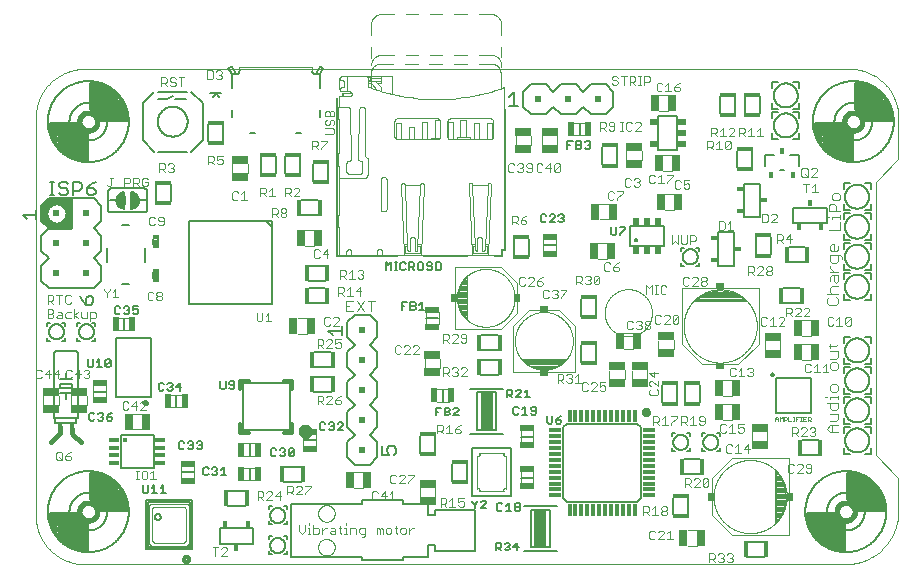
<source format=gto>
G75*
%MOIN*%
%OFA0B0*%
%FSLAX25Y25*%
%IPPOS*%
%LPD*%
%AMOC8*
5,1,8,0,0,1.08239X$1,22.5*
%
%ADD10C,0.00000*%
%ADD11C,0.01800*%
%ADD12C,0.01600*%
%ADD13C,0.00300*%
%ADD14C,0.00600*%
%ADD15C,0.00400*%
%ADD16C,0.00800*%
%ADD17R,0.05118X0.02337*%
%ADD18R,0.05118X0.02296*%
%ADD19R,0.02337X0.05118*%
%ADD20R,0.02296X0.05118*%
%ADD21R,0.02362X0.01181*%
%ADD22C,0.00394*%
%ADD23C,0.00500*%
%ADD24C,0.00984*%
%ADD25C,0.00197*%
%ADD26C,0.01378*%
%ADD27R,0.01182X0.04133*%
%ADD28R,0.04133X0.01182*%
%ADD29R,0.01969X0.02559*%
%ADD30C,0.02400*%
%ADD31C,0.01200*%
%ADD32C,0.00100*%
%ADD33R,0.02559X0.01969*%
%ADD34R,0.02953X0.05709*%
%ADD35R,0.05709X0.02953*%
%ADD36R,0.05600X0.01400*%
%ADD37R,0.01400X0.05600*%
%ADD38R,0.01800X0.02300*%
%ADD39R,0.02000X0.02000*%
%ADD40C,0.00980*%
%ADD41R,0.03937X0.12205*%
%ADD42R,0.02300X0.01800*%
%ADD43C,0.01575*%
%ADD44R,0.03740X0.01181*%
%ADD45R,0.01600X0.02300*%
%ADD46R,0.02756X0.02362*%
%ADD47R,0.02362X0.02756*%
%ADD48R,0.02756X0.02165*%
%ADD49R,0.02165X0.02756*%
D10*
X0032510Y0001517D02*
X0285010Y0001517D01*
X0285433Y0001522D01*
X0285855Y0001537D01*
X0286278Y0001563D01*
X0286699Y0001599D01*
X0287119Y0001645D01*
X0287539Y0001701D01*
X0287956Y0001767D01*
X0288372Y0001843D01*
X0288786Y0001929D01*
X0289198Y0002026D01*
X0289607Y0002132D01*
X0290014Y0002248D01*
X0290418Y0002374D01*
X0290818Y0002509D01*
X0291216Y0002654D01*
X0291609Y0002809D01*
X0291999Y0002973D01*
X0292385Y0003147D01*
X0292766Y0003330D01*
X0293143Y0003522D01*
X0293515Y0003723D01*
X0293882Y0003933D01*
X0294244Y0004151D01*
X0294600Y0004379D01*
X0294951Y0004615D01*
X0295296Y0004859D01*
X0295635Y0005112D01*
X0295968Y0005373D01*
X0296295Y0005641D01*
X0296615Y0005918D01*
X0296928Y0006202D01*
X0297234Y0006494D01*
X0297533Y0006793D01*
X0297825Y0007099D01*
X0298109Y0007412D01*
X0298386Y0007732D01*
X0298654Y0008059D01*
X0298915Y0008392D01*
X0299168Y0008731D01*
X0299412Y0009076D01*
X0299648Y0009427D01*
X0299876Y0009783D01*
X0300094Y0010145D01*
X0300304Y0010512D01*
X0300505Y0010884D01*
X0300697Y0011261D01*
X0300880Y0011642D01*
X0301054Y0012028D01*
X0301218Y0012418D01*
X0301373Y0012811D01*
X0301518Y0013209D01*
X0301653Y0013609D01*
X0301779Y0014013D01*
X0301895Y0014420D01*
X0302001Y0014829D01*
X0302098Y0015241D01*
X0302184Y0015655D01*
X0302260Y0016071D01*
X0302326Y0016488D01*
X0302382Y0016908D01*
X0302428Y0017328D01*
X0302464Y0017749D01*
X0302490Y0018172D01*
X0302505Y0018594D01*
X0302510Y0019017D01*
X0302461Y0019017D02*
X0302510Y0030267D01*
X0295010Y0037767D01*
X0295010Y0129017D01*
X0302461Y0136467D01*
X0302461Y0149066D01*
X0302510Y0149017D02*
X0302535Y0149410D01*
X0302551Y0149804D01*
X0302558Y0150197D01*
X0302555Y0150591D01*
X0302542Y0150985D01*
X0302520Y0151378D01*
X0302488Y0151771D01*
X0302447Y0152162D01*
X0302397Y0152553D01*
X0302337Y0152942D01*
X0302268Y0153330D01*
X0302189Y0153716D01*
X0302101Y0154100D01*
X0302004Y0154481D01*
X0301897Y0154861D01*
X0301782Y0155237D01*
X0301657Y0155611D01*
X0301523Y0155981D01*
X0301381Y0156348D01*
X0301230Y0156712D01*
X0301069Y0157072D01*
X0300901Y0157428D01*
X0300723Y0157779D01*
X0300538Y0158127D01*
X0300344Y0158469D01*
X0300141Y0158807D01*
X0299931Y0159140D01*
X0299712Y0159468D01*
X0299486Y0159790D01*
X0299252Y0160107D01*
X0299011Y0160418D01*
X0298762Y0160723D01*
X0298505Y0161022D01*
X0298242Y0161315D01*
X0297971Y0161601D01*
X0297694Y0161881D01*
X0297410Y0162154D01*
X0297120Y0162420D01*
X0296823Y0162679D01*
X0296520Y0162930D01*
X0296211Y0163175D01*
X0295896Y0163411D01*
X0295576Y0163640D01*
X0295250Y0163861D01*
X0294919Y0164075D01*
X0294582Y0164280D01*
X0294241Y0164477D01*
X0293896Y0164666D01*
X0293546Y0164846D01*
X0293191Y0165018D01*
X0292833Y0165181D01*
X0292470Y0165335D01*
X0292104Y0165481D01*
X0291735Y0165618D01*
X0291363Y0165746D01*
X0290987Y0165864D01*
X0290609Y0165974D01*
X0290228Y0166075D01*
X0289845Y0166166D01*
X0289460Y0166248D01*
X0289073Y0166320D01*
X0288684Y0166384D01*
X0288294Y0166438D01*
X0287902Y0166482D01*
X0287510Y0166517D01*
X0032510Y0166517D01*
X0032115Y0166543D01*
X0031720Y0166559D01*
X0031324Y0166565D01*
X0030928Y0166562D01*
X0030532Y0166549D01*
X0030137Y0166526D01*
X0029743Y0166494D01*
X0029349Y0166453D01*
X0028957Y0166401D01*
X0028565Y0166341D01*
X0028176Y0166271D01*
X0027788Y0166191D01*
X0027403Y0166102D01*
X0027019Y0166004D01*
X0026638Y0165896D01*
X0026260Y0165779D01*
X0025885Y0165653D01*
X0025513Y0165518D01*
X0025144Y0165374D01*
X0024779Y0165221D01*
X0024418Y0165059D01*
X0024061Y0164889D01*
X0023708Y0164710D01*
X0023359Y0164522D01*
X0023015Y0164326D01*
X0022676Y0164121D01*
X0022342Y0163909D01*
X0022014Y0163688D01*
X0021691Y0163460D01*
X0021373Y0163224D01*
X0021061Y0162980D01*
X0020756Y0162728D01*
X0020456Y0162469D01*
X0020163Y0162204D01*
X0019876Y0161931D01*
X0019596Y0161651D01*
X0019323Y0161364D01*
X0019058Y0161071D01*
X0018799Y0160771D01*
X0018547Y0160466D01*
X0018303Y0160154D01*
X0018067Y0159836D01*
X0017839Y0159513D01*
X0017618Y0159185D01*
X0017406Y0158851D01*
X0017201Y0158512D01*
X0017005Y0158168D01*
X0016817Y0157819D01*
X0016638Y0157466D01*
X0016468Y0157109D01*
X0016306Y0156748D01*
X0016153Y0156383D01*
X0016009Y0156014D01*
X0015874Y0155642D01*
X0015748Y0155267D01*
X0015631Y0154889D01*
X0015523Y0154508D01*
X0015425Y0154124D01*
X0015336Y0153739D01*
X0015256Y0153351D01*
X0015186Y0152962D01*
X0015126Y0152570D01*
X0015074Y0152178D01*
X0015033Y0151784D01*
X0015001Y0151390D01*
X0014978Y0150995D01*
X0014965Y0150599D01*
X0014962Y0150203D01*
X0014968Y0149807D01*
X0014984Y0149412D01*
X0015010Y0149017D01*
X0015010Y0019017D01*
X0014984Y0018622D01*
X0014968Y0018227D01*
X0014962Y0017831D01*
X0014965Y0017435D01*
X0014978Y0017039D01*
X0015001Y0016644D01*
X0015033Y0016250D01*
X0015074Y0015856D01*
X0015126Y0015464D01*
X0015186Y0015072D01*
X0015256Y0014683D01*
X0015336Y0014295D01*
X0015425Y0013910D01*
X0015523Y0013526D01*
X0015631Y0013145D01*
X0015748Y0012767D01*
X0015874Y0012392D01*
X0016009Y0012020D01*
X0016153Y0011651D01*
X0016306Y0011286D01*
X0016468Y0010925D01*
X0016638Y0010568D01*
X0016817Y0010215D01*
X0017005Y0009866D01*
X0017201Y0009522D01*
X0017406Y0009183D01*
X0017618Y0008849D01*
X0017839Y0008521D01*
X0018067Y0008198D01*
X0018303Y0007880D01*
X0018547Y0007568D01*
X0018799Y0007263D01*
X0019058Y0006963D01*
X0019323Y0006670D01*
X0019596Y0006383D01*
X0019876Y0006103D01*
X0020163Y0005830D01*
X0020456Y0005565D01*
X0020756Y0005306D01*
X0021061Y0005054D01*
X0021373Y0004810D01*
X0021691Y0004574D01*
X0022014Y0004346D01*
X0022342Y0004125D01*
X0022676Y0003913D01*
X0023015Y0003708D01*
X0023359Y0003512D01*
X0023708Y0003324D01*
X0024061Y0003145D01*
X0024418Y0002975D01*
X0024779Y0002813D01*
X0025144Y0002660D01*
X0025513Y0002516D01*
X0025885Y0002381D01*
X0026260Y0002255D01*
X0026638Y0002138D01*
X0027019Y0002030D01*
X0027403Y0001932D01*
X0027788Y0001843D01*
X0028176Y0001763D01*
X0028565Y0001693D01*
X0028957Y0001633D01*
X0029349Y0001581D01*
X0029743Y0001540D01*
X0030137Y0001508D01*
X0030532Y0001485D01*
X0030928Y0001472D01*
X0031324Y0001469D01*
X0031720Y0001475D01*
X0032115Y0001491D01*
X0032510Y0001517D01*
X0109129Y0007142D02*
X0109131Y0007247D01*
X0109137Y0007352D01*
X0109147Y0007456D01*
X0109161Y0007560D01*
X0109179Y0007664D01*
X0109201Y0007766D01*
X0109226Y0007868D01*
X0109256Y0007969D01*
X0109289Y0008068D01*
X0109326Y0008166D01*
X0109367Y0008263D01*
X0109412Y0008358D01*
X0109460Y0008451D01*
X0109511Y0008543D01*
X0109567Y0008632D01*
X0109625Y0008719D01*
X0109687Y0008804D01*
X0109751Y0008887D01*
X0109819Y0008967D01*
X0109890Y0009044D01*
X0109964Y0009118D01*
X0110041Y0009190D01*
X0110120Y0009259D01*
X0110202Y0009324D01*
X0110286Y0009387D01*
X0110373Y0009446D01*
X0110462Y0009502D01*
X0110553Y0009555D01*
X0110646Y0009604D01*
X0110740Y0009649D01*
X0110836Y0009691D01*
X0110934Y0009729D01*
X0111033Y0009763D01*
X0111134Y0009794D01*
X0111235Y0009820D01*
X0111338Y0009843D01*
X0111441Y0009862D01*
X0111545Y0009877D01*
X0111649Y0009888D01*
X0111754Y0009895D01*
X0111859Y0009898D01*
X0111964Y0009897D01*
X0112069Y0009892D01*
X0112173Y0009883D01*
X0112277Y0009870D01*
X0112381Y0009853D01*
X0112484Y0009832D01*
X0112586Y0009807D01*
X0112687Y0009779D01*
X0112786Y0009746D01*
X0112885Y0009710D01*
X0112982Y0009670D01*
X0113077Y0009627D01*
X0113171Y0009579D01*
X0113263Y0009529D01*
X0113353Y0009475D01*
X0113441Y0009417D01*
X0113526Y0009356D01*
X0113609Y0009292D01*
X0113690Y0009225D01*
X0113768Y0009155D01*
X0113843Y0009081D01*
X0113915Y0009006D01*
X0113985Y0008927D01*
X0114051Y0008846D01*
X0114115Y0008762D01*
X0114175Y0008676D01*
X0114231Y0008588D01*
X0114285Y0008497D01*
X0114335Y0008405D01*
X0114381Y0008311D01*
X0114424Y0008215D01*
X0114463Y0008117D01*
X0114498Y0008019D01*
X0114529Y0007918D01*
X0114557Y0007817D01*
X0114581Y0007715D01*
X0114601Y0007612D01*
X0114617Y0007508D01*
X0114629Y0007404D01*
X0114637Y0007299D01*
X0114641Y0007194D01*
X0114641Y0007090D01*
X0114637Y0006985D01*
X0114629Y0006880D01*
X0114617Y0006776D01*
X0114601Y0006672D01*
X0114581Y0006569D01*
X0114557Y0006467D01*
X0114529Y0006366D01*
X0114498Y0006265D01*
X0114463Y0006167D01*
X0114424Y0006069D01*
X0114381Y0005973D01*
X0114335Y0005879D01*
X0114285Y0005787D01*
X0114231Y0005696D01*
X0114175Y0005608D01*
X0114115Y0005522D01*
X0114051Y0005438D01*
X0113985Y0005357D01*
X0113915Y0005278D01*
X0113843Y0005203D01*
X0113768Y0005129D01*
X0113690Y0005059D01*
X0113609Y0004992D01*
X0113526Y0004928D01*
X0113441Y0004867D01*
X0113353Y0004809D01*
X0113263Y0004755D01*
X0113171Y0004705D01*
X0113077Y0004657D01*
X0112982Y0004614D01*
X0112885Y0004574D01*
X0112786Y0004538D01*
X0112687Y0004505D01*
X0112586Y0004477D01*
X0112484Y0004452D01*
X0112381Y0004431D01*
X0112277Y0004414D01*
X0112173Y0004401D01*
X0112069Y0004392D01*
X0111964Y0004387D01*
X0111859Y0004386D01*
X0111754Y0004389D01*
X0111649Y0004396D01*
X0111545Y0004407D01*
X0111441Y0004422D01*
X0111338Y0004441D01*
X0111235Y0004464D01*
X0111134Y0004490D01*
X0111033Y0004521D01*
X0110934Y0004555D01*
X0110836Y0004593D01*
X0110740Y0004635D01*
X0110646Y0004680D01*
X0110553Y0004729D01*
X0110462Y0004782D01*
X0110373Y0004838D01*
X0110286Y0004897D01*
X0110202Y0004960D01*
X0110120Y0005025D01*
X0110041Y0005094D01*
X0109964Y0005166D01*
X0109890Y0005240D01*
X0109819Y0005317D01*
X0109751Y0005397D01*
X0109687Y0005480D01*
X0109625Y0005565D01*
X0109567Y0005652D01*
X0109511Y0005741D01*
X0109460Y0005833D01*
X0109412Y0005926D01*
X0109367Y0006021D01*
X0109326Y0006118D01*
X0109289Y0006216D01*
X0109256Y0006315D01*
X0109226Y0006416D01*
X0109201Y0006518D01*
X0109179Y0006620D01*
X0109161Y0006724D01*
X0109147Y0006828D01*
X0109137Y0006932D01*
X0109131Y0007037D01*
X0109129Y0007142D01*
X0109129Y0018392D02*
X0109131Y0018497D01*
X0109137Y0018602D01*
X0109147Y0018706D01*
X0109161Y0018810D01*
X0109179Y0018914D01*
X0109201Y0019016D01*
X0109226Y0019118D01*
X0109256Y0019219D01*
X0109289Y0019318D01*
X0109326Y0019416D01*
X0109367Y0019513D01*
X0109412Y0019608D01*
X0109460Y0019701D01*
X0109511Y0019793D01*
X0109567Y0019882D01*
X0109625Y0019969D01*
X0109687Y0020054D01*
X0109751Y0020137D01*
X0109819Y0020217D01*
X0109890Y0020294D01*
X0109964Y0020368D01*
X0110041Y0020440D01*
X0110120Y0020509D01*
X0110202Y0020574D01*
X0110286Y0020637D01*
X0110373Y0020696D01*
X0110462Y0020752D01*
X0110553Y0020805D01*
X0110646Y0020854D01*
X0110740Y0020899D01*
X0110836Y0020941D01*
X0110934Y0020979D01*
X0111033Y0021013D01*
X0111134Y0021044D01*
X0111235Y0021070D01*
X0111338Y0021093D01*
X0111441Y0021112D01*
X0111545Y0021127D01*
X0111649Y0021138D01*
X0111754Y0021145D01*
X0111859Y0021148D01*
X0111964Y0021147D01*
X0112069Y0021142D01*
X0112173Y0021133D01*
X0112277Y0021120D01*
X0112381Y0021103D01*
X0112484Y0021082D01*
X0112586Y0021057D01*
X0112687Y0021029D01*
X0112786Y0020996D01*
X0112885Y0020960D01*
X0112982Y0020920D01*
X0113077Y0020877D01*
X0113171Y0020829D01*
X0113263Y0020779D01*
X0113353Y0020725D01*
X0113441Y0020667D01*
X0113526Y0020606D01*
X0113609Y0020542D01*
X0113690Y0020475D01*
X0113768Y0020405D01*
X0113843Y0020331D01*
X0113915Y0020256D01*
X0113985Y0020177D01*
X0114051Y0020096D01*
X0114115Y0020012D01*
X0114175Y0019926D01*
X0114231Y0019838D01*
X0114285Y0019747D01*
X0114335Y0019655D01*
X0114381Y0019561D01*
X0114424Y0019465D01*
X0114463Y0019367D01*
X0114498Y0019269D01*
X0114529Y0019168D01*
X0114557Y0019067D01*
X0114581Y0018965D01*
X0114601Y0018862D01*
X0114617Y0018758D01*
X0114629Y0018654D01*
X0114637Y0018549D01*
X0114641Y0018444D01*
X0114641Y0018340D01*
X0114637Y0018235D01*
X0114629Y0018130D01*
X0114617Y0018026D01*
X0114601Y0017922D01*
X0114581Y0017819D01*
X0114557Y0017717D01*
X0114529Y0017616D01*
X0114498Y0017515D01*
X0114463Y0017417D01*
X0114424Y0017319D01*
X0114381Y0017223D01*
X0114335Y0017129D01*
X0114285Y0017037D01*
X0114231Y0016946D01*
X0114175Y0016858D01*
X0114115Y0016772D01*
X0114051Y0016688D01*
X0113985Y0016607D01*
X0113915Y0016528D01*
X0113843Y0016453D01*
X0113768Y0016379D01*
X0113690Y0016309D01*
X0113609Y0016242D01*
X0113526Y0016178D01*
X0113441Y0016117D01*
X0113353Y0016059D01*
X0113263Y0016005D01*
X0113171Y0015955D01*
X0113077Y0015907D01*
X0112982Y0015864D01*
X0112885Y0015824D01*
X0112786Y0015788D01*
X0112687Y0015755D01*
X0112586Y0015727D01*
X0112484Y0015702D01*
X0112381Y0015681D01*
X0112277Y0015664D01*
X0112173Y0015651D01*
X0112069Y0015642D01*
X0111964Y0015637D01*
X0111859Y0015636D01*
X0111754Y0015639D01*
X0111649Y0015646D01*
X0111545Y0015657D01*
X0111441Y0015672D01*
X0111338Y0015691D01*
X0111235Y0015714D01*
X0111134Y0015740D01*
X0111033Y0015771D01*
X0110934Y0015805D01*
X0110836Y0015843D01*
X0110740Y0015885D01*
X0110646Y0015930D01*
X0110553Y0015979D01*
X0110462Y0016032D01*
X0110373Y0016088D01*
X0110286Y0016147D01*
X0110202Y0016210D01*
X0110120Y0016275D01*
X0110041Y0016344D01*
X0109964Y0016416D01*
X0109890Y0016490D01*
X0109819Y0016567D01*
X0109751Y0016647D01*
X0109687Y0016730D01*
X0109625Y0016815D01*
X0109567Y0016902D01*
X0109511Y0016991D01*
X0109460Y0017083D01*
X0109412Y0017176D01*
X0109367Y0017271D01*
X0109326Y0017368D01*
X0109289Y0017466D01*
X0109256Y0017565D01*
X0109226Y0017666D01*
X0109201Y0017768D01*
X0109179Y0017870D01*
X0109161Y0017974D01*
X0109147Y0018078D01*
X0109137Y0018182D01*
X0109131Y0018287D01*
X0109129Y0018392D01*
D11*
X0029510Y0019017D02*
X0029512Y0019126D01*
X0029518Y0019235D01*
X0029528Y0019343D01*
X0029542Y0019451D01*
X0029559Y0019559D01*
X0029581Y0019666D01*
X0029606Y0019772D01*
X0029636Y0019876D01*
X0029669Y0019980D01*
X0029706Y0020083D01*
X0029746Y0020184D01*
X0029790Y0020283D01*
X0029838Y0020381D01*
X0029890Y0020478D01*
X0029944Y0020572D01*
X0030002Y0020664D01*
X0030064Y0020754D01*
X0030129Y0020841D01*
X0030196Y0020927D01*
X0030267Y0021010D01*
X0030341Y0021090D01*
X0030418Y0021167D01*
X0030497Y0021242D01*
X0030579Y0021313D01*
X0030664Y0021382D01*
X0030751Y0021447D01*
X0030840Y0021510D01*
X0030932Y0021568D01*
X0031026Y0021624D01*
X0031121Y0021676D01*
X0031219Y0021725D01*
X0031318Y0021770D01*
X0031419Y0021812D01*
X0031521Y0021849D01*
X0031624Y0021883D01*
X0031729Y0021914D01*
X0031835Y0021940D01*
X0031941Y0021963D01*
X0032049Y0021981D01*
X0032157Y0021996D01*
X0032265Y0022007D01*
X0032374Y0022014D01*
X0032483Y0022017D01*
X0032592Y0022016D01*
X0032701Y0022011D01*
X0032809Y0022002D01*
X0032917Y0021989D01*
X0033025Y0021972D01*
X0033132Y0021952D01*
X0033238Y0021927D01*
X0033343Y0021899D01*
X0033447Y0021867D01*
X0033550Y0021831D01*
X0033652Y0021791D01*
X0033752Y0021748D01*
X0033850Y0021701D01*
X0033947Y0021651D01*
X0034041Y0021597D01*
X0034134Y0021539D01*
X0034225Y0021479D01*
X0034313Y0021415D01*
X0034399Y0021348D01*
X0034482Y0021278D01*
X0034563Y0021205D01*
X0034641Y0021129D01*
X0034716Y0021050D01*
X0034789Y0020968D01*
X0034858Y0020884D01*
X0034924Y0020798D01*
X0034987Y0020709D01*
X0035047Y0020618D01*
X0035104Y0020525D01*
X0035157Y0020430D01*
X0035206Y0020333D01*
X0035252Y0020234D01*
X0035294Y0020134D01*
X0035333Y0020032D01*
X0035368Y0019928D01*
X0035399Y0019824D01*
X0035427Y0019719D01*
X0035450Y0019612D01*
X0035470Y0019505D01*
X0035486Y0019397D01*
X0035498Y0019289D01*
X0035506Y0019180D01*
X0035510Y0019071D01*
X0035510Y0018963D01*
X0035506Y0018854D01*
X0035498Y0018745D01*
X0035486Y0018637D01*
X0035470Y0018529D01*
X0035450Y0018422D01*
X0035427Y0018315D01*
X0035399Y0018210D01*
X0035368Y0018106D01*
X0035333Y0018002D01*
X0035294Y0017900D01*
X0035252Y0017800D01*
X0035206Y0017701D01*
X0035157Y0017604D01*
X0035104Y0017509D01*
X0035047Y0017416D01*
X0034987Y0017325D01*
X0034924Y0017236D01*
X0034858Y0017150D01*
X0034789Y0017066D01*
X0034716Y0016984D01*
X0034641Y0016905D01*
X0034563Y0016829D01*
X0034482Y0016756D01*
X0034399Y0016686D01*
X0034313Y0016619D01*
X0034225Y0016555D01*
X0034134Y0016495D01*
X0034041Y0016437D01*
X0033947Y0016383D01*
X0033850Y0016333D01*
X0033752Y0016286D01*
X0033652Y0016243D01*
X0033550Y0016203D01*
X0033447Y0016167D01*
X0033343Y0016135D01*
X0033238Y0016107D01*
X0033132Y0016082D01*
X0033025Y0016062D01*
X0032917Y0016045D01*
X0032809Y0016032D01*
X0032701Y0016023D01*
X0032592Y0016018D01*
X0032483Y0016017D01*
X0032374Y0016020D01*
X0032265Y0016027D01*
X0032157Y0016038D01*
X0032049Y0016053D01*
X0031941Y0016071D01*
X0031835Y0016094D01*
X0031729Y0016120D01*
X0031624Y0016151D01*
X0031521Y0016185D01*
X0031419Y0016222D01*
X0031318Y0016264D01*
X0031219Y0016309D01*
X0031121Y0016358D01*
X0031026Y0016410D01*
X0030932Y0016466D01*
X0030840Y0016524D01*
X0030751Y0016587D01*
X0030664Y0016652D01*
X0030579Y0016721D01*
X0030497Y0016792D01*
X0030418Y0016867D01*
X0030341Y0016944D01*
X0030267Y0017024D01*
X0030196Y0017107D01*
X0030129Y0017193D01*
X0030064Y0017280D01*
X0030002Y0017370D01*
X0029944Y0017462D01*
X0029890Y0017556D01*
X0029838Y0017653D01*
X0029790Y0017751D01*
X0029746Y0017850D01*
X0029706Y0017951D01*
X0029669Y0018054D01*
X0029636Y0018158D01*
X0029606Y0018262D01*
X0029581Y0018368D01*
X0029559Y0018475D01*
X0029542Y0018583D01*
X0029528Y0018691D01*
X0029518Y0018799D01*
X0029512Y0018908D01*
X0029510Y0019017D01*
X0018135Y0118392D02*
X0018137Y0118514D01*
X0018143Y0118636D01*
X0018153Y0118758D01*
X0018167Y0118879D01*
X0018185Y0119000D01*
X0018206Y0119120D01*
X0018232Y0119239D01*
X0018261Y0119358D01*
X0018295Y0119475D01*
X0018332Y0119591D01*
X0018373Y0119706D01*
X0018418Y0119820D01*
X0018466Y0119932D01*
X0018518Y0120043D01*
X0018573Y0120151D01*
X0018632Y0120258D01*
X0018695Y0120363D01*
X0018761Y0120466D01*
X0018830Y0120566D01*
X0018902Y0120665D01*
X0018978Y0120761D01*
X0019056Y0120854D01*
X0019138Y0120945D01*
X0019223Y0121033D01*
X0019310Y0121118D01*
X0019400Y0121200D01*
X0019493Y0121280D01*
X0019588Y0121356D01*
X0019686Y0121429D01*
X0019786Y0121499D01*
X0019888Y0121566D01*
X0019992Y0121629D01*
X0020099Y0121689D01*
X0020207Y0121746D01*
X0020317Y0121798D01*
X0020429Y0121848D01*
X0020542Y0121893D01*
X0020657Y0121935D01*
X0020773Y0121973D01*
X0020890Y0122008D01*
X0021008Y0122038D01*
X0021127Y0122065D01*
X0021247Y0122087D01*
X0021368Y0122106D01*
X0021489Y0122121D01*
X0021611Y0122132D01*
X0021732Y0122139D01*
X0021854Y0122142D01*
X0021977Y0122141D01*
X0022099Y0122136D01*
X0022220Y0122127D01*
X0022342Y0122114D01*
X0022463Y0122097D01*
X0022583Y0122076D01*
X0022702Y0122052D01*
X0022821Y0122023D01*
X0022939Y0121991D01*
X0023055Y0121955D01*
X0023171Y0121915D01*
X0023285Y0121871D01*
X0023397Y0121824D01*
X0023508Y0121773D01*
X0023617Y0121718D01*
X0023725Y0121660D01*
X0023830Y0121598D01*
X0023933Y0121533D01*
X0024035Y0121465D01*
X0024133Y0121393D01*
X0024230Y0121318D01*
X0024324Y0121241D01*
X0024415Y0121160D01*
X0024504Y0121076D01*
X0024590Y0120989D01*
X0024673Y0120900D01*
X0024753Y0120808D01*
X0024830Y0120713D01*
X0024904Y0120616D01*
X0024975Y0120516D01*
X0025043Y0120415D01*
X0025107Y0120311D01*
X0025168Y0120205D01*
X0025225Y0120097D01*
X0025279Y0119988D01*
X0025329Y0119876D01*
X0025375Y0119763D01*
X0025418Y0119649D01*
X0025457Y0119533D01*
X0025492Y0119417D01*
X0025524Y0119299D01*
X0025551Y0119180D01*
X0025575Y0119060D01*
X0025595Y0118939D01*
X0025611Y0118818D01*
X0025623Y0118697D01*
X0025631Y0118575D01*
X0025635Y0118453D01*
X0025635Y0118331D01*
X0025631Y0118209D01*
X0025623Y0118087D01*
X0025611Y0117966D01*
X0025595Y0117845D01*
X0025575Y0117724D01*
X0025551Y0117604D01*
X0025524Y0117485D01*
X0025492Y0117367D01*
X0025457Y0117251D01*
X0025418Y0117135D01*
X0025375Y0117021D01*
X0025329Y0116908D01*
X0025279Y0116796D01*
X0025225Y0116687D01*
X0025168Y0116579D01*
X0025107Y0116473D01*
X0025043Y0116369D01*
X0024975Y0116268D01*
X0024904Y0116168D01*
X0024830Y0116071D01*
X0024753Y0115976D01*
X0024673Y0115884D01*
X0024590Y0115795D01*
X0024504Y0115708D01*
X0024415Y0115624D01*
X0024324Y0115543D01*
X0024230Y0115466D01*
X0024133Y0115391D01*
X0024035Y0115319D01*
X0023933Y0115251D01*
X0023830Y0115186D01*
X0023725Y0115124D01*
X0023617Y0115066D01*
X0023508Y0115011D01*
X0023397Y0114960D01*
X0023285Y0114913D01*
X0023171Y0114869D01*
X0023055Y0114829D01*
X0022939Y0114793D01*
X0022821Y0114761D01*
X0022702Y0114732D01*
X0022583Y0114708D01*
X0022463Y0114687D01*
X0022342Y0114670D01*
X0022220Y0114657D01*
X0022099Y0114648D01*
X0021977Y0114643D01*
X0021854Y0114642D01*
X0021732Y0114645D01*
X0021611Y0114652D01*
X0021489Y0114663D01*
X0021368Y0114678D01*
X0021247Y0114697D01*
X0021127Y0114719D01*
X0021008Y0114746D01*
X0020890Y0114776D01*
X0020773Y0114811D01*
X0020657Y0114849D01*
X0020542Y0114891D01*
X0020429Y0114936D01*
X0020317Y0114986D01*
X0020207Y0115038D01*
X0020099Y0115095D01*
X0019992Y0115155D01*
X0019888Y0115218D01*
X0019786Y0115285D01*
X0019686Y0115355D01*
X0019588Y0115428D01*
X0019493Y0115504D01*
X0019400Y0115584D01*
X0019310Y0115666D01*
X0019223Y0115751D01*
X0019138Y0115839D01*
X0019056Y0115930D01*
X0018978Y0116023D01*
X0018902Y0116119D01*
X0018830Y0116218D01*
X0018761Y0116318D01*
X0018695Y0116421D01*
X0018632Y0116526D01*
X0018573Y0116633D01*
X0018518Y0116741D01*
X0018466Y0116852D01*
X0018418Y0116964D01*
X0018373Y0117078D01*
X0018332Y0117193D01*
X0018295Y0117309D01*
X0018261Y0117426D01*
X0018232Y0117545D01*
X0018206Y0117664D01*
X0018185Y0117784D01*
X0018167Y0117905D01*
X0018153Y0118026D01*
X0018143Y0118148D01*
X0018137Y0118270D01*
X0018135Y0118392D01*
X0029510Y0149017D02*
X0029512Y0149126D01*
X0029518Y0149235D01*
X0029528Y0149343D01*
X0029542Y0149451D01*
X0029559Y0149559D01*
X0029581Y0149666D01*
X0029606Y0149772D01*
X0029636Y0149876D01*
X0029669Y0149980D01*
X0029706Y0150083D01*
X0029746Y0150184D01*
X0029790Y0150283D01*
X0029838Y0150381D01*
X0029890Y0150478D01*
X0029944Y0150572D01*
X0030002Y0150664D01*
X0030064Y0150754D01*
X0030129Y0150841D01*
X0030196Y0150927D01*
X0030267Y0151010D01*
X0030341Y0151090D01*
X0030418Y0151167D01*
X0030497Y0151242D01*
X0030579Y0151313D01*
X0030664Y0151382D01*
X0030751Y0151447D01*
X0030840Y0151510D01*
X0030932Y0151568D01*
X0031026Y0151624D01*
X0031121Y0151676D01*
X0031219Y0151725D01*
X0031318Y0151770D01*
X0031419Y0151812D01*
X0031521Y0151849D01*
X0031624Y0151883D01*
X0031729Y0151914D01*
X0031835Y0151940D01*
X0031941Y0151963D01*
X0032049Y0151981D01*
X0032157Y0151996D01*
X0032265Y0152007D01*
X0032374Y0152014D01*
X0032483Y0152017D01*
X0032592Y0152016D01*
X0032701Y0152011D01*
X0032809Y0152002D01*
X0032917Y0151989D01*
X0033025Y0151972D01*
X0033132Y0151952D01*
X0033238Y0151927D01*
X0033343Y0151899D01*
X0033447Y0151867D01*
X0033550Y0151831D01*
X0033652Y0151791D01*
X0033752Y0151748D01*
X0033850Y0151701D01*
X0033947Y0151651D01*
X0034041Y0151597D01*
X0034134Y0151539D01*
X0034225Y0151479D01*
X0034313Y0151415D01*
X0034399Y0151348D01*
X0034482Y0151278D01*
X0034563Y0151205D01*
X0034641Y0151129D01*
X0034716Y0151050D01*
X0034789Y0150968D01*
X0034858Y0150884D01*
X0034924Y0150798D01*
X0034987Y0150709D01*
X0035047Y0150618D01*
X0035104Y0150525D01*
X0035157Y0150430D01*
X0035206Y0150333D01*
X0035252Y0150234D01*
X0035294Y0150134D01*
X0035333Y0150032D01*
X0035368Y0149928D01*
X0035399Y0149824D01*
X0035427Y0149719D01*
X0035450Y0149612D01*
X0035470Y0149505D01*
X0035486Y0149397D01*
X0035498Y0149289D01*
X0035506Y0149180D01*
X0035510Y0149071D01*
X0035510Y0148963D01*
X0035506Y0148854D01*
X0035498Y0148745D01*
X0035486Y0148637D01*
X0035470Y0148529D01*
X0035450Y0148422D01*
X0035427Y0148315D01*
X0035399Y0148210D01*
X0035368Y0148106D01*
X0035333Y0148002D01*
X0035294Y0147900D01*
X0035252Y0147800D01*
X0035206Y0147701D01*
X0035157Y0147604D01*
X0035104Y0147509D01*
X0035047Y0147416D01*
X0034987Y0147325D01*
X0034924Y0147236D01*
X0034858Y0147150D01*
X0034789Y0147066D01*
X0034716Y0146984D01*
X0034641Y0146905D01*
X0034563Y0146829D01*
X0034482Y0146756D01*
X0034399Y0146686D01*
X0034313Y0146619D01*
X0034225Y0146555D01*
X0034134Y0146495D01*
X0034041Y0146437D01*
X0033947Y0146383D01*
X0033850Y0146333D01*
X0033752Y0146286D01*
X0033652Y0146243D01*
X0033550Y0146203D01*
X0033447Y0146167D01*
X0033343Y0146135D01*
X0033238Y0146107D01*
X0033132Y0146082D01*
X0033025Y0146062D01*
X0032917Y0146045D01*
X0032809Y0146032D01*
X0032701Y0146023D01*
X0032592Y0146018D01*
X0032483Y0146017D01*
X0032374Y0146020D01*
X0032265Y0146027D01*
X0032157Y0146038D01*
X0032049Y0146053D01*
X0031941Y0146071D01*
X0031835Y0146094D01*
X0031729Y0146120D01*
X0031624Y0146151D01*
X0031521Y0146185D01*
X0031419Y0146222D01*
X0031318Y0146264D01*
X0031219Y0146309D01*
X0031121Y0146358D01*
X0031026Y0146410D01*
X0030932Y0146466D01*
X0030840Y0146524D01*
X0030751Y0146587D01*
X0030664Y0146652D01*
X0030579Y0146721D01*
X0030497Y0146792D01*
X0030418Y0146867D01*
X0030341Y0146944D01*
X0030267Y0147024D01*
X0030196Y0147107D01*
X0030129Y0147193D01*
X0030064Y0147280D01*
X0030002Y0147370D01*
X0029944Y0147462D01*
X0029890Y0147556D01*
X0029838Y0147653D01*
X0029790Y0147751D01*
X0029746Y0147850D01*
X0029706Y0147951D01*
X0029669Y0148054D01*
X0029636Y0148158D01*
X0029606Y0148262D01*
X0029581Y0148368D01*
X0029559Y0148475D01*
X0029542Y0148583D01*
X0029528Y0148691D01*
X0029518Y0148799D01*
X0029512Y0148908D01*
X0029510Y0149017D01*
X0282010Y0019017D02*
X0282012Y0019126D01*
X0282018Y0019235D01*
X0282028Y0019343D01*
X0282042Y0019451D01*
X0282059Y0019559D01*
X0282081Y0019666D01*
X0282106Y0019772D01*
X0282136Y0019876D01*
X0282169Y0019980D01*
X0282206Y0020083D01*
X0282246Y0020184D01*
X0282290Y0020283D01*
X0282338Y0020381D01*
X0282390Y0020478D01*
X0282444Y0020572D01*
X0282502Y0020664D01*
X0282564Y0020754D01*
X0282629Y0020841D01*
X0282696Y0020927D01*
X0282767Y0021010D01*
X0282841Y0021090D01*
X0282918Y0021167D01*
X0282997Y0021242D01*
X0283079Y0021313D01*
X0283164Y0021382D01*
X0283251Y0021447D01*
X0283340Y0021510D01*
X0283432Y0021568D01*
X0283526Y0021624D01*
X0283621Y0021676D01*
X0283719Y0021725D01*
X0283818Y0021770D01*
X0283919Y0021812D01*
X0284021Y0021849D01*
X0284124Y0021883D01*
X0284229Y0021914D01*
X0284335Y0021940D01*
X0284441Y0021963D01*
X0284549Y0021981D01*
X0284657Y0021996D01*
X0284765Y0022007D01*
X0284874Y0022014D01*
X0284983Y0022017D01*
X0285092Y0022016D01*
X0285201Y0022011D01*
X0285309Y0022002D01*
X0285417Y0021989D01*
X0285525Y0021972D01*
X0285632Y0021952D01*
X0285738Y0021927D01*
X0285843Y0021899D01*
X0285947Y0021867D01*
X0286050Y0021831D01*
X0286152Y0021791D01*
X0286252Y0021748D01*
X0286350Y0021701D01*
X0286447Y0021651D01*
X0286541Y0021597D01*
X0286634Y0021539D01*
X0286725Y0021479D01*
X0286813Y0021415D01*
X0286899Y0021348D01*
X0286982Y0021278D01*
X0287063Y0021205D01*
X0287141Y0021129D01*
X0287216Y0021050D01*
X0287289Y0020968D01*
X0287358Y0020884D01*
X0287424Y0020798D01*
X0287487Y0020709D01*
X0287547Y0020618D01*
X0287604Y0020525D01*
X0287657Y0020430D01*
X0287706Y0020333D01*
X0287752Y0020234D01*
X0287794Y0020134D01*
X0287833Y0020032D01*
X0287868Y0019928D01*
X0287899Y0019824D01*
X0287927Y0019719D01*
X0287950Y0019612D01*
X0287970Y0019505D01*
X0287986Y0019397D01*
X0287998Y0019289D01*
X0288006Y0019180D01*
X0288010Y0019071D01*
X0288010Y0018963D01*
X0288006Y0018854D01*
X0287998Y0018745D01*
X0287986Y0018637D01*
X0287970Y0018529D01*
X0287950Y0018422D01*
X0287927Y0018315D01*
X0287899Y0018210D01*
X0287868Y0018106D01*
X0287833Y0018002D01*
X0287794Y0017900D01*
X0287752Y0017800D01*
X0287706Y0017701D01*
X0287657Y0017604D01*
X0287604Y0017509D01*
X0287547Y0017416D01*
X0287487Y0017325D01*
X0287424Y0017236D01*
X0287358Y0017150D01*
X0287289Y0017066D01*
X0287216Y0016984D01*
X0287141Y0016905D01*
X0287063Y0016829D01*
X0286982Y0016756D01*
X0286899Y0016686D01*
X0286813Y0016619D01*
X0286725Y0016555D01*
X0286634Y0016495D01*
X0286541Y0016437D01*
X0286447Y0016383D01*
X0286350Y0016333D01*
X0286252Y0016286D01*
X0286152Y0016243D01*
X0286050Y0016203D01*
X0285947Y0016167D01*
X0285843Y0016135D01*
X0285738Y0016107D01*
X0285632Y0016082D01*
X0285525Y0016062D01*
X0285417Y0016045D01*
X0285309Y0016032D01*
X0285201Y0016023D01*
X0285092Y0016018D01*
X0284983Y0016017D01*
X0284874Y0016020D01*
X0284765Y0016027D01*
X0284657Y0016038D01*
X0284549Y0016053D01*
X0284441Y0016071D01*
X0284335Y0016094D01*
X0284229Y0016120D01*
X0284124Y0016151D01*
X0284021Y0016185D01*
X0283919Y0016222D01*
X0283818Y0016264D01*
X0283719Y0016309D01*
X0283621Y0016358D01*
X0283526Y0016410D01*
X0283432Y0016466D01*
X0283340Y0016524D01*
X0283251Y0016587D01*
X0283164Y0016652D01*
X0283079Y0016721D01*
X0282997Y0016792D01*
X0282918Y0016867D01*
X0282841Y0016944D01*
X0282767Y0017024D01*
X0282696Y0017107D01*
X0282629Y0017193D01*
X0282564Y0017280D01*
X0282502Y0017370D01*
X0282444Y0017462D01*
X0282390Y0017556D01*
X0282338Y0017653D01*
X0282290Y0017751D01*
X0282246Y0017850D01*
X0282206Y0017951D01*
X0282169Y0018054D01*
X0282136Y0018158D01*
X0282106Y0018262D01*
X0282081Y0018368D01*
X0282059Y0018475D01*
X0282042Y0018583D01*
X0282028Y0018691D01*
X0282018Y0018799D01*
X0282012Y0018908D01*
X0282010Y0019017D01*
X0284510Y0149017D02*
X0284512Y0149126D01*
X0284518Y0149235D01*
X0284528Y0149343D01*
X0284542Y0149451D01*
X0284559Y0149559D01*
X0284581Y0149666D01*
X0284606Y0149772D01*
X0284636Y0149876D01*
X0284669Y0149980D01*
X0284706Y0150083D01*
X0284746Y0150184D01*
X0284790Y0150283D01*
X0284838Y0150381D01*
X0284890Y0150478D01*
X0284944Y0150572D01*
X0285002Y0150664D01*
X0285064Y0150754D01*
X0285129Y0150841D01*
X0285196Y0150927D01*
X0285267Y0151010D01*
X0285341Y0151090D01*
X0285418Y0151167D01*
X0285497Y0151242D01*
X0285579Y0151313D01*
X0285664Y0151382D01*
X0285751Y0151447D01*
X0285840Y0151510D01*
X0285932Y0151568D01*
X0286026Y0151624D01*
X0286121Y0151676D01*
X0286219Y0151725D01*
X0286318Y0151770D01*
X0286419Y0151812D01*
X0286521Y0151849D01*
X0286624Y0151883D01*
X0286729Y0151914D01*
X0286835Y0151940D01*
X0286941Y0151963D01*
X0287049Y0151981D01*
X0287157Y0151996D01*
X0287265Y0152007D01*
X0287374Y0152014D01*
X0287483Y0152017D01*
X0287592Y0152016D01*
X0287701Y0152011D01*
X0287809Y0152002D01*
X0287917Y0151989D01*
X0288025Y0151972D01*
X0288132Y0151952D01*
X0288238Y0151927D01*
X0288343Y0151899D01*
X0288447Y0151867D01*
X0288550Y0151831D01*
X0288652Y0151791D01*
X0288752Y0151748D01*
X0288850Y0151701D01*
X0288947Y0151651D01*
X0289041Y0151597D01*
X0289134Y0151539D01*
X0289225Y0151479D01*
X0289313Y0151415D01*
X0289399Y0151348D01*
X0289482Y0151278D01*
X0289563Y0151205D01*
X0289641Y0151129D01*
X0289716Y0151050D01*
X0289789Y0150968D01*
X0289858Y0150884D01*
X0289924Y0150798D01*
X0289987Y0150709D01*
X0290047Y0150618D01*
X0290104Y0150525D01*
X0290157Y0150430D01*
X0290206Y0150333D01*
X0290252Y0150234D01*
X0290294Y0150134D01*
X0290333Y0150032D01*
X0290368Y0149928D01*
X0290399Y0149824D01*
X0290427Y0149719D01*
X0290450Y0149612D01*
X0290470Y0149505D01*
X0290486Y0149397D01*
X0290498Y0149289D01*
X0290506Y0149180D01*
X0290510Y0149071D01*
X0290510Y0148963D01*
X0290506Y0148854D01*
X0290498Y0148745D01*
X0290486Y0148637D01*
X0290470Y0148529D01*
X0290450Y0148422D01*
X0290427Y0148315D01*
X0290399Y0148210D01*
X0290368Y0148106D01*
X0290333Y0148002D01*
X0290294Y0147900D01*
X0290252Y0147800D01*
X0290206Y0147701D01*
X0290157Y0147604D01*
X0290104Y0147509D01*
X0290047Y0147416D01*
X0289987Y0147325D01*
X0289924Y0147236D01*
X0289858Y0147150D01*
X0289789Y0147066D01*
X0289716Y0146984D01*
X0289641Y0146905D01*
X0289563Y0146829D01*
X0289482Y0146756D01*
X0289399Y0146686D01*
X0289313Y0146619D01*
X0289225Y0146555D01*
X0289134Y0146495D01*
X0289041Y0146437D01*
X0288947Y0146383D01*
X0288850Y0146333D01*
X0288752Y0146286D01*
X0288652Y0146243D01*
X0288550Y0146203D01*
X0288447Y0146167D01*
X0288343Y0146135D01*
X0288238Y0146107D01*
X0288132Y0146082D01*
X0288025Y0146062D01*
X0287917Y0146045D01*
X0287809Y0146032D01*
X0287701Y0146023D01*
X0287592Y0146018D01*
X0287483Y0146017D01*
X0287374Y0146020D01*
X0287265Y0146027D01*
X0287157Y0146038D01*
X0287049Y0146053D01*
X0286941Y0146071D01*
X0286835Y0146094D01*
X0286729Y0146120D01*
X0286624Y0146151D01*
X0286521Y0146185D01*
X0286419Y0146222D01*
X0286318Y0146264D01*
X0286219Y0146309D01*
X0286121Y0146358D01*
X0286026Y0146410D01*
X0285932Y0146466D01*
X0285840Y0146524D01*
X0285751Y0146587D01*
X0285664Y0146652D01*
X0285579Y0146721D01*
X0285497Y0146792D01*
X0285418Y0146867D01*
X0285341Y0146944D01*
X0285267Y0147024D01*
X0285196Y0147107D01*
X0285129Y0147193D01*
X0285064Y0147280D01*
X0285002Y0147370D01*
X0284944Y0147462D01*
X0284890Y0147556D01*
X0284838Y0147653D01*
X0284790Y0147751D01*
X0284746Y0147850D01*
X0284706Y0147951D01*
X0284669Y0148054D01*
X0284636Y0148158D01*
X0284606Y0148262D01*
X0284581Y0148368D01*
X0284559Y0148475D01*
X0284542Y0148583D01*
X0284528Y0148691D01*
X0284518Y0148799D01*
X0284512Y0148908D01*
X0284510Y0149017D01*
D12*
X0217752Y0052196D02*
X0217754Y0052244D01*
X0217760Y0052292D01*
X0217770Y0052339D01*
X0217783Y0052385D01*
X0217801Y0052430D01*
X0217821Y0052474D01*
X0217846Y0052516D01*
X0217874Y0052555D01*
X0217904Y0052592D01*
X0217938Y0052626D01*
X0217975Y0052658D01*
X0218013Y0052687D01*
X0218054Y0052712D01*
X0218097Y0052734D01*
X0218142Y0052752D01*
X0218188Y0052766D01*
X0218235Y0052777D01*
X0218283Y0052784D01*
X0218331Y0052787D01*
X0218379Y0052786D01*
X0218427Y0052781D01*
X0218475Y0052772D01*
X0218521Y0052760D01*
X0218566Y0052743D01*
X0218610Y0052723D01*
X0218652Y0052700D01*
X0218692Y0052673D01*
X0218730Y0052643D01*
X0218765Y0052610D01*
X0218797Y0052574D01*
X0218827Y0052536D01*
X0218853Y0052495D01*
X0218875Y0052452D01*
X0218895Y0052408D01*
X0218910Y0052363D01*
X0218922Y0052316D01*
X0218930Y0052268D01*
X0218934Y0052220D01*
X0218934Y0052172D01*
X0218930Y0052124D01*
X0218922Y0052076D01*
X0218910Y0052029D01*
X0218895Y0051984D01*
X0218875Y0051940D01*
X0218853Y0051897D01*
X0218827Y0051856D01*
X0218797Y0051818D01*
X0218765Y0051782D01*
X0218730Y0051749D01*
X0218692Y0051719D01*
X0218652Y0051692D01*
X0218610Y0051669D01*
X0218566Y0051649D01*
X0218521Y0051632D01*
X0218475Y0051620D01*
X0218427Y0051611D01*
X0218379Y0051606D01*
X0218331Y0051605D01*
X0218283Y0051608D01*
X0218235Y0051615D01*
X0218188Y0051626D01*
X0218142Y0051640D01*
X0218097Y0051658D01*
X0218054Y0051680D01*
X0218013Y0051705D01*
X0217975Y0051734D01*
X0217938Y0051766D01*
X0217904Y0051800D01*
X0217874Y0051837D01*
X0217846Y0051876D01*
X0217821Y0051918D01*
X0217801Y0051962D01*
X0217783Y0052007D01*
X0217770Y0052053D01*
X0217760Y0052100D01*
X0217754Y0052148D01*
X0217752Y0052196D01*
X0055131Y0097767D02*
X0054890Y0097767D01*
X0054890Y0109017D02*
X0055131Y0109017D01*
X0026260Y0114017D02*
X0026260Y0122767D01*
X0025635Y0122767D01*
X0025635Y0114642D01*
X0019385Y0114642D01*
X0017510Y0116517D01*
X0017510Y0120892D01*
X0019385Y0122767D01*
X0025635Y0122767D01*
X0026260Y0114017D02*
X0019385Y0114017D01*
X0023010Y0047142D02*
X0023010Y0045142D01*
X0022510Y0044642D02*
X0020010Y0042142D01*
X0027010Y0045142D02*
X0027010Y0046642D01*
X0027510Y0044642D02*
X0030010Y0042142D01*
D13*
X0026774Y0038994D02*
X0025806Y0038510D01*
X0024839Y0037543D01*
X0026290Y0037543D01*
X0026774Y0037059D01*
X0026774Y0036575D01*
X0026290Y0036092D01*
X0025323Y0036092D01*
X0024839Y0036575D01*
X0024839Y0037543D01*
X0023827Y0038510D02*
X0023827Y0036575D01*
X0023344Y0036092D01*
X0022376Y0036092D01*
X0021892Y0036575D01*
X0021892Y0038510D01*
X0022376Y0038994D01*
X0023344Y0038994D01*
X0023827Y0038510D01*
X0022860Y0037059D02*
X0023827Y0036092D01*
X0048285Y0032694D02*
X0049253Y0032694D01*
X0048769Y0032694D02*
X0048769Y0029792D01*
X0048285Y0029792D02*
X0049253Y0029792D01*
X0050250Y0030275D02*
X0050734Y0029792D01*
X0051701Y0029792D01*
X0052185Y0030275D01*
X0052185Y0032210D01*
X0051701Y0032694D01*
X0050734Y0032694D01*
X0050250Y0032210D01*
X0050250Y0030275D01*
X0053196Y0029792D02*
X0055131Y0029792D01*
X0054164Y0029792D02*
X0054164Y0032694D01*
X0053196Y0031727D01*
X0088910Y0025819D02*
X0088910Y0022917D01*
X0088910Y0023884D02*
X0090362Y0023884D01*
X0090845Y0024368D01*
X0090845Y0025335D01*
X0090362Y0025819D01*
X0088910Y0025819D01*
X0089878Y0023884D02*
X0090845Y0022917D01*
X0091857Y0022917D02*
X0093792Y0024852D01*
X0093792Y0025335D01*
X0093308Y0025819D01*
X0092341Y0025819D01*
X0091857Y0025335D01*
X0091857Y0022917D02*
X0093792Y0022917D01*
X0094803Y0024368D02*
X0096738Y0024368D01*
X0096255Y0025819D02*
X0094803Y0024368D01*
X0096255Y0022917D02*
X0096255Y0025819D01*
X0098821Y0025684D02*
X0100272Y0025684D01*
X0100756Y0026168D01*
X0100756Y0027135D01*
X0100272Y0027619D01*
X0098821Y0027619D01*
X0098821Y0024717D01*
X0099788Y0025684D02*
X0100756Y0024717D01*
X0101767Y0024717D02*
X0103702Y0026652D01*
X0103702Y0027135D01*
X0103219Y0027619D01*
X0102251Y0027619D01*
X0101767Y0027135D01*
X0101767Y0024717D02*
X0103702Y0024717D01*
X0104714Y0024717D02*
X0104714Y0025200D01*
X0106649Y0027135D01*
X0106649Y0027619D01*
X0104714Y0027619D01*
X0106091Y0015053D02*
X0106091Y0014569D01*
X0106091Y0013602D02*
X0106091Y0011667D01*
X0106574Y0011667D02*
X0105607Y0011667D01*
X0104595Y0012634D02*
X0104595Y0014569D01*
X0105607Y0013602D02*
X0106091Y0013602D01*
X0107571Y0013602D02*
X0109023Y0013602D01*
X0109506Y0013118D01*
X0109506Y0012150D01*
X0109023Y0011667D01*
X0107571Y0011667D01*
X0107571Y0014569D01*
X0110518Y0013602D02*
X0110518Y0011667D01*
X0110518Y0012634D02*
X0111485Y0013602D01*
X0111969Y0013602D01*
X0113457Y0013602D02*
X0114424Y0013602D01*
X0114908Y0013118D01*
X0114908Y0011667D01*
X0113457Y0011667D01*
X0112973Y0012150D01*
X0113457Y0012634D01*
X0114908Y0012634D01*
X0115920Y0013602D02*
X0116887Y0013602D01*
X0116404Y0014085D02*
X0116404Y0012150D01*
X0116887Y0011667D01*
X0117884Y0011667D02*
X0118852Y0011667D01*
X0118368Y0011667D02*
X0118368Y0013602D01*
X0117884Y0013602D01*
X0118368Y0014569D02*
X0118368Y0015053D01*
X0119848Y0013602D02*
X0121300Y0013602D01*
X0121783Y0013118D01*
X0121783Y0011667D01*
X0122795Y0012150D02*
X0123279Y0011667D01*
X0124730Y0011667D01*
X0124730Y0011183D02*
X0124730Y0013602D01*
X0123279Y0013602D01*
X0122795Y0013118D01*
X0122795Y0012150D01*
X0123762Y0010699D02*
X0124246Y0010699D01*
X0124730Y0011183D01*
X0128688Y0011667D02*
X0128688Y0013602D01*
X0129172Y0013602D01*
X0129655Y0013118D01*
X0130139Y0013602D01*
X0130623Y0013118D01*
X0130623Y0011667D01*
X0129655Y0011667D02*
X0129655Y0013118D01*
X0131635Y0013118D02*
X0131635Y0012150D01*
X0132118Y0011667D01*
X0133086Y0011667D01*
X0133570Y0012150D01*
X0133570Y0013118D01*
X0133086Y0013602D01*
X0132118Y0013602D01*
X0131635Y0013118D01*
X0134581Y0013602D02*
X0135549Y0013602D01*
X0135065Y0014085D02*
X0135065Y0012150D01*
X0135549Y0011667D01*
X0136545Y0012150D02*
X0137029Y0011667D01*
X0137997Y0011667D01*
X0138480Y0012150D01*
X0138480Y0013118D01*
X0137997Y0013602D01*
X0137029Y0013602D01*
X0136545Y0013118D01*
X0136545Y0012150D01*
X0139492Y0011667D02*
X0139492Y0013602D01*
X0140459Y0013602D02*
X0140943Y0013602D01*
X0140459Y0013602D02*
X0139492Y0012634D01*
X0149956Y0020637D02*
X0149956Y0023539D01*
X0151407Y0023539D01*
X0151891Y0023055D01*
X0151891Y0022088D01*
X0151407Y0021604D01*
X0149956Y0021604D01*
X0150923Y0021604D02*
X0151891Y0020637D01*
X0152902Y0020637D02*
X0154837Y0020637D01*
X0153870Y0020637D02*
X0153870Y0023539D01*
X0152902Y0022572D01*
X0155849Y0022088D02*
X0156816Y0022572D01*
X0157300Y0022572D01*
X0157784Y0022088D01*
X0157784Y0021120D01*
X0157300Y0020637D01*
X0156333Y0020637D01*
X0155849Y0021120D01*
X0155849Y0022088D02*
X0155849Y0023539D01*
X0157784Y0023539D01*
X0141024Y0030885D02*
X0139089Y0028950D01*
X0139089Y0028467D01*
X0138077Y0028467D02*
X0136142Y0028467D01*
X0138077Y0030402D01*
X0138077Y0030885D01*
X0137594Y0031369D01*
X0136626Y0031369D01*
X0136142Y0030885D01*
X0135131Y0030885D02*
X0134647Y0031369D01*
X0133680Y0031369D01*
X0133196Y0030885D01*
X0133196Y0028950D01*
X0133680Y0028467D01*
X0134647Y0028467D01*
X0135131Y0028950D01*
X0139089Y0031369D02*
X0141024Y0031369D01*
X0141024Y0030885D01*
X0133896Y0025819D02*
X0133896Y0022917D01*
X0134863Y0022917D02*
X0132928Y0022917D01*
X0131433Y0022917D02*
X0131433Y0025819D01*
X0129982Y0024368D01*
X0131917Y0024368D01*
X0132928Y0024852D02*
X0133896Y0025819D01*
X0128970Y0025335D02*
X0128487Y0025819D01*
X0127519Y0025819D01*
X0127035Y0025335D01*
X0127035Y0023400D01*
X0127519Y0022917D01*
X0128487Y0022917D01*
X0128970Y0023400D01*
X0119848Y0013602D02*
X0119848Y0011667D01*
X0104595Y0012634D02*
X0103628Y0011667D01*
X0102660Y0012634D01*
X0102660Y0014569D01*
X0078792Y0006585D02*
X0078308Y0007069D01*
X0077341Y0007069D01*
X0076857Y0006585D01*
X0075845Y0007069D02*
X0073910Y0007069D01*
X0074878Y0007069D02*
X0074878Y0004167D01*
X0076857Y0004167D02*
X0078792Y0006102D01*
X0078792Y0006585D01*
X0078792Y0004167D02*
X0076857Y0004167D01*
X0148841Y0045067D02*
X0148841Y0047969D01*
X0150292Y0047969D01*
X0150776Y0047485D01*
X0150776Y0046518D01*
X0150292Y0046034D01*
X0148841Y0046034D01*
X0149808Y0046034D02*
X0150776Y0045067D01*
X0151787Y0045067D02*
X0153722Y0045067D01*
X0152755Y0045067D02*
X0152755Y0047969D01*
X0151787Y0047002D01*
X0154734Y0046518D02*
X0154734Y0045550D01*
X0155218Y0045067D01*
X0156185Y0045067D01*
X0156669Y0045550D01*
X0156669Y0046034D01*
X0156185Y0046518D01*
X0154734Y0046518D01*
X0155701Y0047485D01*
X0156669Y0047969D01*
X0156678Y0064167D02*
X0158613Y0066102D01*
X0158613Y0066585D01*
X0158130Y0067069D01*
X0157162Y0067069D01*
X0156678Y0066585D01*
X0155667Y0066585D02*
X0155667Y0066102D01*
X0155183Y0065618D01*
X0155667Y0065134D01*
X0155667Y0064650D01*
X0155183Y0064167D01*
X0154216Y0064167D01*
X0153732Y0064650D01*
X0152720Y0064167D02*
X0151753Y0065134D01*
X0152237Y0065134D02*
X0150785Y0065134D01*
X0150785Y0064167D02*
X0150785Y0067069D01*
X0152237Y0067069D01*
X0152720Y0066585D01*
X0152720Y0065618D01*
X0152237Y0065134D01*
X0153732Y0066585D02*
X0154216Y0067069D01*
X0155183Y0067069D01*
X0155667Y0066585D01*
X0155183Y0065618D02*
X0154699Y0065618D01*
X0156678Y0064167D02*
X0158613Y0064167D01*
X0142586Y0071592D02*
X0140651Y0071592D01*
X0142586Y0073527D01*
X0142586Y0074010D01*
X0142103Y0074494D01*
X0141135Y0074494D01*
X0140651Y0074010D01*
X0139640Y0074010D02*
X0139156Y0074494D01*
X0138189Y0074494D01*
X0137705Y0074010D01*
X0136693Y0074010D02*
X0136210Y0074494D01*
X0135242Y0074494D01*
X0134758Y0074010D01*
X0134758Y0072075D01*
X0135242Y0071592D01*
X0136210Y0071592D01*
X0136693Y0072075D01*
X0137705Y0071592D02*
X0139640Y0073527D01*
X0139640Y0074010D01*
X0139640Y0071592D02*
X0137705Y0071592D01*
X0150696Y0075342D02*
X0150696Y0078244D01*
X0152147Y0078244D01*
X0152631Y0077760D01*
X0152631Y0076793D01*
X0152147Y0076309D01*
X0150696Y0076309D01*
X0151663Y0076309D02*
X0152631Y0075342D01*
X0153642Y0075342D02*
X0155577Y0077277D01*
X0155577Y0077760D01*
X0155094Y0078244D01*
X0154126Y0078244D01*
X0153642Y0077760D01*
X0153642Y0075342D02*
X0155577Y0075342D01*
X0156589Y0075825D02*
X0157073Y0075342D01*
X0158040Y0075342D01*
X0158524Y0075825D01*
X0158524Y0077760D01*
X0158040Y0078244D01*
X0157073Y0078244D01*
X0156589Y0077760D01*
X0156589Y0077277D01*
X0157073Y0076793D01*
X0158524Y0076793D01*
X0184057Y0090624D02*
X0184541Y0090140D01*
X0185508Y0090140D01*
X0185992Y0090624D01*
X0187004Y0090624D02*
X0187487Y0090140D01*
X0188455Y0090140D01*
X0188939Y0090624D01*
X0188939Y0091107D01*
X0188455Y0091591D01*
X0187971Y0091591D01*
X0188455Y0091591D02*
X0188939Y0092075D01*
X0188939Y0092559D01*
X0188455Y0093042D01*
X0187487Y0093042D01*
X0187004Y0092559D01*
X0185992Y0092559D02*
X0185508Y0093042D01*
X0184541Y0093042D01*
X0184057Y0092559D01*
X0184057Y0090624D01*
X0183518Y0094368D02*
X0184002Y0094852D01*
X0184002Y0095336D01*
X0183518Y0095820D01*
X0182067Y0095820D01*
X0182067Y0094852D01*
X0182551Y0094368D01*
X0183518Y0094368D01*
X0182067Y0095820D02*
X0183035Y0096787D01*
X0184002Y0097271D01*
X0181056Y0096787D02*
X0181056Y0096303D01*
X0179121Y0094368D01*
X0181056Y0094368D01*
X0178109Y0094852D02*
X0177625Y0094368D01*
X0176658Y0094368D01*
X0176174Y0094852D01*
X0176174Y0096787D01*
X0176658Y0097271D01*
X0177625Y0097271D01*
X0178109Y0096787D01*
X0179121Y0096787D02*
X0179604Y0097271D01*
X0180572Y0097271D01*
X0181056Y0096787D01*
X0189950Y0093042D02*
X0191885Y0093042D01*
X0191885Y0092559D01*
X0189950Y0090624D01*
X0189950Y0090140D01*
X0195071Y0094717D02*
X0195071Y0097619D01*
X0196522Y0097619D01*
X0197006Y0097135D01*
X0197006Y0096168D01*
X0196522Y0095684D01*
X0195071Y0095684D01*
X0196038Y0095684D02*
X0197006Y0094717D01*
X0198017Y0095200D02*
X0198501Y0094717D01*
X0199469Y0094717D01*
X0199952Y0095200D01*
X0199952Y0095684D01*
X0199469Y0096168D01*
X0198985Y0096168D01*
X0199469Y0096168D02*
X0199952Y0096652D01*
X0199952Y0097135D01*
X0199469Y0097619D01*
X0198501Y0097619D01*
X0198017Y0097135D01*
X0200964Y0097135D02*
X0200964Y0095200D01*
X0202899Y0097135D01*
X0202899Y0095200D01*
X0202415Y0094717D01*
X0201448Y0094717D01*
X0200964Y0095200D01*
X0200964Y0097135D02*
X0201448Y0097619D01*
X0202415Y0097619D01*
X0202899Y0097135D01*
X0205019Y0099167D02*
X0205987Y0099167D01*
X0206470Y0099650D01*
X0207482Y0099650D02*
X0207966Y0099167D01*
X0208933Y0099167D01*
X0209417Y0099650D01*
X0209417Y0100134D01*
X0208933Y0100618D01*
X0207482Y0100618D01*
X0207482Y0099650D01*
X0207482Y0100618D02*
X0208449Y0101585D01*
X0209417Y0102069D01*
X0206470Y0101585D02*
X0205987Y0102069D01*
X0205019Y0102069D01*
X0204535Y0101585D01*
X0204535Y0099650D01*
X0205019Y0099167D01*
X0218336Y0094393D02*
X0218336Y0091491D01*
X0220271Y0091491D02*
X0220271Y0094393D01*
X0219304Y0093426D01*
X0218336Y0094393D01*
X0221283Y0094393D02*
X0222250Y0094393D01*
X0221767Y0094393D02*
X0221767Y0091491D01*
X0222250Y0091491D02*
X0221283Y0091491D01*
X0223247Y0091974D02*
X0223731Y0091491D01*
X0224699Y0091491D01*
X0225182Y0091974D01*
X0223247Y0091974D02*
X0223247Y0093909D01*
X0223731Y0094393D01*
X0224699Y0094393D01*
X0225182Y0093909D01*
X0230771Y0094837D02*
X0230771Y0096772D01*
X0231254Y0097256D01*
X0232222Y0097256D01*
X0232706Y0096772D01*
X0233717Y0096772D02*
X0234201Y0097256D01*
X0235168Y0097256D01*
X0235652Y0096772D01*
X0235652Y0096289D01*
X0233717Y0094354D01*
X0235652Y0094354D01*
X0236664Y0094837D02*
X0236664Y0095321D01*
X0237147Y0095805D01*
X0238115Y0095805D01*
X0238599Y0095321D01*
X0238599Y0094837D01*
X0238115Y0094354D01*
X0237147Y0094354D01*
X0236664Y0094837D01*
X0237147Y0095805D02*
X0236664Y0096289D01*
X0236664Y0096772D01*
X0237147Y0097256D01*
X0238115Y0097256D01*
X0238599Y0096772D01*
X0238599Y0096289D01*
X0238115Y0095805D01*
X0232706Y0094837D02*
X0232222Y0094354D01*
X0231254Y0094354D01*
X0230771Y0094837D01*
X0228755Y0084569D02*
X0229238Y0084085D01*
X0227303Y0082150D01*
X0227787Y0081667D01*
X0228755Y0081667D01*
X0229238Y0082150D01*
X0229238Y0084085D01*
X0228755Y0084569D02*
X0227787Y0084569D01*
X0227303Y0084085D01*
X0227303Y0082150D01*
X0226292Y0081667D02*
X0224357Y0081667D01*
X0226292Y0083602D01*
X0226292Y0084085D01*
X0225808Y0084569D01*
X0224841Y0084569D01*
X0224357Y0084085D01*
X0223345Y0084085D02*
X0222862Y0084569D01*
X0221894Y0084569D01*
X0221410Y0084085D01*
X0221410Y0082150D01*
X0221894Y0081667D01*
X0222862Y0081667D01*
X0223345Y0082150D01*
X0219863Y0082210D02*
X0219863Y0081727D01*
X0219380Y0081243D01*
X0218412Y0081243D01*
X0217928Y0081727D01*
X0217928Y0082210D01*
X0218412Y0082694D01*
X0219380Y0082694D01*
X0219863Y0082210D01*
X0219380Y0081243D02*
X0219863Y0080759D01*
X0219863Y0080275D01*
X0219380Y0079792D01*
X0218412Y0079792D01*
X0217928Y0080275D01*
X0217928Y0080759D01*
X0218412Y0081243D01*
X0216917Y0081727D02*
X0216433Y0081243D01*
X0216917Y0080759D01*
X0216917Y0080275D01*
X0216433Y0079792D01*
X0215466Y0079792D01*
X0214982Y0080275D01*
X0213970Y0080275D02*
X0213487Y0079792D01*
X0212519Y0079792D01*
X0212035Y0080275D01*
X0212035Y0082210D01*
X0212519Y0082694D01*
X0213487Y0082694D01*
X0213970Y0082210D01*
X0214982Y0082210D02*
X0215466Y0082694D01*
X0216433Y0082694D01*
X0216917Y0082210D01*
X0216917Y0081727D01*
X0216433Y0081243D02*
X0215949Y0081243D01*
X0220984Y0065655D02*
X0220984Y0063720D01*
X0219533Y0065171D01*
X0222435Y0065171D01*
X0222435Y0062709D02*
X0222435Y0060774D01*
X0220500Y0062709D01*
X0220017Y0062709D01*
X0219533Y0062225D01*
X0219533Y0061257D01*
X0220017Y0060774D01*
X0220017Y0059762D02*
X0219533Y0059278D01*
X0219533Y0058311D01*
X0220017Y0057827D01*
X0221952Y0057827D01*
X0222435Y0058311D01*
X0222435Y0059278D01*
X0221952Y0059762D01*
X0222237Y0050819D02*
X0222720Y0050335D01*
X0222720Y0049368D01*
X0222237Y0048884D01*
X0220785Y0048884D01*
X0220785Y0047917D02*
X0220785Y0050819D01*
X0222237Y0050819D01*
X0223732Y0049852D02*
X0224699Y0050819D01*
X0224699Y0047917D01*
X0223732Y0047917D02*
X0225667Y0047917D01*
X0226678Y0047917D02*
X0226678Y0048400D01*
X0228613Y0050335D01*
X0228613Y0050819D01*
X0226678Y0050819D01*
X0230160Y0050819D02*
X0231612Y0050819D01*
X0232095Y0050335D01*
X0232095Y0049368D01*
X0231612Y0048884D01*
X0230160Y0048884D01*
X0230160Y0047917D02*
X0230160Y0050819D01*
X0231128Y0048884D02*
X0232095Y0047917D01*
X0233107Y0047917D02*
X0235042Y0047917D01*
X0234074Y0047917D02*
X0234074Y0050819D01*
X0233107Y0049852D01*
X0236053Y0049852D02*
X0236053Y0050335D01*
X0236537Y0050819D01*
X0237505Y0050819D01*
X0237988Y0050335D01*
X0237988Y0048400D01*
X0237505Y0047917D01*
X0236537Y0047917D01*
X0236053Y0048400D01*
X0236537Y0049368D02*
X0237988Y0049368D01*
X0236537Y0049368D02*
X0236053Y0049852D01*
X0243196Y0047760D02*
X0243196Y0045825D01*
X0243680Y0045342D01*
X0244647Y0045342D01*
X0245131Y0045825D01*
X0246142Y0045342D02*
X0248077Y0045342D01*
X0247110Y0045342D02*
X0247110Y0048244D01*
X0246142Y0047277D01*
X0245131Y0047760D02*
X0244647Y0048244D01*
X0243680Y0048244D01*
X0243196Y0047760D01*
X0249089Y0048244D02*
X0249089Y0046793D01*
X0250056Y0047277D01*
X0250540Y0047277D01*
X0251024Y0046793D01*
X0251024Y0045825D01*
X0250540Y0045342D01*
X0249573Y0045342D01*
X0249089Y0045825D01*
X0249089Y0048244D02*
X0251024Y0048244D01*
X0252505Y0041444D02*
X0251053Y0039993D01*
X0252988Y0039993D01*
X0252505Y0038542D02*
X0252505Y0041444D01*
X0249074Y0041444D02*
X0248107Y0040477D01*
X0247095Y0040960D02*
X0246612Y0041444D01*
X0245644Y0041444D01*
X0245160Y0040960D01*
X0245160Y0039025D01*
X0245644Y0038542D01*
X0246612Y0038542D01*
X0247095Y0039025D01*
X0248107Y0038542D02*
X0250042Y0038542D01*
X0249074Y0038542D02*
X0249074Y0041444D01*
X0265711Y0034448D02*
X0265711Y0032513D01*
X0266194Y0032030D01*
X0267162Y0032030D01*
X0267646Y0032513D01*
X0268657Y0032030D02*
X0270592Y0033965D01*
X0270592Y0034448D01*
X0270108Y0034932D01*
X0269141Y0034932D01*
X0268657Y0034448D01*
X0267646Y0034448D02*
X0267162Y0034932D01*
X0266194Y0034932D01*
X0265711Y0034448D01*
X0268657Y0032030D02*
X0270592Y0032030D01*
X0271604Y0032513D02*
X0272087Y0032030D01*
X0273055Y0032030D01*
X0273539Y0032513D01*
X0273539Y0034448D01*
X0273055Y0034932D01*
X0272087Y0034932D01*
X0271604Y0034448D01*
X0271604Y0033965D01*
X0272087Y0033481D01*
X0273539Y0033481D01*
X0273412Y0044167D02*
X0272928Y0044650D01*
X0273412Y0044167D02*
X0274380Y0044167D01*
X0274863Y0044650D01*
X0274863Y0045134D01*
X0274380Y0045618D01*
X0273896Y0045618D01*
X0274380Y0045618D02*
X0274863Y0046102D01*
X0274863Y0046585D01*
X0274380Y0047069D01*
X0273412Y0047069D01*
X0272928Y0046585D01*
X0271917Y0046585D02*
X0271433Y0047069D01*
X0270466Y0047069D01*
X0269982Y0046585D01*
X0268970Y0046585D02*
X0268970Y0045618D01*
X0268487Y0045134D01*
X0267035Y0045134D01*
X0267035Y0044167D02*
X0267035Y0047069D01*
X0268487Y0047069D01*
X0268970Y0046585D01*
X0268003Y0045134D02*
X0268970Y0044167D01*
X0269982Y0044167D02*
X0271917Y0046102D01*
X0271917Y0046585D01*
X0271917Y0044167D02*
X0269982Y0044167D01*
X0278657Y0046651D02*
X0279892Y0045417D01*
X0282360Y0045417D01*
X0280509Y0045417D02*
X0280509Y0047885D01*
X0279892Y0047885D02*
X0282360Y0047885D01*
X0281743Y0049100D02*
X0282360Y0049717D01*
X0282360Y0051569D01*
X0279892Y0051569D01*
X0280509Y0052783D02*
X0279892Y0053400D01*
X0279892Y0055252D01*
X0279892Y0056466D02*
X0279892Y0057083D01*
X0282360Y0057083D01*
X0282360Y0056466D02*
X0282360Y0057700D01*
X0281743Y0058922D02*
X0282360Y0059539D01*
X0282360Y0060773D01*
X0281743Y0061390D01*
X0280509Y0061390D01*
X0279892Y0060773D01*
X0279892Y0059539D01*
X0280509Y0058922D01*
X0281743Y0058922D01*
X0278657Y0057083D02*
X0278040Y0057083D01*
X0278657Y0055252D02*
X0282360Y0055252D01*
X0282360Y0053400D01*
X0281743Y0052783D01*
X0280509Y0052783D01*
X0279892Y0049100D02*
X0281743Y0049100D01*
X0279892Y0047885D02*
X0278657Y0046651D01*
X0254149Y0064575D02*
X0253665Y0064092D01*
X0252698Y0064092D01*
X0252214Y0064575D01*
X0251202Y0064092D02*
X0249267Y0064092D01*
X0250235Y0064092D02*
X0250235Y0066994D01*
X0249267Y0066027D01*
X0248256Y0066510D02*
X0247772Y0066994D01*
X0246805Y0066994D01*
X0246321Y0066510D01*
X0246321Y0064575D01*
X0246805Y0064092D01*
X0247772Y0064092D01*
X0248256Y0064575D01*
X0252214Y0066510D02*
X0252698Y0066994D01*
X0253665Y0066994D01*
X0254149Y0066510D01*
X0254149Y0066027D01*
X0253665Y0065543D01*
X0254149Y0065059D01*
X0254149Y0064575D01*
X0253665Y0065543D02*
X0253181Y0065543D01*
X0271410Y0065900D02*
X0271894Y0065417D01*
X0272862Y0065417D01*
X0273345Y0065900D01*
X0274357Y0065417D02*
X0276292Y0065417D01*
X0275324Y0065417D02*
X0275324Y0068319D01*
X0274357Y0067352D01*
X0273345Y0067835D02*
X0272862Y0068319D01*
X0271894Y0068319D01*
X0271410Y0067835D01*
X0271410Y0065900D01*
X0277303Y0065417D02*
X0279238Y0065417D01*
X0278271Y0065417D02*
X0278271Y0068319D01*
X0277303Y0067352D01*
X0279892Y0066905D02*
X0280509Y0066288D01*
X0281743Y0066288D01*
X0282360Y0066905D01*
X0282360Y0068139D01*
X0281743Y0068757D01*
X0280509Y0068757D01*
X0279892Y0068139D01*
X0279892Y0066905D01*
X0279892Y0069971D02*
X0281743Y0069971D01*
X0282360Y0070588D01*
X0282360Y0072440D01*
X0279892Y0072440D01*
X0279892Y0073654D02*
X0279892Y0074888D01*
X0279274Y0074271D02*
X0281743Y0074271D01*
X0282360Y0074888D01*
X0282824Y0081042D02*
X0282824Y0083944D01*
X0281857Y0082977D01*
X0280845Y0083460D02*
X0280362Y0083944D01*
X0279394Y0083944D01*
X0278910Y0083460D01*
X0278910Y0081525D01*
X0279394Y0081042D01*
X0280362Y0081042D01*
X0280845Y0081525D01*
X0281857Y0081042D02*
X0283792Y0081042D01*
X0284803Y0081525D02*
X0286738Y0083460D01*
X0286738Y0081525D01*
X0286255Y0081042D01*
X0285287Y0081042D01*
X0284803Y0081525D01*
X0284803Y0083460D01*
X0285287Y0083944D01*
X0286255Y0083944D01*
X0286738Y0083460D01*
X0281743Y0087917D02*
X0282360Y0088534D01*
X0282360Y0089768D01*
X0281743Y0090385D01*
X0282360Y0091600D02*
X0278657Y0091600D01*
X0279274Y0090385D02*
X0278657Y0089768D01*
X0278657Y0088534D01*
X0279274Y0087917D01*
X0281743Y0087917D01*
X0280509Y0091600D02*
X0279892Y0092217D01*
X0279892Y0093451D01*
X0280509Y0094069D01*
X0282360Y0094069D01*
X0281743Y0095283D02*
X0281126Y0095900D01*
X0281126Y0097752D01*
X0280509Y0097752D02*
X0282360Y0097752D01*
X0282360Y0095900D01*
X0281743Y0095283D01*
X0279892Y0095900D02*
X0279892Y0097135D01*
X0280509Y0097752D01*
X0281126Y0098966D02*
X0279892Y0100200D01*
X0279892Y0100818D01*
X0280509Y0102035D02*
X0281743Y0102035D01*
X0282360Y0102653D01*
X0282360Y0104504D01*
X0282978Y0104504D02*
X0279892Y0104504D01*
X0279892Y0102653D01*
X0280509Y0102035D01*
X0279892Y0098966D02*
X0282360Y0098966D01*
X0283595Y0103270D02*
X0283595Y0103887D01*
X0282978Y0104504D01*
X0281743Y0105719D02*
X0282360Y0106336D01*
X0282360Y0107570D01*
X0281126Y0108187D02*
X0281126Y0105719D01*
X0280509Y0105719D02*
X0279892Y0106336D01*
X0279892Y0107570D01*
X0280509Y0108187D01*
X0281126Y0108187D01*
X0281743Y0105719D02*
X0280509Y0105719D01*
X0279282Y0112917D02*
X0282985Y0112917D01*
X0282985Y0115385D01*
X0282985Y0116600D02*
X0282985Y0117834D01*
X0282985Y0117217D02*
X0280517Y0117217D01*
X0280517Y0116600D01*
X0279282Y0117217D02*
X0278665Y0117217D01*
X0279282Y0119055D02*
X0279282Y0120907D01*
X0279899Y0121524D01*
X0281134Y0121524D01*
X0281751Y0120907D01*
X0281751Y0119055D01*
X0282985Y0119055D02*
X0279282Y0119055D01*
X0281134Y0122738D02*
X0282368Y0122738D01*
X0282985Y0123356D01*
X0282985Y0124590D01*
X0282368Y0125207D01*
X0281134Y0125207D01*
X0280517Y0124590D01*
X0280517Y0123356D01*
X0281134Y0122738D01*
X0275667Y0125417D02*
X0273732Y0125417D01*
X0274699Y0125417D02*
X0274699Y0128319D01*
X0273732Y0127352D01*
X0272720Y0128319D02*
X0270785Y0128319D01*
X0271753Y0128319D02*
X0271753Y0125417D01*
X0261917Y0117835D02*
X0261433Y0118319D01*
X0260466Y0118319D01*
X0259982Y0117835D01*
X0258970Y0117835D02*
X0258487Y0118319D01*
X0257035Y0118319D01*
X0257035Y0115417D01*
X0258487Y0115417D01*
X0258970Y0115900D01*
X0258970Y0117835D01*
X0259982Y0115417D02*
X0261917Y0117352D01*
X0261917Y0117835D01*
X0261917Y0115417D02*
X0259982Y0115417D01*
X0262035Y0111444D02*
X0263487Y0111444D01*
X0263970Y0110960D01*
X0263970Y0109993D01*
X0263487Y0109509D01*
X0262035Y0109509D01*
X0262035Y0108542D02*
X0262035Y0111444D01*
X0263003Y0109509D02*
X0263970Y0108542D01*
X0264982Y0109993D02*
X0266917Y0109993D01*
X0266433Y0111444D02*
X0264982Y0109993D01*
X0266433Y0108542D02*
X0266433Y0111444D01*
X0259915Y0100744D02*
X0260399Y0100260D01*
X0260399Y0099777D01*
X0259915Y0099293D01*
X0258948Y0099293D01*
X0258464Y0099777D01*
X0258464Y0100260D01*
X0258948Y0100744D01*
X0259915Y0100744D01*
X0259915Y0099293D02*
X0260399Y0098809D01*
X0260399Y0098325D01*
X0259915Y0097842D01*
X0258948Y0097842D01*
X0258464Y0098325D01*
X0258464Y0098809D01*
X0258948Y0099293D01*
X0257452Y0099777D02*
X0255517Y0097842D01*
X0257452Y0097842D01*
X0257452Y0099777D02*
X0257452Y0100260D01*
X0256969Y0100744D01*
X0256001Y0100744D01*
X0255517Y0100260D01*
X0254506Y0100260D02*
X0254506Y0099293D01*
X0254022Y0098809D01*
X0252571Y0098809D01*
X0252571Y0097842D02*
X0252571Y0100744D01*
X0254022Y0100744D01*
X0254506Y0100260D01*
X0253538Y0098809D02*
X0254506Y0097842D01*
X0265071Y0086994D02*
X0266522Y0086994D01*
X0267006Y0086510D01*
X0267006Y0085543D01*
X0266522Y0085059D01*
X0265071Y0085059D01*
X0265071Y0084092D02*
X0265071Y0086994D01*
X0266038Y0085059D02*
X0267006Y0084092D01*
X0268017Y0084092D02*
X0269952Y0086027D01*
X0269952Y0086510D01*
X0269469Y0086994D01*
X0268501Y0086994D01*
X0268017Y0086510D01*
X0268017Y0084092D02*
X0269952Y0084092D01*
X0270964Y0084092D02*
X0272899Y0086027D01*
X0272899Y0086510D01*
X0272415Y0086994D01*
X0271448Y0086994D01*
X0270964Y0086510D01*
X0270964Y0084092D02*
X0272899Y0084092D01*
X0264551Y0083460D02*
X0264067Y0083944D01*
X0263100Y0083944D01*
X0262616Y0083460D01*
X0264551Y0083460D02*
X0264551Y0082977D01*
X0262616Y0081042D01*
X0264551Y0081042D01*
X0261604Y0081042D02*
X0259669Y0081042D01*
X0260637Y0081042D02*
X0260637Y0083944D01*
X0259669Y0082977D01*
X0258658Y0083460D02*
X0258174Y0083944D01*
X0257207Y0083944D01*
X0256723Y0083460D01*
X0256723Y0081525D01*
X0257207Y0081042D01*
X0258174Y0081042D01*
X0258658Y0081525D01*
X0234505Y0109134D02*
X0233053Y0109134D01*
X0233053Y0108167D02*
X0233053Y0111069D01*
X0234505Y0111069D01*
X0234988Y0110585D01*
X0234988Y0109618D01*
X0234505Y0109134D01*
X0232042Y0108650D02*
X0232042Y0111069D01*
X0230107Y0111069D02*
X0230107Y0108650D01*
X0230591Y0108167D01*
X0231558Y0108167D01*
X0232042Y0108650D01*
X0229095Y0108167D02*
X0229095Y0111069D01*
X0227160Y0111069D02*
X0227160Y0108167D01*
X0228128Y0109134D01*
X0229095Y0108167D01*
X0242660Y0112917D02*
X0242660Y0115819D01*
X0244112Y0115819D01*
X0244595Y0115335D01*
X0244595Y0113400D01*
X0244112Y0112917D01*
X0242660Y0112917D01*
X0245607Y0112917D02*
X0247542Y0112917D01*
X0246574Y0112917D02*
X0246574Y0115819D01*
X0245607Y0114852D01*
X0232899Y0127075D02*
X0232415Y0126592D01*
X0231448Y0126592D01*
X0230964Y0127075D01*
X0230964Y0128043D02*
X0231931Y0128527D01*
X0232415Y0128527D01*
X0232899Y0128043D01*
X0232899Y0127075D01*
X0230964Y0128043D02*
X0230964Y0129494D01*
X0232899Y0129494D01*
X0229952Y0129010D02*
X0229469Y0129494D01*
X0228501Y0129494D01*
X0228017Y0129010D01*
X0228017Y0127075D01*
X0228501Y0126592D01*
X0229469Y0126592D01*
X0229952Y0127075D01*
X0227274Y0130885D02*
X0225339Y0128950D01*
X0225339Y0128467D01*
X0224327Y0128467D02*
X0222392Y0128467D01*
X0223360Y0128467D02*
X0223360Y0131369D01*
X0222392Y0130402D01*
X0221381Y0130885D02*
X0220897Y0131369D01*
X0219930Y0131369D01*
X0219446Y0130885D01*
X0219446Y0128950D01*
X0219930Y0128467D01*
X0220897Y0128467D01*
X0221381Y0128950D01*
X0225339Y0131369D02*
X0227274Y0131369D01*
X0227274Y0130885D01*
X0216292Y0129710D02*
X0216292Y0129227D01*
X0215808Y0128743D01*
X0216292Y0128259D01*
X0216292Y0127775D01*
X0215808Y0127292D01*
X0214841Y0127292D01*
X0214357Y0127775D01*
X0213345Y0127775D02*
X0212862Y0127292D01*
X0211894Y0127292D01*
X0211410Y0127775D01*
X0211410Y0129710D01*
X0211894Y0130194D01*
X0212862Y0130194D01*
X0213345Y0129710D01*
X0214357Y0129710D02*
X0214841Y0130194D01*
X0215808Y0130194D01*
X0216292Y0129710D01*
X0215808Y0128743D02*
X0215324Y0128743D01*
X0210667Y0125819D02*
X0208732Y0125819D01*
X0207720Y0125335D02*
X0207237Y0125819D01*
X0206269Y0125819D01*
X0205785Y0125335D01*
X0205785Y0123400D01*
X0206269Y0122917D01*
X0207237Y0122917D01*
X0207720Y0123400D01*
X0208732Y0123400D02*
X0208732Y0122917D01*
X0208732Y0123400D02*
X0210667Y0125335D01*
X0210667Y0125819D01*
X0189774Y0132700D02*
X0189290Y0132217D01*
X0188323Y0132217D01*
X0187839Y0132700D01*
X0189774Y0134635D01*
X0189774Y0132700D01*
X0187839Y0132700D02*
X0187839Y0134635D01*
X0188323Y0135119D01*
X0189290Y0135119D01*
X0189774Y0134635D01*
X0186827Y0133668D02*
X0184892Y0133668D01*
X0186344Y0135119D01*
X0186344Y0132217D01*
X0183881Y0132700D02*
X0183397Y0132217D01*
X0182430Y0132217D01*
X0181946Y0132700D01*
X0181946Y0134635D01*
X0182430Y0135119D01*
X0183397Y0135119D01*
X0183881Y0134635D01*
X0180399Y0134635D02*
X0180399Y0132700D01*
X0179915Y0132217D01*
X0178948Y0132217D01*
X0178464Y0132700D01*
X0177452Y0132700D02*
X0176969Y0132217D01*
X0176001Y0132217D01*
X0175517Y0132700D01*
X0174506Y0132700D02*
X0174022Y0132217D01*
X0173055Y0132217D01*
X0172571Y0132700D01*
X0172571Y0134635D01*
X0173055Y0135119D01*
X0174022Y0135119D01*
X0174506Y0134635D01*
X0175517Y0134635D02*
X0176001Y0135119D01*
X0176969Y0135119D01*
X0177452Y0134635D01*
X0177452Y0134152D01*
X0176969Y0133668D01*
X0177452Y0133184D01*
X0177452Y0132700D01*
X0176969Y0133668D02*
X0176485Y0133668D01*
X0178464Y0134152D02*
X0178948Y0133668D01*
X0180399Y0133668D01*
X0180399Y0134635D02*
X0179915Y0135119D01*
X0178948Y0135119D01*
X0178464Y0134635D01*
X0178464Y0134152D01*
X0203017Y0145967D02*
X0203017Y0148869D01*
X0204469Y0148869D01*
X0204952Y0148385D01*
X0204952Y0147418D01*
X0204469Y0146934D01*
X0203017Y0146934D01*
X0203985Y0146934D02*
X0204952Y0145967D01*
X0205964Y0146450D02*
X0206448Y0145967D01*
X0207415Y0145967D01*
X0207899Y0146450D01*
X0207899Y0148385D01*
X0207415Y0148869D01*
X0206448Y0148869D01*
X0205964Y0148385D01*
X0205964Y0147902D01*
X0206448Y0147418D01*
X0207899Y0147418D01*
X0209803Y0148869D02*
X0210771Y0148869D01*
X0210287Y0148869D02*
X0210287Y0145967D01*
X0209803Y0145967D02*
X0210771Y0145967D01*
X0211767Y0146450D02*
X0212251Y0145967D01*
X0213219Y0145967D01*
X0213702Y0146450D01*
X0214714Y0145967D02*
X0216649Y0147902D01*
X0216649Y0148385D01*
X0216165Y0148869D01*
X0215198Y0148869D01*
X0214714Y0148385D01*
X0213702Y0148385D02*
X0213219Y0148869D01*
X0212251Y0148869D01*
X0211767Y0148385D01*
X0211767Y0146450D01*
X0214714Y0145967D02*
X0216649Y0145967D01*
X0238821Y0142619D02*
X0238821Y0139717D01*
X0238821Y0140684D02*
X0240272Y0140684D01*
X0240756Y0141168D01*
X0240756Y0142135D01*
X0240272Y0142619D01*
X0238821Y0142619D01*
X0240071Y0144092D02*
X0240071Y0146994D01*
X0241522Y0146994D01*
X0242006Y0146510D01*
X0242006Y0145543D01*
X0241522Y0145059D01*
X0240071Y0145059D01*
X0241038Y0145059D02*
X0242006Y0144092D01*
X0243017Y0144092D02*
X0244952Y0144092D01*
X0243985Y0144092D02*
X0243985Y0146994D01*
X0243017Y0146027D01*
X0245964Y0146510D02*
X0246448Y0146994D01*
X0247415Y0146994D01*
X0247899Y0146510D01*
X0247899Y0146027D01*
X0245964Y0144092D01*
X0247899Y0144092D01*
X0249446Y0144092D02*
X0249446Y0146994D01*
X0250897Y0146994D01*
X0251381Y0146510D01*
X0251381Y0145543D01*
X0250897Y0145059D01*
X0249446Y0145059D01*
X0250413Y0145059D02*
X0251381Y0144092D01*
X0252392Y0144092D02*
X0254327Y0144092D01*
X0253360Y0144092D02*
X0253360Y0146994D01*
X0252392Y0146027D01*
X0255339Y0146027D02*
X0256306Y0146994D01*
X0256306Y0144092D01*
X0255339Y0144092D02*
X0257274Y0144092D01*
X0246649Y0142135D02*
X0244714Y0140200D01*
X0245198Y0139717D01*
X0246165Y0139717D01*
X0246649Y0140200D01*
X0246649Y0142135D01*
X0246165Y0142619D01*
X0245198Y0142619D01*
X0244714Y0142135D01*
X0244714Y0140200D01*
X0243702Y0139717D02*
X0241767Y0139717D01*
X0242735Y0139717D02*
X0242735Y0142619D01*
X0241767Y0141652D01*
X0240756Y0139717D02*
X0239788Y0140684D01*
X0229290Y0159092D02*
X0229774Y0159575D01*
X0229774Y0160059D01*
X0229290Y0160543D01*
X0227839Y0160543D01*
X0227839Y0159575D01*
X0228323Y0159092D01*
X0229290Y0159092D01*
X0227839Y0160543D02*
X0228806Y0161510D01*
X0229774Y0161994D01*
X0225860Y0161994D02*
X0224892Y0161027D01*
X0223881Y0161510D02*
X0223397Y0161994D01*
X0222430Y0161994D01*
X0221946Y0161510D01*
X0221946Y0159575D01*
X0222430Y0159092D01*
X0223397Y0159092D01*
X0223881Y0159575D01*
X0224892Y0159092D02*
X0226827Y0159092D01*
X0225860Y0159092D02*
X0225860Y0161994D01*
X0219774Y0162743D02*
X0219291Y0162259D01*
X0217839Y0162259D01*
X0217839Y0161292D02*
X0217839Y0164194D01*
X0219291Y0164194D01*
X0219774Y0163710D01*
X0219774Y0162743D01*
X0216842Y0164194D02*
X0215875Y0164194D01*
X0216359Y0164194D02*
X0216359Y0161292D01*
X0216842Y0161292D02*
X0215875Y0161292D01*
X0214863Y0161292D02*
X0213896Y0162259D01*
X0214380Y0162259D02*
X0212928Y0162259D01*
X0212928Y0161292D02*
X0212928Y0164194D01*
X0214380Y0164194D01*
X0214863Y0163710D01*
X0214863Y0162743D01*
X0214380Y0162259D01*
X0211917Y0164194D02*
X0209982Y0164194D01*
X0210949Y0164194D02*
X0210949Y0161292D01*
X0208970Y0161775D02*
X0208970Y0162259D01*
X0208487Y0162743D01*
X0207519Y0162743D01*
X0207035Y0163227D01*
X0207035Y0163710D01*
X0207519Y0164194D01*
X0208487Y0164194D01*
X0208970Y0163710D01*
X0208970Y0161775D02*
X0208487Y0161292D01*
X0207519Y0161292D01*
X0207035Y0161775D01*
X0178524Y0117619D02*
X0177556Y0117135D01*
X0176589Y0116168D01*
X0178040Y0116168D01*
X0178524Y0115684D01*
X0178524Y0115200D01*
X0178040Y0114717D01*
X0177073Y0114717D01*
X0176589Y0115200D01*
X0176589Y0116168D01*
X0175577Y0116168D02*
X0175094Y0115684D01*
X0173642Y0115684D01*
X0173642Y0114717D02*
X0173642Y0117619D01*
X0175094Y0117619D01*
X0175577Y0117135D01*
X0175577Y0116168D01*
X0174610Y0115684D02*
X0175577Y0114717D01*
X0124238Y0099085D02*
X0124238Y0098602D01*
X0123755Y0098118D01*
X0124238Y0097634D01*
X0124238Y0097150D01*
X0123755Y0096667D01*
X0122787Y0096667D01*
X0122303Y0097150D01*
X0121292Y0096667D02*
X0119357Y0096667D01*
X0120324Y0096667D02*
X0120324Y0099569D01*
X0119357Y0098602D01*
X0118345Y0099085D02*
X0118345Y0098118D01*
X0117862Y0097634D01*
X0116410Y0097634D01*
X0116410Y0096667D02*
X0116410Y0099569D01*
X0117862Y0099569D01*
X0118345Y0099085D01*
X0117378Y0097634D02*
X0118345Y0096667D01*
X0117147Y0093869D02*
X0115696Y0093869D01*
X0115696Y0090967D01*
X0115696Y0091934D02*
X0117147Y0091934D01*
X0117631Y0092418D01*
X0117631Y0093385D01*
X0117147Y0093869D01*
X0118642Y0092902D02*
X0119610Y0093869D01*
X0119610Y0090967D01*
X0120577Y0090967D02*
X0118642Y0090967D01*
X0117631Y0090967D02*
X0116663Y0091934D01*
X0121589Y0092418D02*
X0123524Y0092418D01*
X0123040Y0093869D02*
X0121589Y0092418D01*
X0123040Y0090967D02*
X0123040Y0093869D01*
X0123271Y0098118D02*
X0123755Y0098118D01*
X0124238Y0099085D02*
X0123755Y0099569D01*
X0122787Y0099569D01*
X0122303Y0099085D01*
X0112058Y0103542D02*
X0112058Y0106444D01*
X0110607Y0104993D01*
X0112542Y0104993D01*
X0109595Y0105960D02*
X0109112Y0106444D01*
X0108144Y0106444D01*
X0107660Y0105960D01*
X0107660Y0104025D01*
X0108144Y0103542D01*
X0109112Y0103542D01*
X0109595Y0104025D01*
X0098040Y0117217D02*
X0097073Y0117217D01*
X0096589Y0117700D01*
X0096589Y0118184D01*
X0097073Y0118668D01*
X0098040Y0118668D01*
X0098524Y0118184D01*
X0098524Y0117700D01*
X0098040Y0117217D01*
X0098040Y0118668D02*
X0098524Y0119152D01*
X0098524Y0119635D01*
X0098040Y0120119D01*
X0097073Y0120119D01*
X0096589Y0119635D01*
X0096589Y0119152D01*
X0097073Y0118668D01*
X0095577Y0118668D02*
X0095577Y0119635D01*
X0095094Y0120119D01*
X0093642Y0120119D01*
X0093642Y0117217D01*
X0093642Y0118184D02*
X0095094Y0118184D01*
X0095577Y0118668D01*
X0094610Y0118184D02*
X0095577Y0117217D01*
X0094774Y0124092D02*
X0092839Y0124092D01*
X0093806Y0124092D02*
X0093806Y0126994D01*
X0092839Y0126027D01*
X0091827Y0126510D02*
X0091827Y0125543D01*
X0091344Y0125059D01*
X0089892Y0125059D01*
X0089892Y0124092D02*
X0089892Y0126994D01*
X0091344Y0126994D01*
X0091827Y0126510D01*
X0090860Y0125059D02*
X0091827Y0124092D01*
X0098017Y0124092D02*
X0098017Y0126994D01*
X0099469Y0126994D01*
X0099952Y0126510D01*
X0099952Y0125543D01*
X0099469Y0125059D01*
X0098017Y0125059D01*
X0098985Y0125059D02*
X0099952Y0124092D01*
X0100964Y0124092D02*
X0102899Y0126027D01*
X0102899Y0126510D01*
X0102415Y0126994D01*
X0101448Y0126994D01*
X0100964Y0126510D01*
X0100964Y0124092D02*
X0102899Y0124092D01*
X0085399Y0122842D02*
X0083464Y0122842D01*
X0084431Y0122842D02*
X0084431Y0125744D01*
X0083464Y0124777D01*
X0082452Y0125260D02*
X0081969Y0125744D01*
X0081001Y0125744D01*
X0080517Y0125260D01*
X0080517Y0123325D01*
X0081001Y0122842D01*
X0081969Y0122842D01*
X0082452Y0123325D01*
X0076790Y0134717D02*
X0075823Y0134717D01*
X0075339Y0135200D01*
X0075339Y0136168D02*
X0076306Y0136652D01*
X0076790Y0136652D01*
X0077274Y0136168D01*
X0077274Y0135200D01*
X0076790Y0134717D01*
X0075339Y0136168D02*
X0075339Y0137619D01*
X0077274Y0137619D01*
X0074327Y0137135D02*
X0074327Y0136168D01*
X0073844Y0135684D01*
X0072392Y0135684D01*
X0072392Y0134717D02*
X0072392Y0137619D01*
X0073844Y0137619D01*
X0074327Y0137135D01*
X0073360Y0135684D02*
X0074327Y0134717D01*
X0061024Y0134635D02*
X0061024Y0134152D01*
X0060540Y0133668D01*
X0061024Y0133184D01*
X0061024Y0132700D01*
X0060540Y0132217D01*
X0059573Y0132217D01*
X0059089Y0132700D01*
X0058077Y0132217D02*
X0057110Y0133184D01*
X0057594Y0133184D02*
X0056142Y0133184D01*
X0056142Y0132217D02*
X0056142Y0135119D01*
X0057594Y0135119D01*
X0058077Y0134635D01*
X0058077Y0133668D01*
X0057594Y0133184D01*
X0059089Y0134635D02*
X0059573Y0135119D01*
X0060540Y0135119D01*
X0061024Y0134635D01*
X0060540Y0133668D02*
X0060056Y0133668D01*
X0052381Y0129835D02*
X0051898Y0130319D01*
X0050930Y0130319D01*
X0050447Y0129835D01*
X0050447Y0127900D01*
X0050930Y0127417D01*
X0051898Y0127417D01*
X0052381Y0127900D01*
X0052381Y0128868D01*
X0051414Y0128868D01*
X0049435Y0128868D02*
X0048951Y0128384D01*
X0047500Y0128384D01*
X0047500Y0127417D02*
X0047500Y0130319D01*
X0048951Y0130319D01*
X0049435Y0129835D01*
X0049435Y0128868D01*
X0048467Y0128384D02*
X0049435Y0127417D01*
X0046488Y0128868D02*
X0046005Y0128384D01*
X0044553Y0128384D01*
X0044553Y0127417D02*
X0044553Y0130319D01*
X0046005Y0130319D01*
X0046488Y0129835D01*
X0046488Y0128868D01*
X0043542Y0126933D02*
X0041607Y0126933D01*
X0040112Y0127900D02*
X0040112Y0130319D01*
X0040595Y0130319D02*
X0039628Y0130319D01*
X0040112Y0127900D02*
X0039628Y0127417D01*
X0039144Y0127417D01*
X0038660Y0127900D01*
X0052767Y0116885D02*
X0053251Y0117369D01*
X0054219Y0117369D01*
X0054702Y0116885D01*
X0055714Y0116885D02*
X0056198Y0117369D01*
X0057165Y0117369D01*
X0057649Y0116885D01*
X0057649Y0114950D01*
X0057165Y0114467D01*
X0056198Y0114467D01*
X0055714Y0114950D01*
X0054702Y0114950D02*
X0054219Y0114467D01*
X0053251Y0114467D01*
X0052767Y0114950D01*
X0052767Y0116885D01*
X0055714Y0116885D02*
X0055714Y0116402D01*
X0056198Y0115918D01*
X0057649Y0115918D01*
X0041574Y0093319D02*
X0041574Y0090417D01*
X0040607Y0090417D02*
X0042542Y0090417D01*
X0040607Y0092352D02*
X0041574Y0093319D01*
X0039595Y0093319D02*
X0039595Y0092835D01*
X0038628Y0091868D01*
X0038628Y0090417D01*
X0038628Y0091868D02*
X0037660Y0092835D01*
X0037660Y0093319D01*
X0026738Y0090760D02*
X0026255Y0091244D01*
X0025287Y0091244D01*
X0024803Y0090760D01*
X0024803Y0088825D01*
X0025287Y0088342D01*
X0026255Y0088342D01*
X0026738Y0088825D01*
X0027750Y0086444D02*
X0027750Y0083542D01*
X0027750Y0084509D02*
X0029201Y0083542D01*
X0030205Y0084025D02*
X0030689Y0083542D01*
X0032140Y0083542D01*
X0032140Y0085477D01*
X0033152Y0085477D02*
X0034603Y0085477D01*
X0035087Y0084993D01*
X0035087Y0084025D01*
X0034603Y0083542D01*
X0033152Y0083542D01*
X0033152Y0082574D02*
X0033152Y0085477D01*
X0030205Y0085477D02*
X0030205Y0084025D01*
X0029201Y0085477D02*
X0027750Y0084509D01*
X0026738Y0083542D02*
X0025287Y0083542D01*
X0024803Y0084025D01*
X0024803Y0084993D01*
X0025287Y0085477D01*
X0026738Y0085477D01*
X0023792Y0084993D02*
X0023792Y0083542D01*
X0022341Y0083542D01*
X0021857Y0084025D01*
X0022341Y0084509D01*
X0023792Y0084509D01*
X0023792Y0084993D02*
X0023308Y0085477D01*
X0022341Y0085477D01*
X0020845Y0085477D02*
X0020362Y0084993D01*
X0018910Y0084993D01*
X0018910Y0083542D02*
X0018910Y0086444D01*
X0020362Y0086444D01*
X0020845Y0085960D01*
X0020845Y0085477D01*
X0020362Y0084993D02*
X0020845Y0084509D01*
X0020845Y0084025D01*
X0020362Y0083542D01*
X0018910Y0083542D01*
X0018910Y0088342D02*
X0018910Y0091244D01*
X0020362Y0091244D01*
X0020845Y0090760D01*
X0020845Y0089793D01*
X0020362Y0089309D01*
X0018910Y0089309D01*
X0019878Y0089309D02*
X0020845Y0088342D01*
X0022824Y0088342D02*
X0022824Y0091244D01*
X0021857Y0091244D02*
X0023792Y0091244D01*
X0052285Y0091835D02*
X0052285Y0089900D01*
X0052769Y0089417D01*
X0053737Y0089417D01*
X0054220Y0089900D01*
X0055232Y0089900D02*
X0055232Y0090384D01*
X0055716Y0090868D01*
X0056683Y0090868D01*
X0057167Y0090384D01*
X0057167Y0089900D01*
X0056683Y0089417D01*
X0055716Y0089417D01*
X0055232Y0089900D01*
X0055716Y0090868D02*
X0055232Y0091352D01*
X0055232Y0091835D01*
X0055716Y0092319D01*
X0056683Y0092319D01*
X0057167Y0091835D01*
X0057167Y0091352D01*
X0056683Y0090868D01*
X0054220Y0091835D02*
X0053737Y0092319D01*
X0052769Y0092319D01*
X0052285Y0091835D01*
X0088640Y0085342D02*
X0088640Y0082923D01*
X0089124Y0082439D01*
X0090091Y0082439D01*
X0090575Y0082923D01*
X0090575Y0085342D01*
X0091586Y0084374D02*
X0092554Y0085342D01*
X0092554Y0082439D01*
X0093521Y0082439D02*
X0091586Y0082439D01*
X0108910Y0076444D02*
X0108910Y0073542D01*
X0108910Y0074509D02*
X0110362Y0074509D01*
X0110845Y0074993D01*
X0110845Y0075960D01*
X0110362Y0076444D01*
X0108910Y0076444D01*
X0109878Y0074509D02*
X0110845Y0073542D01*
X0111857Y0073542D02*
X0113792Y0075477D01*
X0113792Y0075960D01*
X0113308Y0076444D01*
X0112341Y0076444D01*
X0111857Y0075960D01*
X0111857Y0073542D02*
X0113792Y0073542D01*
X0114803Y0074025D02*
X0115287Y0073542D01*
X0116255Y0073542D01*
X0116738Y0074025D01*
X0116738Y0074993D01*
X0116255Y0075477D01*
X0115771Y0075477D01*
X0114803Y0074993D01*
X0114803Y0076444D01*
X0116738Y0076444D01*
X0116024Y0080967D02*
X0114089Y0080967D01*
X0116024Y0082902D01*
X0116024Y0083385D01*
X0115540Y0083869D01*
X0114573Y0083869D01*
X0114089Y0083385D01*
X0113077Y0083385D02*
X0112594Y0083869D01*
X0111626Y0083869D01*
X0111142Y0083385D01*
X0111142Y0081450D01*
X0111626Y0080967D01*
X0112594Y0080967D01*
X0113077Y0081450D01*
X0113308Y0057694D02*
X0112341Y0057694D01*
X0111857Y0057210D01*
X0110845Y0057210D02*
X0110845Y0056243D01*
X0110362Y0055759D01*
X0108910Y0055759D01*
X0108910Y0054792D02*
X0108910Y0057694D01*
X0110362Y0057694D01*
X0110845Y0057210D01*
X0109878Y0055759D02*
X0110845Y0054792D01*
X0111857Y0054792D02*
X0113792Y0056727D01*
X0113792Y0057210D01*
X0113308Y0057694D01*
X0114803Y0056243D02*
X0116255Y0056243D01*
X0116738Y0055759D01*
X0116738Y0055275D01*
X0116255Y0054792D01*
X0115287Y0054792D01*
X0114803Y0055275D01*
X0114803Y0056243D01*
X0115771Y0057210D01*
X0116738Y0057694D01*
X0113792Y0054792D02*
X0111857Y0054792D01*
X0051738Y0054852D02*
X0051738Y0055335D01*
X0051255Y0055819D01*
X0050287Y0055819D01*
X0049803Y0055335D01*
X0048792Y0054368D02*
X0046857Y0054368D01*
X0048308Y0055819D01*
X0048308Y0052917D01*
X0049803Y0052917D02*
X0051738Y0054852D01*
X0051738Y0052917D02*
X0049803Y0052917D01*
X0045845Y0053400D02*
X0045362Y0052917D01*
X0044394Y0052917D01*
X0043910Y0053400D01*
X0043910Y0055335D01*
X0044394Y0055819D01*
X0045362Y0055819D01*
X0045845Y0055335D01*
X0032899Y0063950D02*
X0032415Y0063467D01*
X0031448Y0063467D01*
X0030964Y0063950D01*
X0031931Y0064918D02*
X0032415Y0064918D01*
X0032899Y0064434D01*
X0032899Y0063950D01*
X0032415Y0064918D02*
X0032899Y0065402D01*
X0032899Y0065885D01*
X0032415Y0066369D01*
X0031448Y0066369D01*
X0030964Y0065885D01*
X0029952Y0064918D02*
X0028017Y0064918D01*
X0029469Y0066369D01*
X0029469Y0063467D01*
X0027006Y0063950D02*
X0026522Y0063467D01*
X0025555Y0063467D01*
X0025071Y0063950D01*
X0025071Y0065885D01*
X0025555Y0066369D01*
X0026522Y0066369D01*
X0027006Y0065885D01*
X0022899Y0064918D02*
X0020964Y0064918D01*
X0022415Y0066369D01*
X0022415Y0063467D01*
X0019952Y0064918D02*
X0018017Y0064918D01*
X0019469Y0066369D01*
X0019469Y0063467D01*
X0017006Y0063950D02*
X0016522Y0063467D01*
X0015555Y0063467D01*
X0015071Y0063950D01*
X0015071Y0065885D01*
X0015555Y0066369D01*
X0016522Y0066369D01*
X0017006Y0065885D01*
X0107035Y0139792D02*
X0107035Y0142694D01*
X0108487Y0142694D01*
X0108970Y0142210D01*
X0108970Y0141243D01*
X0108487Y0140759D01*
X0107035Y0140759D01*
X0108003Y0140759D02*
X0108970Y0139792D01*
X0109982Y0139792D02*
X0109982Y0140275D01*
X0111917Y0142210D01*
X0111917Y0142694D01*
X0109982Y0142694D01*
X0111531Y0144825D02*
X0113950Y0144825D01*
X0114433Y0145309D01*
X0114433Y0146276D01*
X0113950Y0146760D01*
X0111531Y0146760D01*
X0112015Y0147772D02*
X0112498Y0147772D01*
X0112982Y0148255D01*
X0112982Y0149223D01*
X0113466Y0149707D01*
X0113950Y0149707D01*
X0114433Y0149223D01*
X0114433Y0148255D01*
X0113950Y0147772D01*
X0112015Y0147772D02*
X0111531Y0148255D01*
X0111531Y0149223D01*
X0112015Y0149707D01*
X0111531Y0150718D02*
X0111531Y0152169D01*
X0112015Y0152653D01*
X0112498Y0152653D01*
X0112982Y0152169D01*
X0112982Y0150718D01*
X0114433Y0150718D02*
X0111531Y0150718D01*
X0112982Y0152169D02*
X0113466Y0152653D01*
X0113950Y0152653D01*
X0114433Y0152169D01*
X0114433Y0150718D01*
X0077024Y0163700D02*
X0076540Y0163217D01*
X0075573Y0163217D01*
X0075089Y0163700D01*
X0074077Y0163700D02*
X0074077Y0165635D01*
X0073594Y0166119D01*
X0072142Y0166119D01*
X0072142Y0163217D01*
X0073594Y0163217D01*
X0074077Y0163700D01*
X0076056Y0164668D02*
X0076540Y0164668D01*
X0077024Y0164184D01*
X0077024Y0163700D01*
X0076540Y0164668D02*
X0077024Y0165152D01*
X0077024Y0165635D01*
X0076540Y0166119D01*
X0075573Y0166119D01*
X0075089Y0165635D01*
X0064524Y0163744D02*
X0062589Y0163744D01*
X0063556Y0163744D02*
X0063556Y0160842D01*
X0061577Y0161325D02*
X0061094Y0160842D01*
X0060126Y0160842D01*
X0059642Y0161325D01*
X0060126Y0162293D02*
X0061094Y0162293D01*
X0061577Y0161809D01*
X0061577Y0161325D01*
X0060126Y0162293D02*
X0059642Y0162777D01*
X0059642Y0163260D01*
X0060126Y0163744D01*
X0061094Y0163744D01*
X0061577Y0163260D01*
X0058631Y0163260D02*
X0058631Y0162293D01*
X0058147Y0161809D01*
X0056696Y0161809D01*
X0056696Y0160842D02*
X0056696Y0163744D01*
X0058147Y0163744D01*
X0058631Y0163260D01*
X0057663Y0161809D02*
X0058631Y0160842D01*
X0188910Y0064882D02*
X0190362Y0064882D01*
X0190845Y0064398D01*
X0190845Y0063430D01*
X0190362Y0062947D01*
X0188910Y0062947D01*
X0188910Y0061979D02*
X0188910Y0064882D01*
X0189878Y0062947D02*
X0190845Y0061979D01*
X0191857Y0062463D02*
X0192341Y0061979D01*
X0193308Y0061979D01*
X0193792Y0062463D01*
X0193792Y0062947D01*
X0193308Y0063430D01*
X0192824Y0063430D01*
X0193308Y0063430D02*
X0193792Y0063914D01*
X0193792Y0064398D01*
X0193308Y0064882D01*
X0192341Y0064882D01*
X0191857Y0064398D01*
X0194803Y0063914D02*
X0195771Y0064882D01*
X0195771Y0061979D01*
X0196738Y0061979D02*
X0194803Y0061979D01*
X0197035Y0061585D02*
X0197035Y0059650D01*
X0197519Y0059167D01*
X0198487Y0059167D01*
X0198970Y0059650D01*
X0199982Y0059167D02*
X0201917Y0061102D01*
X0201917Y0061585D01*
X0201433Y0062069D01*
X0200466Y0062069D01*
X0199982Y0061585D01*
X0198970Y0061585D02*
X0198487Y0062069D01*
X0197519Y0062069D01*
X0197035Y0061585D01*
X0199982Y0059167D02*
X0201917Y0059167D01*
X0202928Y0059650D02*
X0203412Y0059167D01*
X0204380Y0059167D01*
X0204863Y0059650D01*
X0204863Y0060618D01*
X0204380Y0061102D01*
X0203896Y0061102D01*
X0202928Y0060618D01*
X0202928Y0062069D01*
X0204863Y0062069D01*
X0221753Y0048884D02*
X0222720Y0047917D01*
X0231410Y0030194D02*
X0232862Y0030194D01*
X0233345Y0029710D01*
X0233345Y0028743D01*
X0232862Y0028259D01*
X0231410Y0028259D01*
X0231410Y0027292D02*
X0231410Y0030194D01*
X0232378Y0028259D02*
X0233345Y0027292D01*
X0234357Y0027292D02*
X0236292Y0029227D01*
X0236292Y0029710D01*
X0235808Y0030194D01*
X0234841Y0030194D01*
X0234357Y0029710D01*
X0234357Y0027292D02*
X0236292Y0027292D01*
X0237303Y0027775D02*
X0239238Y0029710D01*
X0239238Y0027775D01*
X0238755Y0027292D01*
X0237787Y0027292D01*
X0237303Y0027775D01*
X0237303Y0029710D01*
X0237787Y0030194D01*
X0238755Y0030194D01*
X0239238Y0029710D01*
X0225399Y0020260D02*
X0224915Y0020744D01*
X0223948Y0020744D01*
X0223464Y0020260D01*
X0223464Y0019777D01*
X0223948Y0019293D01*
X0224915Y0019293D01*
X0225399Y0018809D01*
X0225399Y0018325D01*
X0224915Y0017842D01*
X0223948Y0017842D01*
X0223464Y0018325D01*
X0223464Y0018809D01*
X0223948Y0019293D01*
X0224915Y0019293D02*
X0225399Y0019777D01*
X0225399Y0020260D01*
X0222452Y0017842D02*
X0220517Y0017842D01*
X0221485Y0017842D02*
X0221485Y0020744D01*
X0220517Y0019777D01*
X0219506Y0020260D02*
X0219022Y0020744D01*
X0217571Y0020744D01*
X0217571Y0017842D01*
X0217571Y0018809D02*
X0219022Y0018809D01*
X0219506Y0019293D01*
X0219506Y0020260D01*
X0218538Y0018809D02*
X0219506Y0017842D01*
X0220019Y0012694D02*
X0219535Y0012210D01*
X0219535Y0010275D01*
X0220019Y0009792D01*
X0220987Y0009792D01*
X0221470Y0010275D01*
X0222482Y0009792D02*
X0224417Y0011727D01*
X0224417Y0012210D01*
X0223933Y0012694D01*
X0222966Y0012694D01*
X0222482Y0012210D01*
X0221470Y0012210D02*
X0220987Y0012694D01*
X0220019Y0012694D01*
X0222482Y0009792D02*
X0224417Y0009792D01*
X0225428Y0009792D02*
X0227363Y0009792D01*
X0226396Y0009792D02*
X0226396Y0012694D01*
X0225428Y0011727D01*
X0239446Y0005119D02*
X0240897Y0005119D01*
X0241381Y0004635D01*
X0241381Y0003668D01*
X0240897Y0003184D01*
X0239446Y0003184D01*
X0239446Y0002217D02*
X0239446Y0005119D01*
X0240413Y0003184D02*
X0241381Y0002217D01*
X0242392Y0002700D02*
X0242876Y0002217D01*
X0243844Y0002217D01*
X0244327Y0002700D01*
X0244327Y0003184D01*
X0243844Y0003668D01*
X0243360Y0003668D01*
X0243844Y0003668D02*
X0244327Y0004152D01*
X0244327Y0004635D01*
X0243844Y0005119D01*
X0242876Y0005119D01*
X0242392Y0004635D01*
X0245339Y0004635D02*
X0245823Y0005119D01*
X0246790Y0005119D01*
X0247274Y0004635D01*
X0247274Y0004152D01*
X0246790Y0003668D01*
X0247274Y0003184D01*
X0247274Y0002700D01*
X0246790Y0002217D01*
X0245823Y0002217D01*
X0245339Y0002700D01*
X0246306Y0003668D02*
X0246790Y0003668D01*
D14*
X0252210Y0004017D02*
X0257810Y0004017D01*
X0257810Y0009017D02*
X0252210Y0009017D01*
X0232510Y0018092D02*
X0232510Y0023692D01*
X0227510Y0023692D02*
X0227510Y0018092D01*
X0230960Y0031517D02*
X0236560Y0031517D01*
X0236560Y0036517D02*
X0230960Y0036517D01*
X0232010Y0039142D02*
X0233010Y0039142D01*
X0233010Y0040142D01*
X0227510Y0042142D02*
X0227512Y0042241D01*
X0227518Y0042341D01*
X0227528Y0042440D01*
X0227542Y0042538D01*
X0227559Y0042636D01*
X0227581Y0042733D01*
X0227606Y0042829D01*
X0227635Y0042924D01*
X0227668Y0043018D01*
X0227705Y0043110D01*
X0227745Y0043201D01*
X0227789Y0043290D01*
X0227837Y0043378D01*
X0227888Y0043463D01*
X0227942Y0043546D01*
X0227999Y0043628D01*
X0228060Y0043706D01*
X0228124Y0043783D01*
X0228190Y0043856D01*
X0228260Y0043927D01*
X0228332Y0043995D01*
X0228407Y0044061D01*
X0228485Y0044123D01*
X0228565Y0044182D01*
X0228647Y0044238D01*
X0228731Y0044290D01*
X0228818Y0044339D01*
X0228906Y0044385D01*
X0228996Y0044427D01*
X0229088Y0044466D01*
X0229181Y0044501D01*
X0229275Y0044532D01*
X0229371Y0044559D01*
X0229468Y0044582D01*
X0229565Y0044602D01*
X0229663Y0044618D01*
X0229762Y0044630D01*
X0229861Y0044638D01*
X0229960Y0044642D01*
X0230060Y0044642D01*
X0230159Y0044638D01*
X0230258Y0044630D01*
X0230357Y0044618D01*
X0230455Y0044602D01*
X0230552Y0044582D01*
X0230649Y0044559D01*
X0230745Y0044532D01*
X0230839Y0044501D01*
X0230932Y0044466D01*
X0231024Y0044427D01*
X0231114Y0044385D01*
X0231202Y0044339D01*
X0231289Y0044290D01*
X0231373Y0044238D01*
X0231455Y0044182D01*
X0231535Y0044123D01*
X0231613Y0044061D01*
X0231688Y0043995D01*
X0231760Y0043927D01*
X0231830Y0043856D01*
X0231896Y0043783D01*
X0231960Y0043706D01*
X0232021Y0043628D01*
X0232078Y0043546D01*
X0232132Y0043463D01*
X0232183Y0043378D01*
X0232231Y0043290D01*
X0232275Y0043201D01*
X0232315Y0043110D01*
X0232352Y0043018D01*
X0232385Y0042924D01*
X0232414Y0042829D01*
X0232439Y0042733D01*
X0232461Y0042636D01*
X0232478Y0042538D01*
X0232492Y0042440D01*
X0232502Y0042341D01*
X0232508Y0042241D01*
X0232510Y0042142D01*
X0232508Y0042043D01*
X0232502Y0041943D01*
X0232492Y0041844D01*
X0232478Y0041746D01*
X0232461Y0041648D01*
X0232439Y0041551D01*
X0232414Y0041455D01*
X0232385Y0041360D01*
X0232352Y0041266D01*
X0232315Y0041174D01*
X0232275Y0041083D01*
X0232231Y0040994D01*
X0232183Y0040906D01*
X0232132Y0040821D01*
X0232078Y0040738D01*
X0232021Y0040656D01*
X0231960Y0040578D01*
X0231896Y0040501D01*
X0231830Y0040428D01*
X0231760Y0040357D01*
X0231688Y0040289D01*
X0231613Y0040223D01*
X0231535Y0040161D01*
X0231455Y0040102D01*
X0231373Y0040046D01*
X0231289Y0039994D01*
X0231202Y0039945D01*
X0231114Y0039899D01*
X0231024Y0039857D01*
X0230932Y0039818D01*
X0230839Y0039783D01*
X0230745Y0039752D01*
X0230649Y0039725D01*
X0230552Y0039702D01*
X0230455Y0039682D01*
X0230357Y0039666D01*
X0230258Y0039654D01*
X0230159Y0039646D01*
X0230060Y0039642D01*
X0229960Y0039642D01*
X0229861Y0039646D01*
X0229762Y0039654D01*
X0229663Y0039666D01*
X0229565Y0039682D01*
X0229468Y0039702D01*
X0229371Y0039725D01*
X0229275Y0039752D01*
X0229181Y0039783D01*
X0229088Y0039818D01*
X0228996Y0039857D01*
X0228906Y0039899D01*
X0228818Y0039945D01*
X0228731Y0039994D01*
X0228647Y0040046D01*
X0228565Y0040102D01*
X0228485Y0040161D01*
X0228407Y0040223D01*
X0228332Y0040289D01*
X0228260Y0040357D01*
X0228190Y0040428D01*
X0228124Y0040501D01*
X0228060Y0040578D01*
X0227999Y0040656D01*
X0227942Y0040738D01*
X0227888Y0040821D01*
X0227837Y0040906D01*
X0227789Y0040994D01*
X0227745Y0041083D01*
X0227705Y0041174D01*
X0227668Y0041266D01*
X0227635Y0041360D01*
X0227606Y0041455D01*
X0227581Y0041551D01*
X0227559Y0041648D01*
X0227542Y0041746D01*
X0227528Y0041844D01*
X0227518Y0041943D01*
X0227512Y0042043D01*
X0227510Y0042142D01*
X0227010Y0044142D02*
X0227010Y0045142D01*
X0228010Y0045142D01*
X0232010Y0045142D02*
X0233010Y0045142D01*
X0233010Y0044142D01*
X0237010Y0044142D02*
X0237010Y0045142D01*
X0238010Y0045142D01*
X0242010Y0045142D02*
X0243010Y0045142D01*
X0243010Y0044142D01*
X0237510Y0042142D02*
X0237512Y0042241D01*
X0237518Y0042341D01*
X0237528Y0042440D01*
X0237542Y0042538D01*
X0237559Y0042636D01*
X0237581Y0042733D01*
X0237606Y0042829D01*
X0237635Y0042924D01*
X0237668Y0043018D01*
X0237705Y0043110D01*
X0237745Y0043201D01*
X0237789Y0043290D01*
X0237837Y0043378D01*
X0237888Y0043463D01*
X0237942Y0043546D01*
X0237999Y0043628D01*
X0238060Y0043706D01*
X0238124Y0043783D01*
X0238190Y0043856D01*
X0238260Y0043927D01*
X0238332Y0043995D01*
X0238407Y0044061D01*
X0238485Y0044123D01*
X0238565Y0044182D01*
X0238647Y0044238D01*
X0238731Y0044290D01*
X0238818Y0044339D01*
X0238906Y0044385D01*
X0238996Y0044427D01*
X0239088Y0044466D01*
X0239181Y0044501D01*
X0239275Y0044532D01*
X0239371Y0044559D01*
X0239468Y0044582D01*
X0239565Y0044602D01*
X0239663Y0044618D01*
X0239762Y0044630D01*
X0239861Y0044638D01*
X0239960Y0044642D01*
X0240060Y0044642D01*
X0240159Y0044638D01*
X0240258Y0044630D01*
X0240357Y0044618D01*
X0240455Y0044602D01*
X0240552Y0044582D01*
X0240649Y0044559D01*
X0240745Y0044532D01*
X0240839Y0044501D01*
X0240932Y0044466D01*
X0241024Y0044427D01*
X0241114Y0044385D01*
X0241202Y0044339D01*
X0241289Y0044290D01*
X0241373Y0044238D01*
X0241455Y0044182D01*
X0241535Y0044123D01*
X0241613Y0044061D01*
X0241688Y0043995D01*
X0241760Y0043927D01*
X0241830Y0043856D01*
X0241896Y0043783D01*
X0241960Y0043706D01*
X0242021Y0043628D01*
X0242078Y0043546D01*
X0242132Y0043463D01*
X0242183Y0043378D01*
X0242231Y0043290D01*
X0242275Y0043201D01*
X0242315Y0043110D01*
X0242352Y0043018D01*
X0242385Y0042924D01*
X0242414Y0042829D01*
X0242439Y0042733D01*
X0242461Y0042636D01*
X0242478Y0042538D01*
X0242492Y0042440D01*
X0242502Y0042341D01*
X0242508Y0042241D01*
X0242510Y0042142D01*
X0242508Y0042043D01*
X0242502Y0041943D01*
X0242492Y0041844D01*
X0242478Y0041746D01*
X0242461Y0041648D01*
X0242439Y0041551D01*
X0242414Y0041455D01*
X0242385Y0041360D01*
X0242352Y0041266D01*
X0242315Y0041174D01*
X0242275Y0041083D01*
X0242231Y0040994D01*
X0242183Y0040906D01*
X0242132Y0040821D01*
X0242078Y0040738D01*
X0242021Y0040656D01*
X0241960Y0040578D01*
X0241896Y0040501D01*
X0241830Y0040428D01*
X0241760Y0040357D01*
X0241688Y0040289D01*
X0241613Y0040223D01*
X0241535Y0040161D01*
X0241455Y0040102D01*
X0241373Y0040046D01*
X0241289Y0039994D01*
X0241202Y0039945D01*
X0241114Y0039899D01*
X0241024Y0039857D01*
X0240932Y0039818D01*
X0240839Y0039783D01*
X0240745Y0039752D01*
X0240649Y0039725D01*
X0240552Y0039702D01*
X0240455Y0039682D01*
X0240357Y0039666D01*
X0240258Y0039654D01*
X0240159Y0039646D01*
X0240060Y0039642D01*
X0239960Y0039642D01*
X0239861Y0039646D01*
X0239762Y0039654D01*
X0239663Y0039666D01*
X0239565Y0039682D01*
X0239468Y0039702D01*
X0239371Y0039725D01*
X0239275Y0039752D01*
X0239181Y0039783D01*
X0239088Y0039818D01*
X0238996Y0039857D01*
X0238906Y0039899D01*
X0238818Y0039945D01*
X0238731Y0039994D01*
X0238647Y0040046D01*
X0238565Y0040102D01*
X0238485Y0040161D01*
X0238407Y0040223D01*
X0238332Y0040289D01*
X0238260Y0040357D01*
X0238190Y0040428D01*
X0238124Y0040501D01*
X0238060Y0040578D01*
X0237999Y0040656D01*
X0237942Y0040738D01*
X0237888Y0040821D01*
X0237837Y0040906D01*
X0237789Y0040994D01*
X0237745Y0041083D01*
X0237705Y0041174D01*
X0237668Y0041266D01*
X0237635Y0041360D01*
X0237606Y0041455D01*
X0237581Y0041551D01*
X0237559Y0041648D01*
X0237542Y0041746D01*
X0237528Y0041844D01*
X0237518Y0041943D01*
X0237512Y0042043D01*
X0237510Y0042142D01*
X0237010Y0040142D02*
X0237010Y0039142D01*
X0238010Y0039142D01*
X0242010Y0039142D02*
X0243010Y0039142D01*
X0243010Y0040142D01*
X0228010Y0039142D02*
X0227010Y0039142D01*
X0227010Y0040142D01*
X0228760Y0055592D02*
X0228760Y0061192D01*
X0231260Y0061192D02*
X0231260Y0055592D01*
X0236260Y0055592D02*
X0236260Y0061192D01*
X0223760Y0061192D02*
X0223760Y0055592D01*
X0201885Y0069029D02*
X0201885Y0074629D01*
X0196885Y0074629D02*
X0196885Y0069029D01*
X0178783Y0059662D02*
X0178783Y0057060D01*
X0177916Y0057060D02*
X0179650Y0057060D01*
X0177916Y0058795D02*
X0178783Y0059662D01*
X0176704Y0059228D02*
X0176270Y0059662D01*
X0175403Y0059662D01*
X0174969Y0059228D01*
X0173757Y0059228D02*
X0173757Y0058361D01*
X0173324Y0057927D01*
X0172023Y0057927D01*
X0172890Y0057927D02*
X0173757Y0057060D01*
X0174969Y0057060D02*
X0176704Y0058795D01*
X0176704Y0059228D01*
X0176704Y0057060D02*
X0174969Y0057060D01*
X0173757Y0059228D02*
X0173324Y0059662D01*
X0172023Y0059662D01*
X0172023Y0057060D01*
X0174635Y0053959D02*
X0174201Y0053525D01*
X0174201Y0051790D01*
X0174635Y0051357D01*
X0175502Y0051357D01*
X0175936Y0051790D01*
X0177147Y0051357D02*
X0178882Y0051357D01*
X0178015Y0051357D02*
X0178015Y0053959D01*
X0177147Y0053091D01*
X0175936Y0053525D02*
X0175502Y0053959D01*
X0174635Y0053959D01*
X0180094Y0053525D02*
X0180094Y0053091D01*
X0180528Y0052658D01*
X0181829Y0052658D01*
X0181829Y0053525D02*
X0181395Y0053959D01*
X0180528Y0053959D01*
X0180094Y0053525D01*
X0180094Y0051790D02*
X0180528Y0051357D01*
X0181395Y0051357D01*
X0181829Y0051790D01*
X0181829Y0053525D01*
X0185477Y0050910D02*
X0185477Y0048742D01*
X0185910Y0048308D01*
X0186778Y0048308D01*
X0187212Y0048742D01*
X0187212Y0050910D01*
X0188423Y0049609D02*
X0189724Y0049609D01*
X0190158Y0049176D01*
X0190158Y0048742D01*
X0189724Y0048308D01*
X0188857Y0048308D01*
X0188423Y0048742D01*
X0188423Y0049609D01*
X0189291Y0050477D01*
X0190158Y0050910D01*
X0169060Y0064642D02*
X0163460Y0064642D01*
X0163460Y0069642D02*
X0169060Y0069642D01*
X0169060Y0072767D02*
X0163460Y0072767D01*
X0163460Y0077767D02*
X0169060Y0077767D01*
X0144556Y0086247D02*
X0142821Y0086247D01*
X0143688Y0086247D02*
X0143688Y0088849D01*
X0142821Y0087981D01*
X0141609Y0087981D02*
X0141176Y0087548D01*
X0139874Y0087548D01*
X0139874Y0088849D02*
X0141176Y0088849D01*
X0141609Y0088415D01*
X0141609Y0087981D01*
X0141176Y0087548D02*
X0141609Y0087114D01*
X0141609Y0086680D01*
X0141176Y0086247D01*
X0139874Y0086247D01*
X0139874Y0088849D01*
X0138663Y0088849D02*
X0136928Y0088849D01*
X0136928Y0086247D01*
X0136928Y0087548D02*
X0137795Y0087548D01*
X0128760Y0082142D02*
X0126260Y0084642D01*
X0121260Y0084642D01*
X0118760Y0082142D01*
X0118760Y0077142D01*
X0121260Y0074642D01*
X0118760Y0072142D01*
X0118760Y0067142D01*
X0121260Y0064642D01*
X0118760Y0062142D01*
X0118760Y0057142D01*
X0121260Y0054642D01*
X0118760Y0052142D01*
X0118760Y0047142D01*
X0121260Y0044642D01*
X0118760Y0042142D01*
X0118760Y0037142D01*
X0121260Y0034642D01*
X0126260Y0034642D01*
X0128760Y0037142D01*
X0128760Y0042142D01*
X0126260Y0044642D01*
X0128760Y0047142D01*
X0128760Y0052142D01*
X0126260Y0054642D01*
X0128760Y0057142D01*
X0128760Y0062142D01*
X0126260Y0064642D01*
X0128760Y0067142D01*
X0128760Y0072142D01*
X0126260Y0074642D01*
X0128760Y0077142D01*
X0128760Y0082142D01*
X0111560Y0088392D02*
X0105960Y0088392D01*
X0105960Y0093392D02*
X0111560Y0093392D01*
X0111560Y0095892D02*
X0105960Y0095892D01*
X0105960Y0100892D02*
X0111560Y0100892D01*
X0131646Y0102119D02*
X0131646Y0099517D01*
X0133381Y0099517D02*
X0133381Y0102119D01*
X0132514Y0101252D01*
X0131646Y0102119D01*
X0134593Y0102119D02*
X0135460Y0102119D01*
X0135027Y0102119D02*
X0135027Y0099517D01*
X0135460Y0099517D02*
X0134593Y0099517D01*
X0136557Y0099951D02*
X0136991Y0099517D01*
X0137858Y0099517D01*
X0138292Y0099951D01*
X0139504Y0100385D02*
X0140805Y0100385D01*
X0141239Y0100818D01*
X0141239Y0101686D01*
X0140805Y0102119D01*
X0139504Y0102119D01*
X0139504Y0099517D01*
X0140371Y0100385D02*
X0141239Y0099517D01*
X0142450Y0099951D02*
X0142884Y0099517D01*
X0143751Y0099517D01*
X0144185Y0099951D01*
X0144185Y0101686D01*
X0143751Y0102119D01*
X0142884Y0102119D01*
X0142450Y0101686D01*
X0142450Y0099951D01*
X0145397Y0099951D02*
X0145830Y0099517D01*
X0146698Y0099517D01*
X0147132Y0099951D01*
X0147132Y0100385D01*
X0146698Y0100818D01*
X0145830Y0100818D01*
X0145397Y0101252D01*
X0145397Y0101686D01*
X0145830Y0102119D01*
X0146698Y0102119D01*
X0147132Y0101686D01*
X0148343Y0102119D02*
X0148343Y0099517D01*
X0149644Y0099517D01*
X0150078Y0099951D01*
X0150078Y0101686D01*
X0149644Y0102119D01*
X0148343Y0102119D01*
X0138292Y0101686D02*
X0137858Y0102119D01*
X0136991Y0102119D01*
X0136557Y0101686D01*
X0136557Y0099951D01*
X0109060Y0117767D02*
X0103460Y0117767D01*
X0103460Y0122767D02*
X0109060Y0122767D01*
X0107510Y0129342D02*
X0107510Y0134942D01*
X0112510Y0134942D02*
X0112510Y0129342D01*
X0103135Y0131842D02*
X0103135Y0137442D01*
X0098135Y0137442D02*
X0098135Y0131842D01*
X0095010Y0131842D02*
X0095010Y0137442D01*
X0090010Y0137442D02*
X0090010Y0131842D01*
X0077510Y0142467D02*
X0077510Y0148067D01*
X0080247Y0150611D02*
X0080247Y0152973D01*
X0072510Y0148067D02*
X0072510Y0142467D01*
X0086546Y0145296D02*
X0088121Y0145296D01*
X0101900Y0145296D02*
X0103475Y0145296D01*
X0109774Y0150611D02*
X0109774Y0152973D01*
X0109774Y0160060D02*
X0109774Y0164981D01*
X0110797Y0166753D01*
X0109774Y0167343D01*
X0108725Y0165526D01*
X0108593Y0164981D02*
X0109774Y0164981D01*
X0108593Y0164982D02*
X0108594Y0165045D01*
X0108598Y0165108D01*
X0108605Y0165170D01*
X0108616Y0165232D01*
X0108631Y0165293D01*
X0108650Y0165354D01*
X0108671Y0165413D01*
X0108697Y0165470D01*
X0108725Y0165527D01*
X0108593Y0164981D02*
X0108003Y0164981D01*
X0108003Y0164982D02*
X0107949Y0164984D01*
X0107896Y0164989D01*
X0107843Y0164998D01*
X0107791Y0165011D01*
X0107739Y0165027D01*
X0107689Y0165047D01*
X0107641Y0165070D01*
X0107594Y0165097D01*
X0107549Y0165126D01*
X0107506Y0165159D01*
X0107466Y0165194D01*
X0107428Y0165232D01*
X0107393Y0165272D01*
X0107360Y0165315D01*
X0107331Y0165360D01*
X0107304Y0165407D01*
X0107281Y0165455D01*
X0107261Y0165505D01*
X0107245Y0165557D01*
X0107232Y0165609D01*
X0107223Y0165662D01*
X0107218Y0165715D01*
X0107216Y0165769D01*
X0107215Y0165769D02*
X0107215Y0165926D01*
X0082806Y0165769D02*
X0082806Y0165926D01*
X0082805Y0165769D02*
X0082803Y0165715D01*
X0082798Y0165662D01*
X0082789Y0165609D01*
X0082776Y0165557D01*
X0082760Y0165505D01*
X0082740Y0165455D01*
X0082717Y0165407D01*
X0082690Y0165360D01*
X0082661Y0165315D01*
X0082628Y0165272D01*
X0082593Y0165232D01*
X0082555Y0165194D01*
X0082515Y0165159D01*
X0082472Y0165126D01*
X0082427Y0165097D01*
X0082380Y0165070D01*
X0082332Y0165047D01*
X0082282Y0165027D01*
X0082230Y0165011D01*
X0082178Y0164998D01*
X0082125Y0164989D01*
X0082072Y0164984D01*
X0082018Y0164982D01*
X0082018Y0164981D02*
X0081428Y0164981D01*
X0080247Y0164981D01*
X0081428Y0164981D02*
X0081426Y0165043D01*
X0081422Y0165105D01*
X0081413Y0165166D01*
X0081402Y0165227D01*
X0081388Y0165287D01*
X0081370Y0165346D01*
X0081350Y0165404D01*
X0081326Y0165461D01*
X0081299Y0165517D01*
X0081270Y0165572D01*
X0080247Y0167343D01*
X0079224Y0166753D01*
X0080247Y0164981D01*
X0080247Y0160060D01*
X0019010Y0149017D02*
X0019014Y0149348D01*
X0019026Y0149679D01*
X0019047Y0150010D01*
X0019075Y0150340D01*
X0019112Y0150670D01*
X0019156Y0150998D01*
X0019209Y0151325D01*
X0019269Y0151651D01*
X0019338Y0151975D01*
X0019415Y0152297D01*
X0019499Y0152618D01*
X0019591Y0152936D01*
X0019691Y0153252D01*
X0019799Y0153565D01*
X0019915Y0153876D01*
X0020038Y0154183D01*
X0020168Y0154488D01*
X0020306Y0154789D01*
X0020451Y0155087D01*
X0020604Y0155381D01*
X0020764Y0155671D01*
X0020931Y0155957D01*
X0021104Y0156239D01*
X0021285Y0156517D01*
X0021473Y0156790D01*
X0021667Y0157059D01*
X0021867Y0157323D01*
X0022074Y0157581D01*
X0022288Y0157835D01*
X0022507Y0158083D01*
X0022733Y0158326D01*
X0022964Y0158563D01*
X0023201Y0158794D01*
X0023444Y0159020D01*
X0023692Y0159239D01*
X0023946Y0159453D01*
X0024204Y0159660D01*
X0024468Y0159860D01*
X0024737Y0160054D01*
X0025010Y0160242D01*
X0025288Y0160423D01*
X0025570Y0160596D01*
X0025856Y0160763D01*
X0026146Y0160923D01*
X0026440Y0161076D01*
X0026738Y0161221D01*
X0027039Y0161359D01*
X0027344Y0161489D01*
X0027651Y0161612D01*
X0027962Y0161728D01*
X0028275Y0161836D01*
X0028591Y0161936D01*
X0028909Y0162028D01*
X0029230Y0162112D01*
X0029552Y0162189D01*
X0029876Y0162258D01*
X0030202Y0162318D01*
X0030529Y0162371D01*
X0030857Y0162415D01*
X0031187Y0162452D01*
X0031517Y0162480D01*
X0031848Y0162501D01*
X0032179Y0162513D01*
X0032510Y0162517D01*
X0032841Y0162513D01*
X0033172Y0162501D01*
X0033503Y0162480D01*
X0033833Y0162452D01*
X0034163Y0162415D01*
X0034491Y0162371D01*
X0034818Y0162318D01*
X0035144Y0162258D01*
X0035468Y0162189D01*
X0035790Y0162112D01*
X0036111Y0162028D01*
X0036429Y0161936D01*
X0036745Y0161836D01*
X0037058Y0161728D01*
X0037369Y0161612D01*
X0037676Y0161489D01*
X0037981Y0161359D01*
X0038282Y0161221D01*
X0038580Y0161076D01*
X0038874Y0160923D01*
X0039164Y0160763D01*
X0039450Y0160596D01*
X0039732Y0160423D01*
X0040010Y0160242D01*
X0040283Y0160054D01*
X0040552Y0159860D01*
X0040816Y0159660D01*
X0041074Y0159453D01*
X0041328Y0159239D01*
X0041576Y0159020D01*
X0041819Y0158794D01*
X0042056Y0158563D01*
X0042287Y0158326D01*
X0042513Y0158083D01*
X0042732Y0157835D01*
X0042946Y0157581D01*
X0043153Y0157323D01*
X0043353Y0157059D01*
X0043547Y0156790D01*
X0043735Y0156517D01*
X0043916Y0156239D01*
X0044089Y0155957D01*
X0044256Y0155671D01*
X0044416Y0155381D01*
X0044569Y0155087D01*
X0044714Y0154789D01*
X0044852Y0154488D01*
X0044982Y0154183D01*
X0045105Y0153876D01*
X0045221Y0153565D01*
X0045329Y0153252D01*
X0045429Y0152936D01*
X0045521Y0152618D01*
X0045605Y0152297D01*
X0045682Y0151975D01*
X0045751Y0151651D01*
X0045811Y0151325D01*
X0045864Y0150998D01*
X0045908Y0150670D01*
X0045945Y0150340D01*
X0045973Y0150010D01*
X0045994Y0149679D01*
X0046006Y0149348D01*
X0046010Y0149017D01*
X0046006Y0148686D01*
X0045994Y0148355D01*
X0045973Y0148024D01*
X0045945Y0147694D01*
X0045908Y0147364D01*
X0045864Y0147036D01*
X0045811Y0146709D01*
X0045751Y0146383D01*
X0045682Y0146059D01*
X0045605Y0145737D01*
X0045521Y0145416D01*
X0045429Y0145098D01*
X0045329Y0144782D01*
X0045221Y0144469D01*
X0045105Y0144158D01*
X0044982Y0143851D01*
X0044852Y0143546D01*
X0044714Y0143245D01*
X0044569Y0142947D01*
X0044416Y0142653D01*
X0044256Y0142363D01*
X0044089Y0142077D01*
X0043916Y0141795D01*
X0043735Y0141517D01*
X0043547Y0141244D01*
X0043353Y0140975D01*
X0043153Y0140711D01*
X0042946Y0140453D01*
X0042732Y0140199D01*
X0042513Y0139951D01*
X0042287Y0139708D01*
X0042056Y0139471D01*
X0041819Y0139240D01*
X0041576Y0139014D01*
X0041328Y0138795D01*
X0041074Y0138581D01*
X0040816Y0138374D01*
X0040552Y0138174D01*
X0040283Y0137980D01*
X0040010Y0137792D01*
X0039732Y0137611D01*
X0039450Y0137438D01*
X0039164Y0137271D01*
X0038874Y0137111D01*
X0038580Y0136958D01*
X0038282Y0136813D01*
X0037981Y0136675D01*
X0037676Y0136545D01*
X0037369Y0136422D01*
X0037058Y0136306D01*
X0036745Y0136198D01*
X0036429Y0136098D01*
X0036111Y0136006D01*
X0035790Y0135922D01*
X0035468Y0135845D01*
X0035144Y0135776D01*
X0034818Y0135716D01*
X0034491Y0135663D01*
X0034163Y0135619D01*
X0033833Y0135582D01*
X0033503Y0135554D01*
X0033172Y0135533D01*
X0032841Y0135521D01*
X0032510Y0135517D01*
X0032179Y0135521D01*
X0031848Y0135533D01*
X0031517Y0135554D01*
X0031187Y0135582D01*
X0030857Y0135619D01*
X0030529Y0135663D01*
X0030202Y0135716D01*
X0029876Y0135776D01*
X0029552Y0135845D01*
X0029230Y0135922D01*
X0028909Y0136006D01*
X0028591Y0136098D01*
X0028275Y0136198D01*
X0027962Y0136306D01*
X0027651Y0136422D01*
X0027344Y0136545D01*
X0027039Y0136675D01*
X0026738Y0136813D01*
X0026440Y0136958D01*
X0026146Y0137111D01*
X0025856Y0137271D01*
X0025570Y0137438D01*
X0025288Y0137611D01*
X0025010Y0137792D01*
X0024737Y0137980D01*
X0024468Y0138174D01*
X0024204Y0138374D01*
X0023946Y0138581D01*
X0023692Y0138795D01*
X0023444Y0139014D01*
X0023201Y0139240D01*
X0022964Y0139471D01*
X0022733Y0139708D01*
X0022507Y0139951D01*
X0022288Y0140199D01*
X0022074Y0140453D01*
X0021867Y0140711D01*
X0021667Y0140975D01*
X0021473Y0141244D01*
X0021285Y0141517D01*
X0021104Y0141795D01*
X0020931Y0142077D01*
X0020764Y0142363D01*
X0020604Y0142653D01*
X0020451Y0142947D01*
X0020306Y0143245D01*
X0020168Y0143546D01*
X0020038Y0143851D01*
X0019915Y0144158D01*
X0019799Y0144469D01*
X0019691Y0144782D01*
X0019591Y0145098D01*
X0019499Y0145416D01*
X0019415Y0145737D01*
X0019338Y0146059D01*
X0019269Y0146383D01*
X0019209Y0146709D01*
X0019156Y0147036D01*
X0019112Y0147364D01*
X0019075Y0147694D01*
X0019047Y0148024D01*
X0019026Y0148355D01*
X0019014Y0148686D01*
X0019010Y0149017D01*
X0040135Y0126767D02*
X0051135Y0126767D01*
X0051195Y0126765D01*
X0051256Y0126760D01*
X0051315Y0126751D01*
X0051374Y0126738D01*
X0051433Y0126722D01*
X0051490Y0126702D01*
X0051545Y0126679D01*
X0051600Y0126652D01*
X0051652Y0126623D01*
X0051703Y0126590D01*
X0051752Y0126554D01*
X0051798Y0126516D01*
X0051842Y0126474D01*
X0051884Y0126430D01*
X0051922Y0126384D01*
X0051958Y0126335D01*
X0051991Y0126284D01*
X0052020Y0126232D01*
X0052047Y0126177D01*
X0052070Y0126122D01*
X0052090Y0126065D01*
X0052106Y0126006D01*
X0052119Y0125947D01*
X0052128Y0125888D01*
X0052133Y0125827D01*
X0052135Y0125767D01*
X0052135Y0119767D01*
X0052133Y0119707D01*
X0052128Y0119646D01*
X0052119Y0119587D01*
X0052106Y0119528D01*
X0052090Y0119469D01*
X0052070Y0119412D01*
X0052047Y0119357D01*
X0052020Y0119302D01*
X0051991Y0119250D01*
X0051958Y0119199D01*
X0051922Y0119150D01*
X0051884Y0119104D01*
X0051842Y0119060D01*
X0051798Y0119018D01*
X0051752Y0118980D01*
X0051703Y0118944D01*
X0051652Y0118911D01*
X0051600Y0118882D01*
X0051545Y0118855D01*
X0051490Y0118832D01*
X0051433Y0118812D01*
X0051374Y0118796D01*
X0051315Y0118783D01*
X0051256Y0118774D01*
X0051195Y0118769D01*
X0051135Y0118767D01*
X0040135Y0118767D01*
X0040075Y0118769D01*
X0040014Y0118774D01*
X0039955Y0118783D01*
X0039896Y0118796D01*
X0039837Y0118812D01*
X0039780Y0118832D01*
X0039725Y0118855D01*
X0039670Y0118882D01*
X0039618Y0118911D01*
X0039567Y0118944D01*
X0039518Y0118980D01*
X0039472Y0119018D01*
X0039428Y0119060D01*
X0039386Y0119104D01*
X0039348Y0119150D01*
X0039312Y0119199D01*
X0039279Y0119250D01*
X0039250Y0119302D01*
X0039223Y0119357D01*
X0039200Y0119412D01*
X0039180Y0119469D01*
X0039164Y0119528D01*
X0039151Y0119587D01*
X0039142Y0119646D01*
X0039137Y0119707D01*
X0039135Y0119767D01*
X0039135Y0125767D01*
X0039137Y0125827D01*
X0039142Y0125888D01*
X0039151Y0125947D01*
X0039164Y0126006D01*
X0039180Y0126065D01*
X0039200Y0126122D01*
X0039223Y0126177D01*
X0039250Y0126232D01*
X0039279Y0126284D01*
X0039312Y0126335D01*
X0039348Y0126384D01*
X0039386Y0126430D01*
X0039428Y0126474D01*
X0039472Y0126516D01*
X0039518Y0126554D01*
X0039567Y0126590D01*
X0039618Y0126623D01*
X0039670Y0126652D01*
X0039725Y0126679D01*
X0039780Y0126702D01*
X0039837Y0126722D01*
X0039896Y0126738D01*
X0039955Y0126751D01*
X0040014Y0126760D01*
X0040075Y0126765D01*
X0040135Y0126767D01*
X0034385Y0123392D02*
X0019385Y0123392D01*
X0016885Y0120892D01*
X0016885Y0115892D01*
X0019385Y0113392D01*
X0016885Y0110892D01*
X0016885Y0105892D01*
X0019385Y0103392D01*
X0016885Y0100892D01*
X0016885Y0095892D01*
X0019385Y0093392D01*
X0034385Y0093392D01*
X0036885Y0095892D01*
X0036885Y0100892D01*
X0034385Y0103392D01*
X0036885Y0105892D01*
X0036885Y0110892D01*
X0034385Y0113392D01*
X0036885Y0115892D01*
X0036885Y0120892D01*
X0034385Y0123392D01*
X0039635Y0122767D02*
X0041635Y0122767D01*
X0049635Y0122767D02*
X0051635Y0122767D01*
X0055010Y0122467D02*
X0055010Y0128067D01*
X0060010Y0128067D02*
X0060010Y0122467D01*
X0055892Y0109981D02*
X0055892Y0108052D01*
X0054129Y0108052D02*
X0054129Y0109981D01*
X0054129Y0098731D02*
X0054129Y0096802D01*
X0055892Y0096802D02*
X0055892Y0098731D01*
X0049099Y0087469D02*
X0047364Y0087469D01*
X0047364Y0086168D01*
X0048231Y0086601D01*
X0048665Y0086601D01*
X0049099Y0086168D01*
X0049099Y0085300D01*
X0048665Y0084867D01*
X0047798Y0084867D01*
X0047364Y0085300D01*
X0046152Y0085300D02*
X0045719Y0084867D01*
X0044851Y0084867D01*
X0044417Y0085300D01*
X0043206Y0085300D02*
X0042772Y0084867D01*
X0041905Y0084867D01*
X0041471Y0085300D01*
X0041471Y0087035D01*
X0041905Y0087469D01*
X0042772Y0087469D01*
X0043206Y0087035D01*
X0044417Y0087035D02*
X0044851Y0087469D01*
X0045719Y0087469D01*
X0046152Y0087035D01*
X0046152Y0086601D01*
X0045719Y0086168D01*
X0046152Y0085734D01*
X0046152Y0085300D01*
X0045719Y0086168D02*
X0045285Y0086168D01*
X0034885Y0082017D02*
X0034885Y0081017D01*
X0034885Y0082017D02*
X0033885Y0082017D01*
X0029885Y0082017D02*
X0028885Y0082017D01*
X0028885Y0081017D01*
X0029385Y0079017D02*
X0029387Y0079116D01*
X0029393Y0079216D01*
X0029403Y0079315D01*
X0029417Y0079413D01*
X0029434Y0079511D01*
X0029456Y0079608D01*
X0029481Y0079704D01*
X0029510Y0079799D01*
X0029543Y0079893D01*
X0029580Y0079985D01*
X0029620Y0080076D01*
X0029664Y0080165D01*
X0029712Y0080253D01*
X0029763Y0080338D01*
X0029817Y0080421D01*
X0029874Y0080503D01*
X0029935Y0080581D01*
X0029999Y0080658D01*
X0030065Y0080731D01*
X0030135Y0080802D01*
X0030207Y0080870D01*
X0030282Y0080936D01*
X0030360Y0080998D01*
X0030440Y0081057D01*
X0030522Y0081113D01*
X0030606Y0081165D01*
X0030693Y0081214D01*
X0030781Y0081260D01*
X0030871Y0081302D01*
X0030963Y0081341D01*
X0031056Y0081376D01*
X0031150Y0081407D01*
X0031246Y0081434D01*
X0031343Y0081457D01*
X0031440Y0081477D01*
X0031538Y0081493D01*
X0031637Y0081505D01*
X0031736Y0081513D01*
X0031835Y0081517D01*
X0031935Y0081517D01*
X0032034Y0081513D01*
X0032133Y0081505D01*
X0032232Y0081493D01*
X0032330Y0081477D01*
X0032427Y0081457D01*
X0032524Y0081434D01*
X0032620Y0081407D01*
X0032714Y0081376D01*
X0032807Y0081341D01*
X0032899Y0081302D01*
X0032989Y0081260D01*
X0033077Y0081214D01*
X0033164Y0081165D01*
X0033248Y0081113D01*
X0033330Y0081057D01*
X0033410Y0080998D01*
X0033488Y0080936D01*
X0033563Y0080870D01*
X0033635Y0080802D01*
X0033705Y0080731D01*
X0033771Y0080658D01*
X0033835Y0080581D01*
X0033896Y0080503D01*
X0033953Y0080421D01*
X0034007Y0080338D01*
X0034058Y0080253D01*
X0034106Y0080165D01*
X0034150Y0080076D01*
X0034190Y0079985D01*
X0034227Y0079893D01*
X0034260Y0079799D01*
X0034289Y0079704D01*
X0034314Y0079608D01*
X0034336Y0079511D01*
X0034353Y0079413D01*
X0034367Y0079315D01*
X0034377Y0079216D01*
X0034383Y0079116D01*
X0034385Y0079017D01*
X0034383Y0078918D01*
X0034377Y0078818D01*
X0034367Y0078719D01*
X0034353Y0078621D01*
X0034336Y0078523D01*
X0034314Y0078426D01*
X0034289Y0078330D01*
X0034260Y0078235D01*
X0034227Y0078141D01*
X0034190Y0078049D01*
X0034150Y0077958D01*
X0034106Y0077869D01*
X0034058Y0077781D01*
X0034007Y0077696D01*
X0033953Y0077613D01*
X0033896Y0077531D01*
X0033835Y0077453D01*
X0033771Y0077376D01*
X0033705Y0077303D01*
X0033635Y0077232D01*
X0033563Y0077164D01*
X0033488Y0077098D01*
X0033410Y0077036D01*
X0033330Y0076977D01*
X0033248Y0076921D01*
X0033164Y0076869D01*
X0033077Y0076820D01*
X0032989Y0076774D01*
X0032899Y0076732D01*
X0032807Y0076693D01*
X0032714Y0076658D01*
X0032620Y0076627D01*
X0032524Y0076600D01*
X0032427Y0076577D01*
X0032330Y0076557D01*
X0032232Y0076541D01*
X0032133Y0076529D01*
X0032034Y0076521D01*
X0031935Y0076517D01*
X0031835Y0076517D01*
X0031736Y0076521D01*
X0031637Y0076529D01*
X0031538Y0076541D01*
X0031440Y0076557D01*
X0031343Y0076577D01*
X0031246Y0076600D01*
X0031150Y0076627D01*
X0031056Y0076658D01*
X0030963Y0076693D01*
X0030871Y0076732D01*
X0030781Y0076774D01*
X0030693Y0076820D01*
X0030606Y0076869D01*
X0030522Y0076921D01*
X0030440Y0076977D01*
X0030360Y0077036D01*
X0030282Y0077098D01*
X0030207Y0077164D01*
X0030135Y0077232D01*
X0030065Y0077303D01*
X0029999Y0077376D01*
X0029935Y0077453D01*
X0029874Y0077531D01*
X0029817Y0077613D01*
X0029763Y0077696D01*
X0029712Y0077781D01*
X0029664Y0077869D01*
X0029620Y0077958D01*
X0029580Y0078049D01*
X0029543Y0078141D01*
X0029510Y0078235D01*
X0029481Y0078330D01*
X0029456Y0078426D01*
X0029434Y0078523D01*
X0029417Y0078621D01*
X0029403Y0078719D01*
X0029393Y0078818D01*
X0029387Y0078918D01*
X0029385Y0079017D01*
X0028885Y0077017D02*
X0028885Y0076017D01*
X0029885Y0076017D01*
X0028010Y0072642D02*
X0022010Y0072642D01*
X0021950Y0072640D01*
X0021889Y0072635D01*
X0021830Y0072626D01*
X0021771Y0072613D01*
X0021712Y0072597D01*
X0021655Y0072577D01*
X0021600Y0072554D01*
X0021545Y0072527D01*
X0021493Y0072498D01*
X0021442Y0072465D01*
X0021393Y0072429D01*
X0021347Y0072391D01*
X0021303Y0072349D01*
X0021261Y0072305D01*
X0021223Y0072259D01*
X0021187Y0072210D01*
X0021154Y0072159D01*
X0021125Y0072107D01*
X0021098Y0072052D01*
X0021075Y0071997D01*
X0021055Y0071940D01*
X0021039Y0071881D01*
X0021026Y0071822D01*
X0021017Y0071763D01*
X0021012Y0071702D01*
X0021010Y0071642D01*
X0021010Y0050142D01*
X0021510Y0050142D01*
X0028510Y0050142D01*
X0029010Y0050142D01*
X0029010Y0071642D01*
X0029008Y0071702D01*
X0029003Y0071763D01*
X0028994Y0071822D01*
X0028981Y0071881D01*
X0028965Y0071940D01*
X0028945Y0071997D01*
X0028922Y0072052D01*
X0028895Y0072107D01*
X0028866Y0072159D01*
X0028833Y0072210D01*
X0028797Y0072259D01*
X0028759Y0072305D01*
X0028717Y0072349D01*
X0028673Y0072391D01*
X0028627Y0072429D01*
X0028578Y0072465D01*
X0028527Y0072498D01*
X0028475Y0072527D01*
X0028420Y0072554D01*
X0028365Y0072577D01*
X0028308Y0072597D01*
X0028249Y0072613D01*
X0028190Y0072626D01*
X0028131Y0072635D01*
X0028070Y0072640D01*
X0028010Y0072642D01*
X0024885Y0076017D02*
X0023885Y0076017D01*
X0024885Y0076017D02*
X0024885Y0077017D01*
X0019385Y0079017D02*
X0019387Y0079116D01*
X0019393Y0079216D01*
X0019403Y0079315D01*
X0019417Y0079413D01*
X0019434Y0079511D01*
X0019456Y0079608D01*
X0019481Y0079704D01*
X0019510Y0079799D01*
X0019543Y0079893D01*
X0019580Y0079985D01*
X0019620Y0080076D01*
X0019664Y0080165D01*
X0019712Y0080253D01*
X0019763Y0080338D01*
X0019817Y0080421D01*
X0019874Y0080503D01*
X0019935Y0080581D01*
X0019999Y0080658D01*
X0020065Y0080731D01*
X0020135Y0080802D01*
X0020207Y0080870D01*
X0020282Y0080936D01*
X0020360Y0080998D01*
X0020440Y0081057D01*
X0020522Y0081113D01*
X0020606Y0081165D01*
X0020693Y0081214D01*
X0020781Y0081260D01*
X0020871Y0081302D01*
X0020963Y0081341D01*
X0021056Y0081376D01*
X0021150Y0081407D01*
X0021246Y0081434D01*
X0021343Y0081457D01*
X0021440Y0081477D01*
X0021538Y0081493D01*
X0021637Y0081505D01*
X0021736Y0081513D01*
X0021835Y0081517D01*
X0021935Y0081517D01*
X0022034Y0081513D01*
X0022133Y0081505D01*
X0022232Y0081493D01*
X0022330Y0081477D01*
X0022427Y0081457D01*
X0022524Y0081434D01*
X0022620Y0081407D01*
X0022714Y0081376D01*
X0022807Y0081341D01*
X0022899Y0081302D01*
X0022989Y0081260D01*
X0023077Y0081214D01*
X0023164Y0081165D01*
X0023248Y0081113D01*
X0023330Y0081057D01*
X0023410Y0080998D01*
X0023488Y0080936D01*
X0023563Y0080870D01*
X0023635Y0080802D01*
X0023705Y0080731D01*
X0023771Y0080658D01*
X0023835Y0080581D01*
X0023896Y0080503D01*
X0023953Y0080421D01*
X0024007Y0080338D01*
X0024058Y0080253D01*
X0024106Y0080165D01*
X0024150Y0080076D01*
X0024190Y0079985D01*
X0024227Y0079893D01*
X0024260Y0079799D01*
X0024289Y0079704D01*
X0024314Y0079608D01*
X0024336Y0079511D01*
X0024353Y0079413D01*
X0024367Y0079315D01*
X0024377Y0079216D01*
X0024383Y0079116D01*
X0024385Y0079017D01*
X0024383Y0078918D01*
X0024377Y0078818D01*
X0024367Y0078719D01*
X0024353Y0078621D01*
X0024336Y0078523D01*
X0024314Y0078426D01*
X0024289Y0078330D01*
X0024260Y0078235D01*
X0024227Y0078141D01*
X0024190Y0078049D01*
X0024150Y0077958D01*
X0024106Y0077869D01*
X0024058Y0077781D01*
X0024007Y0077696D01*
X0023953Y0077613D01*
X0023896Y0077531D01*
X0023835Y0077453D01*
X0023771Y0077376D01*
X0023705Y0077303D01*
X0023635Y0077232D01*
X0023563Y0077164D01*
X0023488Y0077098D01*
X0023410Y0077036D01*
X0023330Y0076977D01*
X0023248Y0076921D01*
X0023164Y0076869D01*
X0023077Y0076820D01*
X0022989Y0076774D01*
X0022899Y0076732D01*
X0022807Y0076693D01*
X0022714Y0076658D01*
X0022620Y0076627D01*
X0022524Y0076600D01*
X0022427Y0076577D01*
X0022330Y0076557D01*
X0022232Y0076541D01*
X0022133Y0076529D01*
X0022034Y0076521D01*
X0021935Y0076517D01*
X0021835Y0076517D01*
X0021736Y0076521D01*
X0021637Y0076529D01*
X0021538Y0076541D01*
X0021440Y0076557D01*
X0021343Y0076577D01*
X0021246Y0076600D01*
X0021150Y0076627D01*
X0021056Y0076658D01*
X0020963Y0076693D01*
X0020871Y0076732D01*
X0020781Y0076774D01*
X0020693Y0076820D01*
X0020606Y0076869D01*
X0020522Y0076921D01*
X0020440Y0076977D01*
X0020360Y0077036D01*
X0020282Y0077098D01*
X0020207Y0077164D01*
X0020135Y0077232D01*
X0020065Y0077303D01*
X0019999Y0077376D01*
X0019935Y0077453D01*
X0019874Y0077531D01*
X0019817Y0077613D01*
X0019763Y0077696D01*
X0019712Y0077781D01*
X0019664Y0077869D01*
X0019620Y0077958D01*
X0019580Y0078049D01*
X0019543Y0078141D01*
X0019510Y0078235D01*
X0019481Y0078330D01*
X0019456Y0078426D01*
X0019434Y0078523D01*
X0019417Y0078621D01*
X0019403Y0078719D01*
X0019393Y0078818D01*
X0019387Y0078918D01*
X0019385Y0079017D01*
X0018885Y0081017D02*
X0018885Y0082017D01*
X0019885Y0082017D01*
X0023885Y0082017D02*
X0024885Y0082017D01*
X0024885Y0081017D01*
X0018885Y0077017D02*
X0018885Y0076017D01*
X0019885Y0076017D01*
X0032310Y0069794D02*
X0032310Y0067625D01*
X0032744Y0067192D01*
X0033612Y0067192D01*
X0034045Y0067625D01*
X0034045Y0069794D01*
X0035257Y0068926D02*
X0036124Y0069794D01*
X0036124Y0067192D01*
X0035257Y0067192D02*
X0036992Y0067192D01*
X0038203Y0067625D02*
X0039938Y0069360D01*
X0039938Y0067625D01*
X0039505Y0067192D01*
X0038637Y0067192D01*
X0038203Y0067625D01*
X0038203Y0069360D01*
X0038637Y0069794D01*
X0039505Y0069794D01*
X0039938Y0069360D01*
X0034885Y0076017D02*
X0033885Y0076017D01*
X0034885Y0076017D02*
X0034885Y0077017D01*
X0025010Y0065142D02*
X0025010Y0063142D01*
X0027010Y0063142D01*
X0027010Y0061642D02*
X0023010Y0061642D01*
X0023010Y0060142D01*
X0027010Y0060142D01*
X0027010Y0061642D01*
X0025010Y0063142D02*
X0023010Y0063142D01*
X0023010Y0058642D02*
X0025010Y0058642D01*
X0027010Y0058642D01*
X0025010Y0058642D02*
X0025010Y0056642D01*
X0032810Y0051485D02*
X0032810Y0049750D01*
X0033244Y0049317D01*
X0034112Y0049317D01*
X0034545Y0049750D01*
X0035757Y0049750D02*
X0036191Y0049317D01*
X0037058Y0049317D01*
X0037492Y0049750D01*
X0037492Y0050184D01*
X0037058Y0050618D01*
X0036624Y0050618D01*
X0037058Y0050618D02*
X0037492Y0051051D01*
X0037492Y0051485D01*
X0037058Y0051919D01*
X0036191Y0051919D01*
X0035757Y0051485D01*
X0034545Y0051485D02*
X0034112Y0051919D01*
X0033244Y0051919D01*
X0032810Y0051485D01*
X0028510Y0050142D02*
X0028510Y0048642D01*
X0021510Y0048642D01*
X0021510Y0050142D01*
X0038703Y0049750D02*
X0039137Y0049317D01*
X0040005Y0049317D01*
X0040438Y0049750D01*
X0040438Y0050184D01*
X0040005Y0050618D01*
X0038703Y0050618D01*
X0038703Y0049750D01*
X0038703Y0050618D02*
X0039571Y0051485D01*
X0040438Y0051919D01*
X0055935Y0059750D02*
X0056369Y0059317D01*
X0057237Y0059317D01*
X0057670Y0059750D01*
X0058882Y0059750D02*
X0059316Y0059317D01*
X0060183Y0059317D01*
X0060617Y0059750D01*
X0060617Y0060184D01*
X0060183Y0060618D01*
X0059749Y0060618D01*
X0060183Y0060618D02*
X0060617Y0061051D01*
X0060617Y0061485D01*
X0060183Y0061919D01*
X0059316Y0061919D01*
X0058882Y0061485D01*
X0057670Y0061485D02*
X0057237Y0061919D01*
X0056369Y0061919D01*
X0055935Y0061485D01*
X0055935Y0059750D01*
X0061828Y0060618D02*
X0063563Y0060618D01*
X0063130Y0059317D02*
X0063130Y0061919D01*
X0061828Y0060618D01*
X0076538Y0060333D02*
X0076972Y0059899D01*
X0077840Y0059899D01*
X0078273Y0060333D01*
X0078273Y0062501D01*
X0079485Y0062068D02*
X0079485Y0061634D01*
X0079919Y0061200D01*
X0081220Y0061200D01*
X0081220Y0060333D02*
X0081220Y0062068D01*
X0080786Y0062501D01*
X0079919Y0062501D01*
X0079485Y0062068D01*
X0079485Y0060333D02*
X0079919Y0059899D01*
X0080786Y0059899D01*
X0081220Y0060333D01*
X0076538Y0060333D02*
X0076538Y0062501D01*
X0107835Y0064017D02*
X0113435Y0064017D01*
X0113435Y0067142D02*
X0107835Y0067142D01*
X0107835Y0072142D02*
X0113435Y0072142D01*
X0113435Y0059017D02*
X0107835Y0059017D01*
X0110119Y0048794D02*
X0109685Y0048360D01*
X0109685Y0046625D01*
X0110119Y0046192D01*
X0110987Y0046192D01*
X0111420Y0046625D01*
X0112632Y0046625D02*
X0113066Y0046192D01*
X0113933Y0046192D01*
X0114367Y0046625D01*
X0114367Y0047059D01*
X0113933Y0047493D01*
X0113499Y0047493D01*
X0113933Y0047493D02*
X0114367Y0047926D01*
X0114367Y0048360D01*
X0113933Y0048794D01*
X0113066Y0048794D01*
X0112632Y0048360D01*
X0111420Y0048360D02*
X0110987Y0048794D01*
X0110119Y0048794D01*
X0115578Y0048360D02*
X0116012Y0048794D01*
X0116880Y0048794D01*
X0117313Y0048360D01*
X0117313Y0047926D01*
X0115578Y0046192D01*
X0117313Y0046192D01*
X0101063Y0039610D02*
X0101063Y0037875D01*
X0100630Y0037442D01*
X0099762Y0037442D01*
X0099328Y0037875D01*
X0101063Y0039610D01*
X0100630Y0040044D01*
X0099762Y0040044D01*
X0099328Y0039610D01*
X0099328Y0037875D01*
X0098117Y0037875D02*
X0097683Y0037442D01*
X0096816Y0037442D01*
X0096382Y0037875D01*
X0095170Y0037875D02*
X0094737Y0037442D01*
X0093869Y0037442D01*
X0093435Y0037875D01*
X0093435Y0039610D01*
X0093869Y0040044D01*
X0094737Y0040044D01*
X0095170Y0039610D01*
X0096382Y0039610D02*
X0096816Y0040044D01*
X0097683Y0040044D01*
X0098117Y0039610D01*
X0098117Y0039176D01*
X0097683Y0038743D01*
X0098117Y0038309D01*
X0098117Y0037875D01*
X0097683Y0038743D02*
X0097249Y0038743D01*
X0097835Y0034017D02*
X0103435Y0034017D01*
X0103435Y0029017D02*
X0097835Y0029017D01*
X0100010Y0021517D02*
X0100010Y0004017D01*
X0123760Y0004017D01*
X0123760Y0002767D01*
X0137510Y0002767D01*
X0137510Y0004017D01*
X0145635Y0004017D01*
X0145635Y0007767D01*
X0148135Y0007767D01*
X0148135Y0005892D01*
X0161260Y0005892D01*
X0161260Y0019642D01*
X0148135Y0019642D01*
X0148135Y0017767D01*
X0145635Y0017767D01*
X0145635Y0021517D01*
X0137510Y0021517D01*
X0137510Y0022767D01*
X0123760Y0022767D01*
X0123760Y0021517D01*
X0100010Y0021517D01*
X0098635Y0020767D02*
X0098635Y0019767D01*
X0098635Y0020767D02*
X0097635Y0020767D01*
X0093635Y0020767D02*
X0092635Y0020767D01*
X0092635Y0019767D01*
X0093135Y0017767D02*
X0093137Y0017866D01*
X0093143Y0017966D01*
X0093153Y0018065D01*
X0093167Y0018163D01*
X0093184Y0018261D01*
X0093206Y0018358D01*
X0093231Y0018454D01*
X0093260Y0018549D01*
X0093293Y0018643D01*
X0093330Y0018735D01*
X0093370Y0018826D01*
X0093414Y0018915D01*
X0093462Y0019003D01*
X0093513Y0019088D01*
X0093567Y0019171D01*
X0093624Y0019253D01*
X0093685Y0019331D01*
X0093749Y0019408D01*
X0093815Y0019481D01*
X0093885Y0019552D01*
X0093957Y0019620D01*
X0094032Y0019686D01*
X0094110Y0019748D01*
X0094190Y0019807D01*
X0094272Y0019863D01*
X0094356Y0019915D01*
X0094443Y0019964D01*
X0094531Y0020010D01*
X0094621Y0020052D01*
X0094713Y0020091D01*
X0094806Y0020126D01*
X0094900Y0020157D01*
X0094996Y0020184D01*
X0095093Y0020207D01*
X0095190Y0020227D01*
X0095288Y0020243D01*
X0095387Y0020255D01*
X0095486Y0020263D01*
X0095585Y0020267D01*
X0095685Y0020267D01*
X0095784Y0020263D01*
X0095883Y0020255D01*
X0095982Y0020243D01*
X0096080Y0020227D01*
X0096177Y0020207D01*
X0096274Y0020184D01*
X0096370Y0020157D01*
X0096464Y0020126D01*
X0096557Y0020091D01*
X0096649Y0020052D01*
X0096739Y0020010D01*
X0096827Y0019964D01*
X0096914Y0019915D01*
X0096998Y0019863D01*
X0097080Y0019807D01*
X0097160Y0019748D01*
X0097238Y0019686D01*
X0097313Y0019620D01*
X0097385Y0019552D01*
X0097455Y0019481D01*
X0097521Y0019408D01*
X0097585Y0019331D01*
X0097646Y0019253D01*
X0097703Y0019171D01*
X0097757Y0019088D01*
X0097808Y0019003D01*
X0097856Y0018915D01*
X0097900Y0018826D01*
X0097940Y0018735D01*
X0097977Y0018643D01*
X0098010Y0018549D01*
X0098039Y0018454D01*
X0098064Y0018358D01*
X0098086Y0018261D01*
X0098103Y0018163D01*
X0098117Y0018065D01*
X0098127Y0017966D01*
X0098133Y0017866D01*
X0098135Y0017767D01*
X0098133Y0017668D01*
X0098127Y0017568D01*
X0098117Y0017469D01*
X0098103Y0017371D01*
X0098086Y0017273D01*
X0098064Y0017176D01*
X0098039Y0017080D01*
X0098010Y0016985D01*
X0097977Y0016891D01*
X0097940Y0016799D01*
X0097900Y0016708D01*
X0097856Y0016619D01*
X0097808Y0016531D01*
X0097757Y0016446D01*
X0097703Y0016363D01*
X0097646Y0016281D01*
X0097585Y0016203D01*
X0097521Y0016126D01*
X0097455Y0016053D01*
X0097385Y0015982D01*
X0097313Y0015914D01*
X0097238Y0015848D01*
X0097160Y0015786D01*
X0097080Y0015727D01*
X0096998Y0015671D01*
X0096914Y0015619D01*
X0096827Y0015570D01*
X0096739Y0015524D01*
X0096649Y0015482D01*
X0096557Y0015443D01*
X0096464Y0015408D01*
X0096370Y0015377D01*
X0096274Y0015350D01*
X0096177Y0015327D01*
X0096080Y0015307D01*
X0095982Y0015291D01*
X0095883Y0015279D01*
X0095784Y0015271D01*
X0095685Y0015267D01*
X0095585Y0015267D01*
X0095486Y0015271D01*
X0095387Y0015279D01*
X0095288Y0015291D01*
X0095190Y0015307D01*
X0095093Y0015327D01*
X0094996Y0015350D01*
X0094900Y0015377D01*
X0094806Y0015408D01*
X0094713Y0015443D01*
X0094621Y0015482D01*
X0094531Y0015524D01*
X0094443Y0015570D01*
X0094356Y0015619D01*
X0094272Y0015671D01*
X0094190Y0015727D01*
X0094110Y0015786D01*
X0094032Y0015848D01*
X0093957Y0015914D01*
X0093885Y0015982D01*
X0093815Y0016053D01*
X0093749Y0016126D01*
X0093685Y0016203D01*
X0093624Y0016281D01*
X0093567Y0016363D01*
X0093513Y0016446D01*
X0093462Y0016531D01*
X0093414Y0016619D01*
X0093370Y0016708D01*
X0093330Y0016799D01*
X0093293Y0016891D01*
X0093260Y0016985D01*
X0093231Y0017080D01*
X0093206Y0017176D01*
X0093184Y0017273D01*
X0093167Y0017371D01*
X0093153Y0017469D01*
X0093143Y0017568D01*
X0093137Y0017668D01*
X0093135Y0017767D01*
X0092635Y0015767D02*
X0092635Y0014767D01*
X0093635Y0014767D01*
X0097635Y0014767D02*
X0098635Y0014767D01*
X0098635Y0015767D01*
X0098635Y0010767D02*
X0098635Y0009767D01*
X0098635Y0010767D02*
X0097635Y0010767D01*
X0093135Y0007767D02*
X0093137Y0007866D01*
X0093143Y0007966D01*
X0093153Y0008065D01*
X0093167Y0008163D01*
X0093184Y0008261D01*
X0093206Y0008358D01*
X0093231Y0008454D01*
X0093260Y0008549D01*
X0093293Y0008643D01*
X0093330Y0008735D01*
X0093370Y0008826D01*
X0093414Y0008915D01*
X0093462Y0009003D01*
X0093513Y0009088D01*
X0093567Y0009171D01*
X0093624Y0009253D01*
X0093685Y0009331D01*
X0093749Y0009408D01*
X0093815Y0009481D01*
X0093885Y0009552D01*
X0093957Y0009620D01*
X0094032Y0009686D01*
X0094110Y0009748D01*
X0094190Y0009807D01*
X0094272Y0009863D01*
X0094356Y0009915D01*
X0094443Y0009964D01*
X0094531Y0010010D01*
X0094621Y0010052D01*
X0094713Y0010091D01*
X0094806Y0010126D01*
X0094900Y0010157D01*
X0094996Y0010184D01*
X0095093Y0010207D01*
X0095190Y0010227D01*
X0095288Y0010243D01*
X0095387Y0010255D01*
X0095486Y0010263D01*
X0095585Y0010267D01*
X0095685Y0010267D01*
X0095784Y0010263D01*
X0095883Y0010255D01*
X0095982Y0010243D01*
X0096080Y0010227D01*
X0096177Y0010207D01*
X0096274Y0010184D01*
X0096370Y0010157D01*
X0096464Y0010126D01*
X0096557Y0010091D01*
X0096649Y0010052D01*
X0096739Y0010010D01*
X0096827Y0009964D01*
X0096914Y0009915D01*
X0096998Y0009863D01*
X0097080Y0009807D01*
X0097160Y0009748D01*
X0097238Y0009686D01*
X0097313Y0009620D01*
X0097385Y0009552D01*
X0097455Y0009481D01*
X0097521Y0009408D01*
X0097585Y0009331D01*
X0097646Y0009253D01*
X0097703Y0009171D01*
X0097757Y0009088D01*
X0097808Y0009003D01*
X0097856Y0008915D01*
X0097900Y0008826D01*
X0097940Y0008735D01*
X0097977Y0008643D01*
X0098010Y0008549D01*
X0098039Y0008454D01*
X0098064Y0008358D01*
X0098086Y0008261D01*
X0098103Y0008163D01*
X0098117Y0008065D01*
X0098127Y0007966D01*
X0098133Y0007866D01*
X0098135Y0007767D01*
X0098133Y0007668D01*
X0098127Y0007568D01*
X0098117Y0007469D01*
X0098103Y0007371D01*
X0098086Y0007273D01*
X0098064Y0007176D01*
X0098039Y0007080D01*
X0098010Y0006985D01*
X0097977Y0006891D01*
X0097940Y0006799D01*
X0097900Y0006708D01*
X0097856Y0006619D01*
X0097808Y0006531D01*
X0097757Y0006446D01*
X0097703Y0006363D01*
X0097646Y0006281D01*
X0097585Y0006203D01*
X0097521Y0006126D01*
X0097455Y0006053D01*
X0097385Y0005982D01*
X0097313Y0005914D01*
X0097238Y0005848D01*
X0097160Y0005786D01*
X0097080Y0005727D01*
X0096998Y0005671D01*
X0096914Y0005619D01*
X0096827Y0005570D01*
X0096739Y0005524D01*
X0096649Y0005482D01*
X0096557Y0005443D01*
X0096464Y0005408D01*
X0096370Y0005377D01*
X0096274Y0005350D01*
X0096177Y0005327D01*
X0096080Y0005307D01*
X0095982Y0005291D01*
X0095883Y0005279D01*
X0095784Y0005271D01*
X0095685Y0005267D01*
X0095585Y0005267D01*
X0095486Y0005271D01*
X0095387Y0005279D01*
X0095288Y0005291D01*
X0095190Y0005307D01*
X0095093Y0005327D01*
X0094996Y0005350D01*
X0094900Y0005377D01*
X0094806Y0005408D01*
X0094713Y0005443D01*
X0094621Y0005482D01*
X0094531Y0005524D01*
X0094443Y0005570D01*
X0094356Y0005619D01*
X0094272Y0005671D01*
X0094190Y0005727D01*
X0094110Y0005786D01*
X0094032Y0005848D01*
X0093957Y0005914D01*
X0093885Y0005982D01*
X0093815Y0006053D01*
X0093749Y0006126D01*
X0093685Y0006203D01*
X0093624Y0006281D01*
X0093567Y0006363D01*
X0093513Y0006446D01*
X0093462Y0006531D01*
X0093414Y0006619D01*
X0093370Y0006708D01*
X0093330Y0006799D01*
X0093293Y0006891D01*
X0093260Y0006985D01*
X0093231Y0007080D01*
X0093206Y0007176D01*
X0093184Y0007273D01*
X0093167Y0007371D01*
X0093153Y0007469D01*
X0093143Y0007568D01*
X0093137Y0007668D01*
X0093135Y0007767D01*
X0092635Y0009767D02*
X0092635Y0010767D01*
X0093635Y0010767D01*
X0092635Y0005767D02*
X0092635Y0004767D01*
X0093635Y0004767D01*
X0097635Y0004767D02*
X0098635Y0004767D01*
X0098635Y0005767D01*
X0084685Y0020892D02*
X0079085Y0020892D01*
X0079085Y0025892D02*
X0084685Y0025892D01*
X0078474Y0031117D02*
X0076739Y0031117D01*
X0077606Y0031117D02*
X0077606Y0033719D01*
X0076739Y0032851D01*
X0075527Y0032851D02*
X0075094Y0032418D01*
X0075527Y0031984D01*
X0075527Y0031550D01*
X0075094Y0031117D01*
X0074226Y0031117D01*
X0073792Y0031550D01*
X0072581Y0031550D02*
X0072147Y0031117D01*
X0071280Y0031117D01*
X0070846Y0031550D01*
X0070846Y0033285D01*
X0071280Y0033719D01*
X0072147Y0033719D01*
X0072581Y0033285D01*
X0073792Y0033285D02*
X0074226Y0033719D01*
X0075094Y0033719D01*
X0075527Y0033285D01*
X0075527Y0032851D01*
X0075094Y0032418D02*
X0074660Y0032418D01*
X0069915Y0039867D02*
X0069048Y0039867D01*
X0068614Y0040300D01*
X0067402Y0040300D02*
X0066969Y0039867D01*
X0066101Y0039867D01*
X0065667Y0040300D01*
X0064456Y0040300D02*
X0064022Y0039867D01*
X0063155Y0039867D01*
X0062721Y0040300D01*
X0062721Y0042035D01*
X0063155Y0042469D01*
X0064022Y0042469D01*
X0064456Y0042035D01*
X0065667Y0042035D02*
X0066101Y0042469D01*
X0066969Y0042469D01*
X0067402Y0042035D01*
X0067402Y0041601D01*
X0066969Y0041168D01*
X0067402Y0040734D01*
X0067402Y0040300D01*
X0066969Y0041168D02*
X0066535Y0041168D01*
X0068614Y0042035D02*
X0069048Y0042469D01*
X0069915Y0042469D01*
X0070349Y0042035D01*
X0070349Y0041601D01*
X0069915Y0041168D01*
X0070349Y0040734D01*
X0070349Y0040300D01*
X0069915Y0039867D01*
X0069915Y0041168D02*
X0069481Y0041168D01*
X0057513Y0027831D02*
X0057513Y0025229D01*
X0058380Y0025229D02*
X0056645Y0025229D01*
X0055434Y0025229D02*
X0053699Y0025229D01*
X0054566Y0025229D02*
X0054566Y0027831D01*
X0053699Y0026964D01*
X0052487Y0027831D02*
X0052487Y0025663D01*
X0052053Y0025229D01*
X0051186Y0025229D01*
X0050752Y0025663D01*
X0050752Y0027831D01*
X0056645Y0026964D02*
X0057513Y0027831D01*
X0019010Y0019017D02*
X0019014Y0019348D01*
X0019026Y0019679D01*
X0019047Y0020010D01*
X0019075Y0020340D01*
X0019112Y0020670D01*
X0019156Y0020998D01*
X0019209Y0021325D01*
X0019269Y0021651D01*
X0019338Y0021975D01*
X0019415Y0022297D01*
X0019499Y0022618D01*
X0019591Y0022936D01*
X0019691Y0023252D01*
X0019799Y0023565D01*
X0019915Y0023876D01*
X0020038Y0024183D01*
X0020168Y0024488D01*
X0020306Y0024789D01*
X0020451Y0025087D01*
X0020604Y0025381D01*
X0020764Y0025671D01*
X0020931Y0025957D01*
X0021104Y0026239D01*
X0021285Y0026517D01*
X0021473Y0026790D01*
X0021667Y0027059D01*
X0021867Y0027323D01*
X0022074Y0027581D01*
X0022288Y0027835D01*
X0022507Y0028083D01*
X0022733Y0028326D01*
X0022964Y0028563D01*
X0023201Y0028794D01*
X0023444Y0029020D01*
X0023692Y0029239D01*
X0023946Y0029453D01*
X0024204Y0029660D01*
X0024468Y0029860D01*
X0024737Y0030054D01*
X0025010Y0030242D01*
X0025288Y0030423D01*
X0025570Y0030596D01*
X0025856Y0030763D01*
X0026146Y0030923D01*
X0026440Y0031076D01*
X0026738Y0031221D01*
X0027039Y0031359D01*
X0027344Y0031489D01*
X0027651Y0031612D01*
X0027962Y0031728D01*
X0028275Y0031836D01*
X0028591Y0031936D01*
X0028909Y0032028D01*
X0029230Y0032112D01*
X0029552Y0032189D01*
X0029876Y0032258D01*
X0030202Y0032318D01*
X0030529Y0032371D01*
X0030857Y0032415D01*
X0031187Y0032452D01*
X0031517Y0032480D01*
X0031848Y0032501D01*
X0032179Y0032513D01*
X0032510Y0032517D01*
X0032841Y0032513D01*
X0033172Y0032501D01*
X0033503Y0032480D01*
X0033833Y0032452D01*
X0034163Y0032415D01*
X0034491Y0032371D01*
X0034818Y0032318D01*
X0035144Y0032258D01*
X0035468Y0032189D01*
X0035790Y0032112D01*
X0036111Y0032028D01*
X0036429Y0031936D01*
X0036745Y0031836D01*
X0037058Y0031728D01*
X0037369Y0031612D01*
X0037676Y0031489D01*
X0037981Y0031359D01*
X0038282Y0031221D01*
X0038580Y0031076D01*
X0038874Y0030923D01*
X0039164Y0030763D01*
X0039450Y0030596D01*
X0039732Y0030423D01*
X0040010Y0030242D01*
X0040283Y0030054D01*
X0040552Y0029860D01*
X0040816Y0029660D01*
X0041074Y0029453D01*
X0041328Y0029239D01*
X0041576Y0029020D01*
X0041819Y0028794D01*
X0042056Y0028563D01*
X0042287Y0028326D01*
X0042513Y0028083D01*
X0042732Y0027835D01*
X0042946Y0027581D01*
X0043153Y0027323D01*
X0043353Y0027059D01*
X0043547Y0026790D01*
X0043735Y0026517D01*
X0043916Y0026239D01*
X0044089Y0025957D01*
X0044256Y0025671D01*
X0044416Y0025381D01*
X0044569Y0025087D01*
X0044714Y0024789D01*
X0044852Y0024488D01*
X0044982Y0024183D01*
X0045105Y0023876D01*
X0045221Y0023565D01*
X0045329Y0023252D01*
X0045429Y0022936D01*
X0045521Y0022618D01*
X0045605Y0022297D01*
X0045682Y0021975D01*
X0045751Y0021651D01*
X0045811Y0021325D01*
X0045864Y0020998D01*
X0045908Y0020670D01*
X0045945Y0020340D01*
X0045973Y0020010D01*
X0045994Y0019679D01*
X0046006Y0019348D01*
X0046010Y0019017D01*
X0046006Y0018686D01*
X0045994Y0018355D01*
X0045973Y0018024D01*
X0045945Y0017694D01*
X0045908Y0017364D01*
X0045864Y0017036D01*
X0045811Y0016709D01*
X0045751Y0016383D01*
X0045682Y0016059D01*
X0045605Y0015737D01*
X0045521Y0015416D01*
X0045429Y0015098D01*
X0045329Y0014782D01*
X0045221Y0014469D01*
X0045105Y0014158D01*
X0044982Y0013851D01*
X0044852Y0013546D01*
X0044714Y0013245D01*
X0044569Y0012947D01*
X0044416Y0012653D01*
X0044256Y0012363D01*
X0044089Y0012077D01*
X0043916Y0011795D01*
X0043735Y0011517D01*
X0043547Y0011244D01*
X0043353Y0010975D01*
X0043153Y0010711D01*
X0042946Y0010453D01*
X0042732Y0010199D01*
X0042513Y0009951D01*
X0042287Y0009708D01*
X0042056Y0009471D01*
X0041819Y0009240D01*
X0041576Y0009014D01*
X0041328Y0008795D01*
X0041074Y0008581D01*
X0040816Y0008374D01*
X0040552Y0008174D01*
X0040283Y0007980D01*
X0040010Y0007792D01*
X0039732Y0007611D01*
X0039450Y0007438D01*
X0039164Y0007271D01*
X0038874Y0007111D01*
X0038580Y0006958D01*
X0038282Y0006813D01*
X0037981Y0006675D01*
X0037676Y0006545D01*
X0037369Y0006422D01*
X0037058Y0006306D01*
X0036745Y0006198D01*
X0036429Y0006098D01*
X0036111Y0006006D01*
X0035790Y0005922D01*
X0035468Y0005845D01*
X0035144Y0005776D01*
X0034818Y0005716D01*
X0034491Y0005663D01*
X0034163Y0005619D01*
X0033833Y0005582D01*
X0033503Y0005554D01*
X0033172Y0005533D01*
X0032841Y0005521D01*
X0032510Y0005517D01*
X0032179Y0005521D01*
X0031848Y0005533D01*
X0031517Y0005554D01*
X0031187Y0005582D01*
X0030857Y0005619D01*
X0030529Y0005663D01*
X0030202Y0005716D01*
X0029876Y0005776D01*
X0029552Y0005845D01*
X0029230Y0005922D01*
X0028909Y0006006D01*
X0028591Y0006098D01*
X0028275Y0006198D01*
X0027962Y0006306D01*
X0027651Y0006422D01*
X0027344Y0006545D01*
X0027039Y0006675D01*
X0026738Y0006813D01*
X0026440Y0006958D01*
X0026146Y0007111D01*
X0025856Y0007271D01*
X0025570Y0007438D01*
X0025288Y0007611D01*
X0025010Y0007792D01*
X0024737Y0007980D01*
X0024468Y0008174D01*
X0024204Y0008374D01*
X0023946Y0008581D01*
X0023692Y0008795D01*
X0023444Y0009014D01*
X0023201Y0009240D01*
X0022964Y0009471D01*
X0022733Y0009708D01*
X0022507Y0009951D01*
X0022288Y0010199D01*
X0022074Y0010453D01*
X0021867Y0010711D01*
X0021667Y0010975D01*
X0021473Y0011244D01*
X0021285Y0011517D01*
X0021104Y0011795D01*
X0020931Y0012077D01*
X0020764Y0012363D01*
X0020604Y0012653D01*
X0020451Y0012947D01*
X0020306Y0013245D01*
X0020168Y0013546D01*
X0020038Y0013851D01*
X0019915Y0014158D01*
X0019799Y0014469D01*
X0019691Y0014782D01*
X0019591Y0015098D01*
X0019499Y0015416D01*
X0019415Y0015737D01*
X0019338Y0016059D01*
X0019269Y0016383D01*
X0019209Y0016709D01*
X0019156Y0017036D01*
X0019112Y0017364D01*
X0019075Y0017694D01*
X0019047Y0018024D01*
X0019026Y0018355D01*
X0019014Y0018686D01*
X0019010Y0019017D01*
X0143135Y0038702D02*
X0143135Y0044302D01*
X0148135Y0044302D02*
X0148135Y0038702D01*
X0153760Y0034942D02*
X0153760Y0029342D01*
X0158760Y0029342D02*
X0158760Y0034942D01*
X0160435Y0022669D02*
X0160435Y0022235D01*
X0161303Y0021368D01*
X0161303Y0020067D01*
X0161303Y0021368D02*
X0162170Y0022235D01*
X0162170Y0022669D01*
X0163382Y0022235D02*
X0163816Y0022669D01*
X0164683Y0022669D01*
X0165117Y0022235D01*
X0165117Y0021801D01*
X0163382Y0020067D01*
X0165117Y0020067D01*
X0168805Y0019705D02*
X0168805Y0021440D01*
X0169239Y0021874D01*
X0170107Y0021874D01*
X0170540Y0021440D01*
X0171752Y0021006D02*
X0172619Y0021874D01*
X0172619Y0019272D01*
X0171752Y0019272D02*
X0173487Y0019272D01*
X0174698Y0019705D02*
X0174698Y0020139D01*
X0175132Y0020573D01*
X0176000Y0020573D01*
X0176433Y0020139D01*
X0176433Y0019705D01*
X0176000Y0019272D01*
X0175132Y0019272D01*
X0174698Y0019705D01*
X0175132Y0020573D02*
X0174698Y0021006D01*
X0174698Y0021440D01*
X0175132Y0021874D01*
X0176000Y0021874D01*
X0176433Y0021440D01*
X0176433Y0021006D01*
X0176000Y0020573D01*
X0170540Y0019705D02*
X0170107Y0019272D01*
X0169239Y0019272D01*
X0168805Y0019705D01*
X0168310Y0008650D02*
X0169611Y0008650D01*
X0170045Y0008216D01*
X0170045Y0007349D01*
X0169611Y0006915D01*
X0168310Y0006915D01*
X0169177Y0006915D02*
X0170045Y0006047D01*
X0171257Y0006481D02*
X0171690Y0006047D01*
X0172558Y0006047D01*
X0172991Y0006481D01*
X0172991Y0006915D01*
X0172558Y0007349D01*
X0172124Y0007349D01*
X0172558Y0007349D02*
X0172991Y0007782D01*
X0172991Y0008216D01*
X0172558Y0008650D01*
X0171690Y0008650D01*
X0171257Y0008216D01*
X0168310Y0008650D02*
X0168310Y0006047D01*
X0174203Y0007349D02*
X0175938Y0007349D01*
X0175504Y0008650D02*
X0175504Y0006047D01*
X0174203Y0007349D02*
X0175504Y0008650D01*
X0155949Y0051062D02*
X0154214Y0051062D01*
X0155949Y0052796D01*
X0155949Y0053230D01*
X0155515Y0053664D01*
X0154648Y0053664D01*
X0154214Y0053230D01*
X0153002Y0053230D02*
X0153002Y0052796D01*
X0152569Y0052363D01*
X0151267Y0052363D01*
X0151267Y0053664D02*
X0152569Y0053664D01*
X0153002Y0053230D01*
X0152569Y0052363D02*
X0153002Y0051929D01*
X0153002Y0051495D01*
X0152569Y0051062D01*
X0151267Y0051062D01*
X0151267Y0053664D01*
X0150056Y0053664D02*
X0148321Y0053664D01*
X0148321Y0051062D01*
X0148321Y0052363D02*
X0149188Y0052363D01*
X0196885Y0084342D02*
X0196885Y0089942D01*
X0201885Y0089942D02*
X0201885Y0084342D01*
X0230135Y0101017D02*
X0230135Y0102017D01*
X0230135Y0101017D02*
X0231135Y0101017D01*
X0230635Y0104017D02*
X0230637Y0104116D01*
X0230643Y0104216D01*
X0230653Y0104315D01*
X0230667Y0104413D01*
X0230684Y0104511D01*
X0230706Y0104608D01*
X0230731Y0104704D01*
X0230760Y0104799D01*
X0230793Y0104893D01*
X0230830Y0104985D01*
X0230870Y0105076D01*
X0230914Y0105165D01*
X0230962Y0105253D01*
X0231013Y0105338D01*
X0231067Y0105421D01*
X0231124Y0105503D01*
X0231185Y0105581D01*
X0231249Y0105658D01*
X0231315Y0105731D01*
X0231385Y0105802D01*
X0231457Y0105870D01*
X0231532Y0105936D01*
X0231610Y0105998D01*
X0231690Y0106057D01*
X0231772Y0106113D01*
X0231856Y0106165D01*
X0231943Y0106214D01*
X0232031Y0106260D01*
X0232121Y0106302D01*
X0232213Y0106341D01*
X0232306Y0106376D01*
X0232400Y0106407D01*
X0232496Y0106434D01*
X0232593Y0106457D01*
X0232690Y0106477D01*
X0232788Y0106493D01*
X0232887Y0106505D01*
X0232986Y0106513D01*
X0233085Y0106517D01*
X0233185Y0106517D01*
X0233284Y0106513D01*
X0233383Y0106505D01*
X0233482Y0106493D01*
X0233580Y0106477D01*
X0233677Y0106457D01*
X0233774Y0106434D01*
X0233870Y0106407D01*
X0233964Y0106376D01*
X0234057Y0106341D01*
X0234149Y0106302D01*
X0234239Y0106260D01*
X0234327Y0106214D01*
X0234414Y0106165D01*
X0234498Y0106113D01*
X0234580Y0106057D01*
X0234660Y0105998D01*
X0234738Y0105936D01*
X0234813Y0105870D01*
X0234885Y0105802D01*
X0234955Y0105731D01*
X0235021Y0105658D01*
X0235085Y0105581D01*
X0235146Y0105503D01*
X0235203Y0105421D01*
X0235257Y0105338D01*
X0235308Y0105253D01*
X0235356Y0105165D01*
X0235400Y0105076D01*
X0235440Y0104985D01*
X0235477Y0104893D01*
X0235510Y0104799D01*
X0235539Y0104704D01*
X0235564Y0104608D01*
X0235586Y0104511D01*
X0235603Y0104413D01*
X0235617Y0104315D01*
X0235627Y0104216D01*
X0235633Y0104116D01*
X0235635Y0104017D01*
X0235633Y0103918D01*
X0235627Y0103818D01*
X0235617Y0103719D01*
X0235603Y0103621D01*
X0235586Y0103523D01*
X0235564Y0103426D01*
X0235539Y0103330D01*
X0235510Y0103235D01*
X0235477Y0103141D01*
X0235440Y0103049D01*
X0235400Y0102958D01*
X0235356Y0102869D01*
X0235308Y0102781D01*
X0235257Y0102696D01*
X0235203Y0102613D01*
X0235146Y0102531D01*
X0235085Y0102453D01*
X0235021Y0102376D01*
X0234955Y0102303D01*
X0234885Y0102232D01*
X0234813Y0102164D01*
X0234738Y0102098D01*
X0234660Y0102036D01*
X0234580Y0101977D01*
X0234498Y0101921D01*
X0234414Y0101869D01*
X0234327Y0101820D01*
X0234239Y0101774D01*
X0234149Y0101732D01*
X0234057Y0101693D01*
X0233964Y0101658D01*
X0233870Y0101627D01*
X0233774Y0101600D01*
X0233677Y0101577D01*
X0233580Y0101557D01*
X0233482Y0101541D01*
X0233383Y0101529D01*
X0233284Y0101521D01*
X0233185Y0101517D01*
X0233085Y0101517D01*
X0232986Y0101521D01*
X0232887Y0101529D01*
X0232788Y0101541D01*
X0232690Y0101557D01*
X0232593Y0101577D01*
X0232496Y0101600D01*
X0232400Y0101627D01*
X0232306Y0101658D01*
X0232213Y0101693D01*
X0232121Y0101732D01*
X0232031Y0101774D01*
X0231943Y0101820D01*
X0231856Y0101869D01*
X0231772Y0101921D01*
X0231690Y0101977D01*
X0231610Y0102036D01*
X0231532Y0102098D01*
X0231457Y0102164D01*
X0231385Y0102232D01*
X0231315Y0102303D01*
X0231249Y0102376D01*
X0231185Y0102453D01*
X0231124Y0102531D01*
X0231067Y0102613D01*
X0231013Y0102696D01*
X0230962Y0102781D01*
X0230914Y0102869D01*
X0230870Y0102958D01*
X0230830Y0103049D01*
X0230793Y0103141D01*
X0230760Y0103235D01*
X0230731Y0103330D01*
X0230706Y0103426D01*
X0230684Y0103523D01*
X0230667Y0103621D01*
X0230653Y0103719D01*
X0230643Y0103818D01*
X0230637Y0103918D01*
X0230635Y0104017D01*
X0230135Y0106017D02*
X0230135Y0107017D01*
X0231135Y0107017D01*
X0235135Y0107017D02*
X0236135Y0107017D01*
X0236135Y0106017D01*
X0236135Y0102017D02*
X0236135Y0101017D01*
X0235135Y0101017D01*
X0242410Y0100917D02*
X0242410Y0112117D01*
X0247610Y0112117D01*
X0247610Y0109917D01*
X0247610Y0112117D02*
X0244410Y0112117D01*
X0247610Y0112117D02*
X0247610Y0100917D01*
X0247610Y0103117D01*
X0247610Y0100917D02*
X0244410Y0100917D01*
X0242410Y0100917D02*
X0247610Y0100917D01*
X0255010Y0104967D02*
X0255010Y0110567D01*
X0260010Y0110567D02*
X0260010Y0104967D01*
X0265960Y0107142D02*
X0271560Y0107142D01*
X0271560Y0102142D02*
X0265960Y0102142D01*
X0264085Y0093392D02*
X0269685Y0093392D01*
X0269685Y0088392D02*
X0264085Y0088392D01*
X0284260Y0089517D02*
X0286260Y0089517D01*
X0284260Y0089517D02*
X0284260Y0091517D01*
X0284260Y0096517D02*
X0284260Y0098517D01*
X0286260Y0098517D01*
X0286260Y0099517D02*
X0284260Y0099517D01*
X0284260Y0101517D01*
X0284760Y0104017D02*
X0284762Y0104143D01*
X0284768Y0104269D01*
X0284778Y0104395D01*
X0284792Y0104521D01*
X0284810Y0104646D01*
X0284832Y0104770D01*
X0284857Y0104894D01*
X0284887Y0105017D01*
X0284920Y0105138D01*
X0284958Y0105259D01*
X0284999Y0105378D01*
X0285044Y0105497D01*
X0285092Y0105613D01*
X0285144Y0105728D01*
X0285200Y0105841D01*
X0285260Y0105953D01*
X0285323Y0106062D01*
X0285389Y0106170D01*
X0285458Y0106275D01*
X0285531Y0106378D01*
X0285608Y0106479D01*
X0285687Y0106577D01*
X0285769Y0106673D01*
X0285855Y0106766D01*
X0285943Y0106857D01*
X0286034Y0106944D01*
X0286128Y0107029D01*
X0286224Y0107110D01*
X0286323Y0107189D01*
X0286424Y0107264D01*
X0286528Y0107336D01*
X0286634Y0107405D01*
X0286742Y0107471D01*
X0286852Y0107533D01*
X0286964Y0107591D01*
X0287077Y0107646D01*
X0287193Y0107697D01*
X0287310Y0107745D01*
X0287428Y0107789D01*
X0287548Y0107829D01*
X0287669Y0107865D01*
X0287791Y0107898D01*
X0287914Y0107927D01*
X0288038Y0107951D01*
X0288162Y0107972D01*
X0288287Y0107989D01*
X0288413Y0108002D01*
X0288539Y0108011D01*
X0288665Y0108016D01*
X0288792Y0108017D01*
X0288918Y0108014D01*
X0289044Y0108007D01*
X0289170Y0107996D01*
X0289295Y0107981D01*
X0289420Y0107962D01*
X0289544Y0107939D01*
X0289668Y0107913D01*
X0289790Y0107882D01*
X0289912Y0107848D01*
X0290032Y0107809D01*
X0290151Y0107767D01*
X0290269Y0107722D01*
X0290385Y0107672D01*
X0290500Y0107619D01*
X0290612Y0107562D01*
X0290723Y0107502D01*
X0290832Y0107438D01*
X0290939Y0107371D01*
X0291044Y0107301D01*
X0291147Y0107227D01*
X0291247Y0107150D01*
X0291345Y0107070D01*
X0291440Y0106987D01*
X0291532Y0106901D01*
X0291622Y0106812D01*
X0291709Y0106720D01*
X0291792Y0106626D01*
X0291873Y0106529D01*
X0291951Y0106429D01*
X0292026Y0106327D01*
X0292097Y0106223D01*
X0292165Y0106116D01*
X0292229Y0106008D01*
X0292290Y0105897D01*
X0292348Y0105785D01*
X0292402Y0105671D01*
X0292452Y0105555D01*
X0292499Y0105438D01*
X0292542Y0105319D01*
X0292581Y0105199D01*
X0292617Y0105078D01*
X0292648Y0104955D01*
X0292676Y0104832D01*
X0292700Y0104708D01*
X0292720Y0104583D01*
X0292736Y0104458D01*
X0292748Y0104332D01*
X0292756Y0104206D01*
X0292760Y0104080D01*
X0292760Y0103954D01*
X0292756Y0103828D01*
X0292748Y0103702D01*
X0292736Y0103576D01*
X0292720Y0103451D01*
X0292700Y0103326D01*
X0292676Y0103202D01*
X0292648Y0103079D01*
X0292617Y0102956D01*
X0292581Y0102835D01*
X0292542Y0102715D01*
X0292499Y0102596D01*
X0292452Y0102479D01*
X0292402Y0102363D01*
X0292348Y0102249D01*
X0292290Y0102137D01*
X0292229Y0102026D01*
X0292165Y0101918D01*
X0292097Y0101811D01*
X0292026Y0101707D01*
X0291951Y0101605D01*
X0291873Y0101505D01*
X0291792Y0101408D01*
X0291709Y0101314D01*
X0291622Y0101222D01*
X0291532Y0101133D01*
X0291440Y0101047D01*
X0291345Y0100964D01*
X0291247Y0100884D01*
X0291147Y0100807D01*
X0291044Y0100733D01*
X0290939Y0100663D01*
X0290832Y0100596D01*
X0290723Y0100532D01*
X0290612Y0100472D01*
X0290500Y0100415D01*
X0290385Y0100362D01*
X0290269Y0100312D01*
X0290151Y0100267D01*
X0290032Y0100225D01*
X0289912Y0100186D01*
X0289790Y0100152D01*
X0289668Y0100121D01*
X0289544Y0100095D01*
X0289420Y0100072D01*
X0289295Y0100053D01*
X0289170Y0100038D01*
X0289044Y0100027D01*
X0288918Y0100020D01*
X0288792Y0100017D01*
X0288665Y0100018D01*
X0288539Y0100023D01*
X0288413Y0100032D01*
X0288287Y0100045D01*
X0288162Y0100062D01*
X0288038Y0100083D01*
X0287914Y0100107D01*
X0287791Y0100136D01*
X0287669Y0100169D01*
X0287548Y0100205D01*
X0287428Y0100245D01*
X0287310Y0100289D01*
X0287193Y0100337D01*
X0287077Y0100388D01*
X0286964Y0100443D01*
X0286852Y0100501D01*
X0286742Y0100563D01*
X0286634Y0100629D01*
X0286528Y0100698D01*
X0286424Y0100770D01*
X0286323Y0100845D01*
X0286224Y0100924D01*
X0286128Y0101005D01*
X0286034Y0101090D01*
X0285943Y0101177D01*
X0285855Y0101268D01*
X0285769Y0101361D01*
X0285687Y0101457D01*
X0285608Y0101555D01*
X0285531Y0101656D01*
X0285458Y0101759D01*
X0285389Y0101864D01*
X0285323Y0101972D01*
X0285260Y0102081D01*
X0285200Y0102193D01*
X0285144Y0102306D01*
X0285092Y0102421D01*
X0285044Y0102537D01*
X0284999Y0102656D01*
X0284958Y0102775D01*
X0284920Y0102896D01*
X0284887Y0103017D01*
X0284857Y0103140D01*
X0284832Y0103264D01*
X0284810Y0103388D01*
X0284792Y0103513D01*
X0284778Y0103639D01*
X0284768Y0103765D01*
X0284762Y0103891D01*
X0284760Y0104017D01*
X0284260Y0106517D02*
X0284260Y0108517D01*
X0286260Y0108517D01*
X0286260Y0109517D02*
X0284260Y0109517D01*
X0284260Y0111517D01*
X0284760Y0114017D02*
X0284762Y0114143D01*
X0284768Y0114269D01*
X0284778Y0114395D01*
X0284792Y0114521D01*
X0284810Y0114646D01*
X0284832Y0114770D01*
X0284857Y0114894D01*
X0284887Y0115017D01*
X0284920Y0115138D01*
X0284958Y0115259D01*
X0284999Y0115378D01*
X0285044Y0115497D01*
X0285092Y0115613D01*
X0285144Y0115728D01*
X0285200Y0115841D01*
X0285260Y0115953D01*
X0285323Y0116062D01*
X0285389Y0116170D01*
X0285458Y0116275D01*
X0285531Y0116378D01*
X0285608Y0116479D01*
X0285687Y0116577D01*
X0285769Y0116673D01*
X0285855Y0116766D01*
X0285943Y0116857D01*
X0286034Y0116944D01*
X0286128Y0117029D01*
X0286224Y0117110D01*
X0286323Y0117189D01*
X0286424Y0117264D01*
X0286528Y0117336D01*
X0286634Y0117405D01*
X0286742Y0117471D01*
X0286852Y0117533D01*
X0286964Y0117591D01*
X0287077Y0117646D01*
X0287193Y0117697D01*
X0287310Y0117745D01*
X0287428Y0117789D01*
X0287548Y0117829D01*
X0287669Y0117865D01*
X0287791Y0117898D01*
X0287914Y0117927D01*
X0288038Y0117951D01*
X0288162Y0117972D01*
X0288287Y0117989D01*
X0288413Y0118002D01*
X0288539Y0118011D01*
X0288665Y0118016D01*
X0288792Y0118017D01*
X0288918Y0118014D01*
X0289044Y0118007D01*
X0289170Y0117996D01*
X0289295Y0117981D01*
X0289420Y0117962D01*
X0289544Y0117939D01*
X0289668Y0117913D01*
X0289790Y0117882D01*
X0289912Y0117848D01*
X0290032Y0117809D01*
X0290151Y0117767D01*
X0290269Y0117722D01*
X0290385Y0117672D01*
X0290500Y0117619D01*
X0290612Y0117562D01*
X0290723Y0117502D01*
X0290832Y0117438D01*
X0290939Y0117371D01*
X0291044Y0117301D01*
X0291147Y0117227D01*
X0291247Y0117150D01*
X0291345Y0117070D01*
X0291440Y0116987D01*
X0291532Y0116901D01*
X0291622Y0116812D01*
X0291709Y0116720D01*
X0291792Y0116626D01*
X0291873Y0116529D01*
X0291951Y0116429D01*
X0292026Y0116327D01*
X0292097Y0116223D01*
X0292165Y0116116D01*
X0292229Y0116008D01*
X0292290Y0115897D01*
X0292348Y0115785D01*
X0292402Y0115671D01*
X0292452Y0115555D01*
X0292499Y0115438D01*
X0292542Y0115319D01*
X0292581Y0115199D01*
X0292617Y0115078D01*
X0292648Y0114955D01*
X0292676Y0114832D01*
X0292700Y0114708D01*
X0292720Y0114583D01*
X0292736Y0114458D01*
X0292748Y0114332D01*
X0292756Y0114206D01*
X0292760Y0114080D01*
X0292760Y0113954D01*
X0292756Y0113828D01*
X0292748Y0113702D01*
X0292736Y0113576D01*
X0292720Y0113451D01*
X0292700Y0113326D01*
X0292676Y0113202D01*
X0292648Y0113079D01*
X0292617Y0112956D01*
X0292581Y0112835D01*
X0292542Y0112715D01*
X0292499Y0112596D01*
X0292452Y0112479D01*
X0292402Y0112363D01*
X0292348Y0112249D01*
X0292290Y0112137D01*
X0292229Y0112026D01*
X0292165Y0111918D01*
X0292097Y0111811D01*
X0292026Y0111707D01*
X0291951Y0111605D01*
X0291873Y0111505D01*
X0291792Y0111408D01*
X0291709Y0111314D01*
X0291622Y0111222D01*
X0291532Y0111133D01*
X0291440Y0111047D01*
X0291345Y0110964D01*
X0291247Y0110884D01*
X0291147Y0110807D01*
X0291044Y0110733D01*
X0290939Y0110663D01*
X0290832Y0110596D01*
X0290723Y0110532D01*
X0290612Y0110472D01*
X0290500Y0110415D01*
X0290385Y0110362D01*
X0290269Y0110312D01*
X0290151Y0110267D01*
X0290032Y0110225D01*
X0289912Y0110186D01*
X0289790Y0110152D01*
X0289668Y0110121D01*
X0289544Y0110095D01*
X0289420Y0110072D01*
X0289295Y0110053D01*
X0289170Y0110038D01*
X0289044Y0110027D01*
X0288918Y0110020D01*
X0288792Y0110017D01*
X0288665Y0110018D01*
X0288539Y0110023D01*
X0288413Y0110032D01*
X0288287Y0110045D01*
X0288162Y0110062D01*
X0288038Y0110083D01*
X0287914Y0110107D01*
X0287791Y0110136D01*
X0287669Y0110169D01*
X0287548Y0110205D01*
X0287428Y0110245D01*
X0287310Y0110289D01*
X0287193Y0110337D01*
X0287077Y0110388D01*
X0286964Y0110443D01*
X0286852Y0110501D01*
X0286742Y0110563D01*
X0286634Y0110629D01*
X0286528Y0110698D01*
X0286424Y0110770D01*
X0286323Y0110845D01*
X0286224Y0110924D01*
X0286128Y0111005D01*
X0286034Y0111090D01*
X0285943Y0111177D01*
X0285855Y0111268D01*
X0285769Y0111361D01*
X0285687Y0111457D01*
X0285608Y0111555D01*
X0285531Y0111656D01*
X0285458Y0111759D01*
X0285389Y0111864D01*
X0285323Y0111972D01*
X0285260Y0112081D01*
X0285200Y0112193D01*
X0285144Y0112306D01*
X0285092Y0112421D01*
X0285044Y0112537D01*
X0284999Y0112656D01*
X0284958Y0112775D01*
X0284920Y0112896D01*
X0284887Y0113017D01*
X0284857Y0113140D01*
X0284832Y0113264D01*
X0284810Y0113388D01*
X0284792Y0113513D01*
X0284778Y0113639D01*
X0284768Y0113765D01*
X0284762Y0113891D01*
X0284760Y0114017D01*
X0284260Y0116517D02*
X0284260Y0118517D01*
X0286260Y0118517D01*
X0286260Y0119517D02*
X0284260Y0119517D01*
X0284260Y0121517D01*
X0284760Y0124017D02*
X0284762Y0124143D01*
X0284768Y0124269D01*
X0284778Y0124395D01*
X0284792Y0124521D01*
X0284810Y0124646D01*
X0284832Y0124770D01*
X0284857Y0124894D01*
X0284887Y0125017D01*
X0284920Y0125138D01*
X0284958Y0125259D01*
X0284999Y0125378D01*
X0285044Y0125497D01*
X0285092Y0125613D01*
X0285144Y0125728D01*
X0285200Y0125841D01*
X0285260Y0125953D01*
X0285323Y0126062D01*
X0285389Y0126170D01*
X0285458Y0126275D01*
X0285531Y0126378D01*
X0285608Y0126479D01*
X0285687Y0126577D01*
X0285769Y0126673D01*
X0285855Y0126766D01*
X0285943Y0126857D01*
X0286034Y0126944D01*
X0286128Y0127029D01*
X0286224Y0127110D01*
X0286323Y0127189D01*
X0286424Y0127264D01*
X0286528Y0127336D01*
X0286634Y0127405D01*
X0286742Y0127471D01*
X0286852Y0127533D01*
X0286964Y0127591D01*
X0287077Y0127646D01*
X0287193Y0127697D01*
X0287310Y0127745D01*
X0287428Y0127789D01*
X0287548Y0127829D01*
X0287669Y0127865D01*
X0287791Y0127898D01*
X0287914Y0127927D01*
X0288038Y0127951D01*
X0288162Y0127972D01*
X0288287Y0127989D01*
X0288413Y0128002D01*
X0288539Y0128011D01*
X0288665Y0128016D01*
X0288792Y0128017D01*
X0288918Y0128014D01*
X0289044Y0128007D01*
X0289170Y0127996D01*
X0289295Y0127981D01*
X0289420Y0127962D01*
X0289544Y0127939D01*
X0289668Y0127913D01*
X0289790Y0127882D01*
X0289912Y0127848D01*
X0290032Y0127809D01*
X0290151Y0127767D01*
X0290269Y0127722D01*
X0290385Y0127672D01*
X0290500Y0127619D01*
X0290612Y0127562D01*
X0290723Y0127502D01*
X0290832Y0127438D01*
X0290939Y0127371D01*
X0291044Y0127301D01*
X0291147Y0127227D01*
X0291247Y0127150D01*
X0291345Y0127070D01*
X0291440Y0126987D01*
X0291532Y0126901D01*
X0291622Y0126812D01*
X0291709Y0126720D01*
X0291792Y0126626D01*
X0291873Y0126529D01*
X0291951Y0126429D01*
X0292026Y0126327D01*
X0292097Y0126223D01*
X0292165Y0126116D01*
X0292229Y0126008D01*
X0292290Y0125897D01*
X0292348Y0125785D01*
X0292402Y0125671D01*
X0292452Y0125555D01*
X0292499Y0125438D01*
X0292542Y0125319D01*
X0292581Y0125199D01*
X0292617Y0125078D01*
X0292648Y0124955D01*
X0292676Y0124832D01*
X0292700Y0124708D01*
X0292720Y0124583D01*
X0292736Y0124458D01*
X0292748Y0124332D01*
X0292756Y0124206D01*
X0292760Y0124080D01*
X0292760Y0123954D01*
X0292756Y0123828D01*
X0292748Y0123702D01*
X0292736Y0123576D01*
X0292720Y0123451D01*
X0292700Y0123326D01*
X0292676Y0123202D01*
X0292648Y0123079D01*
X0292617Y0122956D01*
X0292581Y0122835D01*
X0292542Y0122715D01*
X0292499Y0122596D01*
X0292452Y0122479D01*
X0292402Y0122363D01*
X0292348Y0122249D01*
X0292290Y0122137D01*
X0292229Y0122026D01*
X0292165Y0121918D01*
X0292097Y0121811D01*
X0292026Y0121707D01*
X0291951Y0121605D01*
X0291873Y0121505D01*
X0291792Y0121408D01*
X0291709Y0121314D01*
X0291622Y0121222D01*
X0291532Y0121133D01*
X0291440Y0121047D01*
X0291345Y0120964D01*
X0291247Y0120884D01*
X0291147Y0120807D01*
X0291044Y0120733D01*
X0290939Y0120663D01*
X0290832Y0120596D01*
X0290723Y0120532D01*
X0290612Y0120472D01*
X0290500Y0120415D01*
X0290385Y0120362D01*
X0290269Y0120312D01*
X0290151Y0120267D01*
X0290032Y0120225D01*
X0289912Y0120186D01*
X0289790Y0120152D01*
X0289668Y0120121D01*
X0289544Y0120095D01*
X0289420Y0120072D01*
X0289295Y0120053D01*
X0289170Y0120038D01*
X0289044Y0120027D01*
X0288918Y0120020D01*
X0288792Y0120017D01*
X0288665Y0120018D01*
X0288539Y0120023D01*
X0288413Y0120032D01*
X0288287Y0120045D01*
X0288162Y0120062D01*
X0288038Y0120083D01*
X0287914Y0120107D01*
X0287791Y0120136D01*
X0287669Y0120169D01*
X0287548Y0120205D01*
X0287428Y0120245D01*
X0287310Y0120289D01*
X0287193Y0120337D01*
X0287077Y0120388D01*
X0286964Y0120443D01*
X0286852Y0120501D01*
X0286742Y0120563D01*
X0286634Y0120629D01*
X0286528Y0120698D01*
X0286424Y0120770D01*
X0286323Y0120845D01*
X0286224Y0120924D01*
X0286128Y0121005D01*
X0286034Y0121090D01*
X0285943Y0121177D01*
X0285855Y0121268D01*
X0285769Y0121361D01*
X0285687Y0121457D01*
X0285608Y0121555D01*
X0285531Y0121656D01*
X0285458Y0121759D01*
X0285389Y0121864D01*
X0285323Y0121972D01*
X0285260Y0122081D01*
X0285200Y0122193D01*
X0285144Y0122306D01*
X0285092Y0122421D01*
X0285044Y0122537D01*
X0284999Y0122656D01*
X0284958Y0122775D01*
X0284920Y0122896D01*
X0284887Y0123017D01*
X0284857Y0123140D01*
X0284832Y0123264D01*
X0284810Y0123388D01*
X0284792Y0123513D01*
X0284778Y0123639D01*
X0284768Y0123765D01*
X0284762Y0123891D01*
X0284760Y0124017D01*
X0284260Y0126517D02*
X0284260Y0128517D01*
X0286260Y0128517D01*
X0291260Y0128517D02*
X0293260Y0128517D01*
X0293260Y0126517D01*
X0293260Y0121517D02*
X0293260Y0119517D01*
X0291260Y0119517D01*
X0291260Y0118517D02*
X0293260Y0118517D01*
X0293260Y0116517D01*
X0293260Y0111517D02*
X0293260Y0109517D01*
X0291260Y0109517D01*
X0291260Y0108517D02*
X0293260Y0108517D01*
X0293260Y0106517D01*
X0293260Y0101517D02*
X0293260Y0099517D01*
X0291260Y0099517D01*
X0291260Y0098517D02*
X0293260Y0098517D01*
X0293260Y0096517D01*
X0284760Y0094017D02*
X0284762Y0094143D01*
X0284768Y0094269D01*
X0284778Y0094395D01*
X0284792Y0094521D01*
X0284810Y0094646D01*
X0284832Y0094770D01*
X0284857Y0094894D01*
X0284887Y0095017D01*
X0284920Y0095138D01*
X0284958Y0095259D01*
X0284999Y0095378D01*
X0285044Y0095497D01*
X0285092Y0095613D01*
X0285144Y0095728D01*
X0285200Y0095841D01*
X0285260Y0095953D01*
X0285323Y0096062D01*
X0285389Y0096170D01*
X0285458Y0096275D01*
X0285531Y0096378D01*
X0285608Y0096479D01*
X0285687Y0096577D01*
X0285769Y0096673D01*
X0285855Y0096766D01*
X0285943Y0096857D01*
X0286034Y0096944D01*
X0286128Y0097029D01*
X0286224Y0097110D01*
X0286323Y0097189D01*
X0286424Y0097264D01*
X0286528Y0097336D01*
X0286634Y0097405D01*
X0286742Y0097471D01*
X0286852Y0097533D01*
X0286964Y0097591D01*
X0287077Y0097646D01*
X0287193Y0097697D01*
X0287310Y0097745D01*
X0287428Y0097789D01*
X0287548Y0097829D01*
X0287669Y0097865D01*
X0287791Y0097898D01*
X0287914Y0097927D01*
X0288038Y0097951D01*
X0288162Y0097972D01*
X0288287Y0097989D01*
X0288413Y0098002D01*
X0288539Y0098011D01*
X0288665Y0098016D01*
X0288792Y0098017D01*
X0288918Y0098014D01*
X0289044Y0098007D01*
X0289170Y0097996D01*
X0289295Y0097981D01*
X0289420Y0097962D01*
X0289544Y0097939D01*
X0289668Y0097913D01*
X0289790Y0097882D01*
X0289912Y0097848D01*
X0290032Y0097809D01*
X0290151Y0097767D01*
X0290269Y0097722D01*
X0290385Y0097672D01*
X0290500Y0097619D01*
X0290612Y0097562D01*
X0290723Y0097502D01*
X0290832Y0097438D01*
X0290939Y0097371D01*
X0291044Y0097301D01*
X0291147Y0097227D01*
X0291247Y0097150D01*
X0291345Y0097070D01*
X0291440Y0096987D01*
X0291532Y0096901D01*
X0291622Y0096812D01*
X0291709Y0096720D01*
X0291792Y0096626D01*
X0291873Y0096529D01*
X0291951Y0096429D01*
X0292026Y0096327D01*
X0292097Y0096223D01*
X0292165Y0096116D01*
X0292229Y0096008D01*
X0292290Y0095897D01*
X0292348Y0095785D01*
X0292402Y0095671D01*
X0292452Y0095555D01*
X0292499Y0095438D01*
X0292542Y0095319D01*
X0292581Y0095199D01*
X0292617Y0095078D01*
X0292648Y0094955D01*
X0292676Y0094832D01*
X0292700Y0094708D01*
X0292720Y0094583D01*
X0292736Y0094458D01*
X0292748Y0094332D01*
X0292756Y0094206D01*
X0292760Y0094080D01*
X0292760Y0093954D01*
X0292756Y0093828D01*
X0292748Y0093702D01*
X0292736Y0093576D01*
X0292720Y0093451D01*
X0292700Y0093326D01*
X0292676Y0093202D01*
X0292648Y0093079D01*
X0292617Y0092956D01*
X0292581Y0092835D01*
X0292542Y0092715D01*
X0292499Y0092596D01*
X0292452Y0092479D01*
X0292402Y0092363D01*
X0292348Y0092249D01*
X0292290Y0092137D01*
X0292229Y0092026D01*
X0292165Y0091918D01*
X0292097Y0091811D01*
X0292026Y0091707D01*
X0291951Y0091605D01*
X0291873Y0091505D01*
X0291792Y0091408D01*
X0291709Y0091314D01*
X0291622Y0091222D01*
X0291532Y0091133D01*
X0291440Y0091047D01*
X0291345Y0090964D01*
X0291247Y0090884D01*
X0291147Y0090807D01*
X0291044Y0090733D01*
X0290939Y0090663D01*
X0290832Y0090596D01*
X0290723Y0090532D01*
X0290612Y0090472D01*
X0290500Y0090415D01*
X0290385Y0090362D01*
X0290269Y0090312D01*
X0290151Y0090267D01*
X0290032Y0090225D01*
X0289912Y0090186D01*
X0289790Y0090152D01*
X0289668Y0090121D01*
X0289544Y0090095D01*
X0289420Y0090072D01*
X0289295Y0090053D01*
X0289170Y0090038D01*
X0289044Y0090027D01*
X0288918Y0090020D01*
X0288792Y0090017D01*
X0288665Y0090018D01*
X0288539Y0090023D01*
X0288413Y0090032D01*
X0288287Y0090045D01*
X0288162Y0090062D01*
X0288038Y0090083D01*
X0287914Y0090107D01*
X0287791Y0090136D01*
X0287669Y0090169D01*
X0287548Y0090205D01*
X0287428Y0090245D01*
X0287310Y0090289D01*
X0287193Y0090337D01*
X0287077Y0090388D01*
X0286964Y0090443D01*
X0286852Y0090501D01*
X0286742Y0090563D01*
X0286634Y0090629D01*
X0286528Y0090698D01*
X0286424Y0090770D01*
X0286323Y0090845D01*
X0286224Y0090924D01*
X0286128Y0091005D01*
X0286034Y0091090D01*
X0285943Y0091177D01*
X0285855Y0091268D01*
X0285769Y0091361D01*
X0285687Y0091457D01*
X0285608Y0091555D01*
X0285531Y0091656D01*
X0285458Y0091759D01*
X0285389Y0091864D01*
X0285323Y0091972D01*
X0285260Y0092081D01*
X0285200Y0092193D01*
X0285144Y0092306D01*
X0285092Y0092421D01*
X0285044Y0092537D01*
X0284999Y0092656D01*
X0284958Y0092775D01*
X0284920Y0092896D01*
X0284887Y0093017D01*
X0284857Y0093140D01*
X0284832Y0093264D01*
X0284810Y0093388D01*
X0284792Y0093513D01*
X0284778Y0093639D01*
X0284768Y0093765D01*
X0284762Y0093891D01*
X0284760Y0094017D01*
X0291260Y0089517D02*
X0293260Y0089517D01*
X0293260Y0091517D01*
X0293260Y0077267D02*
X0291260Y0077267D01*
X0293260Y0077267D02*
X0293260Y0075267D01*
X0284760Y0072767D02*
X0284762Y0072893D01*
X0284768Y0073019D01*
X0284778Y0073145D01*
X0284792Y0073271D01*
X0284810Y0073396D01*
X0284832Y0073520D01*
X0284857Y0073644D01*
X0284887Y0073767D01*
X0284920Y0073888D01*
X0284958Y0074009D01*
X0284999Y0074128D01*
X0285044Y0074247D01*
X0285092Y0074363D01*
X0285144Y0074478D01*
X0285200Y0074591D01*
X0285260Y0074703D01*
X0285323Y0074812D01*
X0285389Y0074920D01*
X0285458Y0075025D01*
X0285531Y0075128D01*
X0285608Y0075229D01*
X0285687Y0075327D01*
X0285769Y0075423D01*
X0285855Y0075516D01*
X0285943Y0075607D01*
X0286034Y0075694D01*
X0286128Y0075779D01*
X0286224Y0075860D01*
X0286323Y0075939D01*
X0286424Y0076014D01*
X0286528Y0076086D01*
X0286634Y0076155D01*
X0286742Y0076221D01*
X0286852Y0076283D01*
X0286964Y0076341D01*
X0287077Y0076396D01*
X0287193Y0076447D01*
X0287310Y0076495D01*
X0287428Y0076539D01*
X0287548Y0076579D01*
X0287669Y0076615D01*
X0287791Y0076648D01*
X0287914Y0076677D01*
X0288038Y0076701D01*
X0288162Y0076722D01*
X0288287Y0076739D01*
X0288413Y0076752D01*
X0288539Y0076761D01*
X0288665Y0076766D01*
X0288792Y0076767D01*
X0288918Y0076764D01*
X0289044Y0076757D01*
X0289170Y0076746D01*
X0289295Y0076731D01*
X0289420Y0076712D01*
X0289544Y0076689D01*
X0289668Y0076663D01*
X0289790Y0076632D01*
X0289912Y0076598D01*
X0290032Y0076559D01*
X0290151Y0076517D01*
X0290269Y0076472D01*
X0290385Y0076422D01*
X0290500Y0076369D01*
X0290612Y0076312D01*
X0290723Y0076252D01*
X0290832Y0076188D01*
X0290939Y0076121D01*
X0291044Y0076051D01*
X0291147Y0075977D01*
X0291247Y0075900D01*
X0291345Y0075820D01*
X0291440Y0075737D01*
X0291532Y0075651D01*
X0291622Y0075562D01*
X0291709Y0075470D01*
X0291792Y0075376D01*
X0291873Y0075279D01*
X0291951Y0075179D01*
X0292026Y0075077D01*
X0292097Y0074973D01*
X0292165Y0074866D01*
X0292229Y0074758D01*
X0292290Y0074647D01*
X0292348Y0074535D01*
X0292402Y0074421D01*
X0292452Y0074305D01*
X0292499Y0074188D01*
X0292542Y0074069D01*
X0292581Y0073949D01*
X0292617Y0073828D01*
X0292648Y0073705D01*
X0292676Y0073582D01*
X0292700Y0073458D01*
X0292720Y0073333D01*
X0292736Y0073208D01*
X0292748Y0073082D01*
X0292756Y0072956D01*
X0292760Y0072830D01*
X0292760Y0072704D01*
X0292756Y0072578D01*
X0292748Y0072452D01*
X0292736Y0072326D01*
X0292720Y0072201D01*
X0292700Y0072076D01*
X0292676Y0071952D01*
X0292648Y0071829D01*
X0292617Y0071706D01*
X0292581Y0071585D01*
X0292542Y0071465D01*
X0292499Y0071346D01*
X0292452Y0071229D01*
X0292402Y0071113D01*
X0292348Y0070999D01*
X0292290Y0070887D01*
X0292229Y0070776D01*
X0292165Y0070668D01*
X0292097Y0070561D01*
X0292026Y0070457D01*
X0291951Y0070355D01*
X0291873Y0070255D01*
X0291792Y0070158D01*
X0291709Y0070064D01*
X0291622Y0069972D01*
X0291532Y0069883D01*
X0291440Y0069797D01*
X0291345Y0069714D01*
X0291247Y0069634D01*
X0291147Y0069557D01*
X0291044Y0069483D01*
X0290939Y0069413D01*
X0290832Y0069346D01*
X0290723Y0069282D01*
X0290612Y0069222D01*
X0290500Y0069165D01*
X0290385Y0069112D01*
X0290269Y0069062D01*
X0290151Y0069017D01*
X0290032Y0068975D01*
X0289912Y0068936D01*
X0289790Y0068902D01*
X0289668Y0068871D01*
X0289544Y0068845D01*
X0289420Y0068822D01*
X0289295Y0068803D01*
X0289170Y0068788D01*
X0289044Y0068777D01*
X0288918Y0068770D01*
X0288792Y0068767D01*
X0288665Y0068768D01*
X0288539Y0068773D01*
X0288413Y0068782D01*
X0288287Y0068795D01*
X0288162Y0068812D01*
X0288038Y0068833D01*
X0287914Y0068857D01*
X0287791Y0068886D01*
X0287669Y0068919D01*
X0287548Y0068955D01*
X0287428Y0068995D01*
X0287310Y0069039D01*
X0287193Y0069087D01*
X0287077Y0069138D01*
X0286964Y0069193D01*
X0286852Y0069251D01*
X0286742Y0069313D01*
X0286634Y0069379D01*
X0286528Y0069448D01*
X0286424Y0069520D01*
X0286323Y0069595D01*
X0286224Y0069674D01*
X0286128Y0069755D01*
X0286034Y0069840D01*
X0285943Y0069927D01*
X0285855Y0070018D01*
X0285769Y0070111D01*
X0285687Y0070207D01*
X0285608Y0070305D01*
X0285531Y0070406D01*
X0285458Y0070509D01*
X0285389Y0070614D01*
X0285323Y0070722D01*
X0285260Y0070831D01*
X0285200Y0070943D01*
X0285144Y0071056D01*
X0285092Y0071171D01*
X0285044Y0071287D01*
X0284999Y0071406D01*
X0284958Y0071525D01*
X0284920Y0071646D01*
X0284887Y0071767D01*
X0284857Y0071890D01*
X0284832Y0072014D01*
X0284810Y0072138D01*
X0284792Y0072263D01*
X0284778Y0072389D01*
X0284768Y0072515D01*
X0284762Y0072641D01*
X0284760Y0072767D01*
X0284260Y0075267D02*
X0284260Y0077267D01*
X0286260Y0077267D01*
X0284260Y0070267D02*
X0284260Y0068267D01*
X0286260Y0068267D01*
X0286260Y0067267D02*
X0284260Y0067267D01*
X0284260Y0065267D01*
X0284760Y0062767D02*
X0284762Y0062893D01*
X0284768Y0063019D01*
X0284778Y0063145D01*
X0284792Y0063271D01*
X0284810Y0063396D01*
X0284832Y0063520D01*
X0284857Y0063644D01*
X0284887Y0063767D01*
X0284920Y0063888D01*
X0284958Y0064009D01*
X0284999Y0064128D01*
X0285044Y0064247D01*
X0285092Y0064363D01*
X0285144Y0064478D01*
X0285200Y0064591D01*
X0285260Y0064703D01*
X0285323Y0064812D01*
X0285389Y0064920D01*
X0285458Y0065025D01*
X0285531Y0065128D01*
X0285608Y0065229D01*
X0285687Y0065327D01*
X0285769Y0065423D01*
X0285855Y0065516D01*
X0285943Y0065607D01*
X0286034Y0065694D01*
X0286128Y0065779D01*
X0286224Y0065860D01*
X0286323Y0065939D01*
X0286424Y0066014D01*
X0286528Y0066086D01*
X0286634Y0066155D01*
X0286742Y0066221D01*
X0286852Y0066283D01*
X0286964Y0066341D01*
X0287077Y0066396D01*
X0287193Y0066447D01*
X0287310Y0066495D01*
X0287428Y0066539D01*
X0287548Y0066579D01*
X0287669Y0066615D01*
X0287791Y0066648D01*
X0287914Y0066677D01*
X0288038Y0066701D01*
X0288162Y0066722D01*
X0288287Y0066739D01*
X0288413Y0066752D01*
X0288539Y0066761D01*
X0288665Y0066766D01*
X0288792Y0066767D01*
X0288918Y0066764D01*
X0289044Y0066757D01*
X0289170Y0066746D01*
X0289295Y0066731D01*
X0289420Y0066712D01*
X0289544Y0066689D01*
X0289668Y0066663D01*
X0289790Y0066632D01*
X0289912Y0066598D01*
X0290032Y0066559D01*
X0290151Y0066517D01*
X0290269Y0066472D01*
X0290385Y0066422D01*
X0290500Y0066369D01*
X0290612Y0066312D01*
X0290723Y0066252D01*
X0290832Y0066188D01*
X0290939Y0066121D01*
X0291044Y0066051D01*
X0291147Y0065977D01*
X0291247Y0065900D01*
X0291345Y0065820D01*
X0291440Y0065737D01*
X0291532Y0065651D01*
X0291622Y0065562D01*
X0291709Y0065470D01*
X0291792Y0065376D01*
X0291873Y0065279D01*
X0291951Y0065179D01*
X0292026Y0065077D01*
X0292097Y0064973D01*
X0292165Y0064866D01*
X0292229Y0064758D01*
X0292290Y0064647D01*
X0292348Y0064535D01*
X0292402Y0064421D01*
X0292452Y0064305D01*
X0292499Y0064188D01*
X0292542Y0064069D01*
X0292581Y0063949D01*
X0292617Y0063828D01*
X0292648Y0063705D01*
X0292676Y0063582D01*
X0292700Y0063458D01*
X0292720Y0063333D01*
X0292736Y0063208D01*
X0292748Y0063082D01*
X0292756Y0062956D01*
X0292760Y0062830D01*
X0292760Y0062704D01*
X0292756Y0062578D01*
X0292748Y0062452D01*
X0292736Y0062326D01*
X0292720Y0062201D01*
X0292700Y0062076D01*
X0292676Y0061952D01*
X0292648Y0061829D01*
X0292617Y0061706D01*
X0292581Y0061585D01*
X0292542Y0061465D01*
X0292499Y0061346D01*
X0292452Y0061229D01*
X0292402Y0061113D01*
X0292348Y0060999D01*
X0292290Y0060887D01*
X0292229Y0060776D01*
X0292165Y0060668D01*
X0292097Y0060561D01*
X0292026Y0060457D01*
X0291951Y0060355D01*
X0291873Y0060255D01*
X0291792Y0060158D01*
X0291709Y0060064D01*
X0291622Y0059972D01*
X0291532Y0059883D01*
X0291440Y0059797D01*
X0291345Y0059714D01*
X0291247Y0059634D01*
X0291147Y0059557D01*
X0291044Y0059483D01*
X0290939Y0059413D01*
X0290832Y0059346D01*
X0290723Y0059282D01*
X0290612Y0059222D01*
X0290500Y0059165D01*
X0290385Y0059112D01*
X0290269Y0059062D01*
X0290151Y0059017D01*
X0290032Y0058975D01*
X0289912Y0058936D01*
X0289790Y0058902D01*
X0289668Y0058871D01*
X0289544Y0058845D01*
X0289420Y0058822D01*
X0289295Y0058803D01*
X0289170Y0058788D01*
X0289044Y0058777D01*
X0288918Y0058770D01*
X0288792Y0058767D01*
X0288665Y0058768D01*
X0288539Y0058773D01*
X0288413Y0058782D01*
X0288287Y0058795D01*
X0288162Y0058812D01*
X0288038Y0058833D01*
X0287914Y0058857D01*
X0287791Y0058886D01*
X0287669Y0058919D01*
X0287548Y0058955D01*
X0287428Y0058995D01*
X0287310Y0059039D01*
X0287193Y0059087D01*
X0287077Y0059138D01*
X0286964Y0059193D01*
X0286852Y0059251D01*
X0286742Y0059313D01*
X0286634Y0059379D01*
X0286528Y0059448D01*
X0286424Y0059520D01*
X0286323Y0059595D01*
X0286224Y0059674D01*
X0286128Y0059755D01*
X0286034Y0059840D01*
X0285943Y0059927D01*
X0285855Y0060018D01*
X0285769Y0060111D01*
X0285687Y0060207D01*
X0285608Y0060305D01*
X0285531Y0060406D01*
X0285458Y0060509D01*
X0285389Y0060614D01*
X0285323Y0060722D01*
X0285260Y0060831D01*
X0285200Y0060943D01*
X0285144Y0061056D01*
X0285092Y0061171D01*
X0285044Y0061287D01*
X0284999Y0061406D01*
X0284958Y0061525D01*
X0284920Y0061646D01*
X0284887Y0061767D01*
X0284857Y0061890D01*
X0284832Y0062014D01*
X0284810Y0062138D01*
X0284792Y0062263D01*
X0284778Y0062389D01*
X0284768Y0062515D01*
X0284762Y0062641D01*
X0284760Y0062767D01*
X0284260Y0060267D02*
X0284260Y0058267D01*
X0286260Y0058267D01*
X0286260Y0057267D02*
X0284260Y0057267D01*
X0284260Y0055267D01*
X0284260Y0050267D02*
X0284260Y0048267D01*
X0286260Y0048267D01*
X0286260Y0047267D02*
X0284260Y0047267D01*
X0284260Y0045267D01*
X0284760Y0042767D02*
X0284762Y0042893D01*
X0284768Y0043019D01*
X0284778Y0043145D01*
X0284792Y0043271D01*
X0284810Y0043396D01*
X0284832Y0043520D01*
X0284857Y0043644D01*
X0284887Y0043767D01*
X0284920Y0043888D01*
X0284958Y0044009D01*
X0284999Y0044128D01*
X0285044Y0044247D01*
X0285092Y0044363D01*
X0285144Y0044478D01*
X0285200Y0044591D01*
X0285260Y0044703D01*
X0285323Y0044812D01*
X0285389Y0044920D01*
X0285458Y0045025D01*
X0285531Y0045128D01*
X0285608Y0045229D01*
X0285687Y0045327D01*
X0285769Y0045423D01*
X0285855Y0045516D01*
X0285943Y0045607D01*
X0286034Y0045694D01*
X0286128Y0045779D01*
X0286224Y0045860D01*
X0286323Y0045939D01*
X0286424Y0046014D01*
X0286528Y0046086D01*
X0286634Y0046155D01*
X0286742Y0046221D01*
X0286852Y0046283D01*
X0286964Y0046341D01*
X0287077Y0046396D01*
X0287193Y0046447D01*
X0287310Y0046495D01*
X0287428Y0046539D01*
X0287548Y0046579D01*
X0287669Y0046615D01*
X0287791Y0046648D01*
X0287914Y0046677D01*
X0288038Y0046701D01*
X0288162Y0046722D01*
X0288287Y0046739D01*
X0288413Y0046752D01*
X0288539Y0046761D01*
X0288665Y0046766D01*
X0288792Y0046767D01*
X0288918Y0046764D01*
X0289044Y0046757D01*
X0289170Y0046746D01*
X0289295Y0046731D01*
X0289420Y0046712D01*
X0289544Y0046689D01*
X0289668Y0046663D01*
X0289790Y0046632D01*
X0289912Y0046598D01*
X0290032Y0046559D01*
X0290151Y0046517D01*
X0290269Y0046472D01*
X0290385Y0046422D01*
X0290500Y0046369D01*
X0290612Y0046312D01*
X0290723Y0046252D01*
X0290832Y0046188D01*
X0290939Y0046121D01*
X0291044Y0046051D01*
X0291147Y0045977D01*
X0291247Y0045900D01*
X0291345Y0045820D01*
X0291440Y0045737D01*
X0291532Y0045651D01*
X0291622Y0045562D01*
X0291709Y0045470D01*
X0291792Y0045376D01*
X0291873Y0045279D01*
X0291951Y0045179D01*
X0292026Y0045077D01*
X0292097Y0044973D01*
X0292165Y0044866D01*
X0292229Y0044758D01*
X0292290Y0044647D01*
X0292348Y0044535D01*
X0292402Y0044421D01*
X0292452Y0044305D01*
X0292499Y0044188D01*
X0292542Y0044069D01*
X0292581Y0043949D01*
X0292617Y0043828D01*
X0292648Y0043705D01*
X0292676Y0043582D01*
X0292700Y0043458D01*
X0292720Y0043333D01*
X0292736Y0043208D01*
X0292748Y0043082D01*
X0292756Y0042956D01*
X0292760Y0042830D01*
X0292760Y0042704D01*
X0292756Y0042578D01*
X0292748Y0042452D01*
X0292736Y0042326D01*
X0292720Y0042201D01*
X0292700Y0042076D01*
X0292676Y0041952D01*
X0292648Y0041829D01*
X0292617Y0041706D01*
X0292581Y0041585D01*
X0292542Y0041465D01*
X0292499Y0041346D01*
X0292452Y0041229D01*
X0292402Y0041113D01*
X0292348Y0040999D01*
X0292290Y0040887D01*
X0292229Y0040776D01*
X0292165Y0040668D01*
X0292097Y0040561D01*
X0292026Y0040457D01*
X0291951Y0040355D01*
X0291873Y0040255D01*
X0291792Y0040158D01*
X0291709Y0040064D01*
X0291622Y0039972D01*
X0291532Y0039883D01*
X0291440Y0039797D01*
X0291345Y0039714D01*
X0291247Y0039634D01*
X0291147Y0039557D01*
X0291044Y0039483D01*
X0290939Y0039413D01*
X0290832Y0039346D01*
X0290723Y0039282D01*
X0290612Y0039222D01*
X0290500Y0039165D01*
X0290385Y0039112D01*
X0290269Y0039062D01*
X0290151Y0039017D01*
X0290032Y0038975D01*
X0289912Y0038936D01*
X0289790Y0038902D01*
X0289668Y0038871D01*
X0289544Y0038845D01*
X0289420Y0038822D01*
X0289295Y0038803D01*
X0289170Y0038788D01*
X0289044Y0038777D01*
X0288918Y0038770D01*
X0288792Y0038767D01*
X0288665Y0038768D01*
X0288539Y0038773D01*
X0288413Y0038782D01*
X0288287Y0038795D01*
X0288162Y0038812D01*
X0288038Y0038833D01*
X0287914Y0038857D01*
X0287791Y0038886D01*
X0287669Y0038919D01*
X0287548Y0038955D01*
X0287428Y0038995D01*
X0287310Y0039039D01*
X0287193Y0039087D01*
X0287077Y0039138D01*
X0286964Y0039193D01*
X0286852Y0039251D01*
X0286742Y0039313D01*
X0286634Y0039379D01*
X0286528Y0039448D01*
X0286424Y0039520D01*
X0286323Y0039595D01*
X0286224Y0039674D01*
X0286128Y0039755D01*
X0286034Y0039840D01*
X0285943Y0039927D01*
X0285855Y0040018D01*
X0285769Y0040111D01*
X0285687Y0040207D01*
X0285608Y0040305D01*
X0285531Y0040406D01*
X0285458Y0040509D01*
X0285389Y0040614D01*
X0285323Y0040722D01*
X0285260Y0040831D01*
X0285200Y0040943D01*
X0285144Y0041056D01*
X0285092Y0041171D01*
X0285044Y0041287D01*
X0284999Y0041406D01*
X0284958Y0041525D01*
X0284920Y0041646D01*
X0284887Y0041767D01*
X0284857Y0041890D01*
X0284832Y0042014D01*
X0284810Y0042138D01*
X0284792Y0042263D01*
X0284778Y0042389D01*
X0284768Y0042515D01*
X0284762Y0042641D01*
X0284760Y0042767D01*
X0284260Y0040267D02*
X0284260Y0038267D01*
X0286260Y0038267D01*
X0291260Y0038267D02*
X0293260Y0038267D01*
X0293260Y0040267D01*
X0293260Y0045267D02*
X0293260Y0047267D01*
X0291260Y0047267D01*
X0291260Y0048267D02*
X0293260Y0048267D01*
X0293260Y0050267D01*
X0284760Y0052767D02*
X0284762Y0052893D01*
X0284768Y0053019D01*
X0284778Y0053145D01*
X0284792Y0053271D01*
X0284810Y0053396D01*
X0284832Y0053520D01*
X0284857Y0053644D01*
X0284887Y0053767D01*
X0284920Y0053888D01*
X0284958Y0054009D01*
X0284999Y0054128D01*
X0285044Y0054247D01*
X0285092Y0054363D01*
X0285144Y0054478D01*
X0285200Y0054591D01*
X0285260Y0054703D01*
X0285323Y0054812D01*
X0285389Y0054920D01*
X0285458Y0055025D01*
X0285531Y0055128D01*
X0285608Y0055229D01*
X0285687Y0055327D01*
X0285769Y0055423D01*
X0285855Y0055516D01*
X0285943Y0055607D01*
X0286034Y0055694D01*
X0286128Y0055779D01*
X0286224Y0055860D01*
X0286323Y0055939D01*
X0286424Y0056014D01*
X0286528Y0056086D01*
X0286634Y0056155D01*
X0286742Y0056221D01*
X0286852Y0056283D01*
X0286964Y0056341D01*
X0287077Y0056396D01*
X0287193Y0056447D01*
X0287310Y0056495D01*
X0287428Y0056539D01*
X0287548Y0056579D01*
X0287669Y0056615D01*
X0287791Y0056648D01*
X0287914Y0056677D01*
X0288038Y0056701D01*
X0288162Y0056722D01*
X0288287Y0056739D01*
X0288413Y0056752D01*
X0288539Y0056761D01*
X0288665Y0056766D01*
X0288792Y0056767D01*
X0288918Y0056764D01*
X0289044Y0056757D01*
X0289170Y0056746D01*
X0289295Y0056731D01*
X0289420Y0056712D01*
X0289544Y0056689D01*
X0289668Y0056663D01*
X0289790Y0056632D01*
X0289912Y0056598D01*
X0290032Y0056559D01*
X0290151Y0056517D01*
X0290269Y0056472D01*
X0290385Y0056422D01*
X0290500Y0056369D01*
X0290612Y0056312D01*
X0290723Y0056252D01*
X0290832Y0056188D01*
X0290939Y0056121D01*
X0291044Y0056051D01*
X0291147Y0055977D01*
X0291247Y0055900D01*
X0291345Y0055820D01*
X0291440Y0055737D01*
X0291532Y0055651D01*
X0291622Y0055562D01*
X0291709Y0055470D01*
X0291792Y0055376D01*
X0291873Y0055279D01*
X0291951Y0055179D01*
X0292026Y0055077D01*
X0292097Y0054973D01*
X0292165Y0054866D01*
X0292229Y0054758D01*
X0292290Y0054647D01*
X0292348Y0054535D01*
X0292402Y0054421D01*
X0292452Y0054305D01*
X0292499Y0054188D01*
X0292542Y0054069D01*
X0292581Y0053949D01*
X0292617Y0053828D01*
X0292648Y0053705D01*
X0292676Y0053582D01*
X0292700Y0053458D01*
X0292720Y0053333D01*
X0292736Y0053208D01*
X0292748Y0053082D01*
X0292756Y0052956D01*
X0292760Y0052830D01*
X0292760Y0052704D01*
X0292756Y0052578D01*
X0292748Y0052452D01*
X0292736Y0052326D01*
X0292720Y0052201D01*
X0292700Y0052076D01*
X0292676Y0051952D01*
X0292648Y0051829D01*
X0292617Y0051706D01*
X0292581Y0051585D01*
X0292542Y0051465D01*
X0292499Y0051346D01*
X0292452Y0051229D01*
X0292402Y0051113D01*
X0292348Y0050999D01*
X0292290Y0050887D01*
X0292229Y0050776D01*
X0292165Y0050668D01*
X0292097Y0050561D01*
X0292026Y0050457D01*
X0291951Y0050355D01*
X0291873Y0050255D01*
X0291792Y0050158D01*
X0291709Y0050064D01*
X0291622Y0049972D01*
X0291532Y0049883D01*
X0291440Y0049797D01*
X0291345Y0049714D01*
X0291247Y0049634D01*
X0291147Y0049557D01*
X0291044Y0049483D01*
X0290939Y0049413D01*
X0290832Y0049346D01*
X0290723Y0049282D01*
X0290612Y0049222D01*
X0290500Y0049165D01*
X0290385Y0049112D01*
X0290269Y0049062D01*
X0290151Y0049017D01*
X0290032Y0048975D01*
X0289912Y0048936D01*
X0289790Y0048902D01*
X0289668Y0048871D01*
X0289544Y0048845D01*
X0289420Y0048822D01*
X0289295Y0048803D01*
X0289170Y0048788D01*
X0289044Y0048777D01*
X0288918Y0048770D01*
X0288792Y0048767D01*
X0288665Y0048768D01*
X0288539Y0048773D01*
X0288413Y0048782D01*
X0288287Y0048795D01*
X0288162Y0048812D01*
X0288038Y0048833D01*
X0287914Y0048857D01*
X0287791Y0048886D01*
X0287669Y0048919D01*
X0287548Y0048955D01*
X0287428Y0048995D01*
X0287310Y0049039D01*
X0287193Y0049087D01*
X0287077Y0049138D01*
X0286964Y0049193D01*
X0286852Y0049251D01*
X0286742Y0049313D01*
X0286634Y0049379D01*
X0286528Y0049448D01*
X0286424Y0049520D01*
X0286323Y0049595D01*
X0286224Y0049674D01*
X0286128Y0049755D01*
X0286034Y0049840D01*
X0285943Y0049927D01*
X0285855Y0050018D01*
X0285769Y0050111D01*
X0285687Y0050207D01*
X0285608Y0050305D01*
X0285531Y0050406D01*
X0285458Y0050509D01*
X0285389Y0050614D01*
X0285323Y0050722D01*
X0285260Y0050831D01*
X0285200Y0050943D01*
X0285144Y0051056D01*
X0285092Y0051171D01*
X0285044Y0051287D01*
X0284999Y0051406D01*
X0284958Y0051525D01*
X0284920Y0051646D01*
X0284887Y0051767D01*
X0284857Y0051890D01*
X0284832Y0052014D01*
X0284810Y0052138D01*
X0284792Y0052263D01*
X0284778Y0052389D01*
X0284768Y0052515D01*
X0284762Y0052641D01*
X0284760Y0052767D01*
X0291260Y0057267D02*
X0293260Y0057267D01*
X0293260Y0055267D01*
X0293260Y0058267D02*
X0291260Y0058267D01*
X0293260Y0058267D02*
X0293260Y0060267D01*
X0293260Y0065267D02*
X0293260Y0067267D01*
X0291260Y0067267D01*
X0291260Y0068267D02*
X0293260Y0068267D01*
X0293260Y0070267D01*
X0275935Y0042767D02*
X0270335Y0042767D01*
X0270335Y0037767D02*
X0275935Y0037767D01*
X0271510Y0019017D02*
X0271514Y0019348D01*
X0271526Y0019679D01*
X0271547Y0020010D01*
X0271575Y0020340D01*
X0271612Y0020670D01*
X0271656Y0020998D01*
X0271709Y0021325D01*
X0271769Y0021651D01*
X0271838Y0021975D01*
X0271915Y0022297D01*
X0271999Y0022618D01*
X0272091Y0022936D01*
X0272191Y0023252D01*
X0272299Y0023565D01*
X0272415Y0023876D01*
X0272538Y0024183D01*
X0272668Y0024488D01*
X0272806Y0024789D01*
X0272951Y0025087D01*
X0273104Y0025381D01*
X0273264Y0025671D01*
X0273431Y0025957D01*
X0273604Y0026239D01*
X0273785Y0026517D01*
X0273973Y0026790D01*
X0274167Y0027059D01*
X0274367Y0027323D01*
X0274574Y0027581D01*
X0274788Y0027835D01*
X0275007Y0028083D01*
X0275233Y0028326D01*
X0275464Y0028563D01*
X0275701Y0028794D01*
X0275944Y0029020D01*
X0276192Y0029239D01*
X0276446Y0029453D01*
X0276704Y0029660D01*
X0276968Y0029860D01*
X0277237Y0030054D01*
X0277510Y0030242D01*
X0277788Y0030423D01*
X0278070Y0030596D01*
X0278356Y0030763D01*
X0278646Y0030923D01*
X0278940Y0031076D01*
X0279238Y0031221D01*
X0279539Y0031359D01*
X0279844Y0031489D01*
X0280151Y0031612D01*
X0280462Y0031728D01*
X0280775Y0031836D01*
X0281091Y0031936D01*
X0281409Y0032028D01*
X0281730Y0032112D01*
X0282052Y0032189D01*
X0282376Y0032258D01*
X0282702Y0032318D01*
X0283029Y0032371D01*
X0283357Y0032415D01*
X0283687Y0032452D01*
X0284017Y0032480D01*
X0284348Y0032501D01*
X0284679Y0032513D01*
X0285010Y0032517D01*
X0285341Y0032513D01*
X0285672Y0032501D01*
X0286003Y0032480D01*
X0286333Y0032452D01*
X0286663Y0032415D01*
X0286991Y0032371D01*
X0287318Y0032318D01*
X0287644Y0032258D01*
X0287968Y0032189D01*
X0288290Y0032112D01*
X0288611Y0032028D01*
X0288929Y0031936D01*
X0289245Y0031836D01*
X0289558Y0031728D01*
X0289869Y0031612D01*
X0290176Y0031489D01*
X0290481Y0031359D01*
X0290782Y0031221D01*
X0291080Y0031076D01*
X0291374Y0030923D01*
X0291664Y0030763D01*
X0291950Y0030596D01*
X0292232Y0030423D01*
X0292510Y0030242D01*
X0292783Y0030054D01*
X0293052Y0029860D01*
X0293316Y0029660D01*
X0293574Y0029453D01*
X0293828Y0029239D01*
X0294076Y0029020D01*
X0294319Y0028794D01*
X0294556Y0028563D01*
X0294787Y0028326D01*
X0295013Y0028083D01*
X0295232Y0027835D01*
X0295446Y0027581D01*
X0295653Y0027323D01*
X0295853Y0027059D01*
X0296047Y0026790D01*
X0296235Y0026517D01*
X0296416Y0026239D01*
X0296589Y0025957D01*
X0296756Y0025671D01*
X0296916Y0025381D01*
X0297069Y0025087D01*
X0297214Y0024789D01*
X0297352Y0024488D01*
X0297482Y0024183D01*
X0297605Y0023876D01*
X0297721Y0023565D01*
X0297829Y0023252D01*
X0297929Y0022936D01*
X0298021Y0022618D01*
X0298105Y0022297D01*
X0298182Y0021975D01*
X0298251Y0021651D01*
X0298311Y0021325D01*
X0298364Y0020998D01*
X0298408Y0020670D01*
X0298445Y0020340D01*
X0298473Y0020010D01*
X0298494Y0019679D01*
X0298506Y0019348D01*
X0298510Y0019017D01*
X0298506Y0018686D01*
X0298494Y0018355D01*
X0298473Y0018024D01*
X0298445Y0017694D01*
X0298408Y0017364D01*
X0298364Y0017036D01*
X0298311Y0016709D01*
X0298251Y0016383D01*
X0298182Y0016059D01*
X0298105Y0015737D01*
X0298021Y0015416D01*
X0297929Y0015098D01*
X0297829Y0014782D01*
X0297721Y0014469D01*
X0297605Y0014158D01*
X0297482Y0013851D01*
X0297352Y0013546D01*
X0297214Y0013245D01*
X0297069Y0012947D01*
X0296916Y0012653D01*
X0296756Y0012363D01*
X0296589Y0012077D01*
X0296416Y0011795D01*
X0296235Y0011517D01*
X0296047Y0011244D01*
X0295853Y0010975D01*
X0295653Y0010711D01*
X0295446Y0010453D01*
X0295232Y0010199D01*
X0295013Y0009951D01*
X0294787Y0009708D01*
X0294556Y0009471D01*
X0294319Y0009240D01*
X0294076Y0009014D01*
X0293828Y0008795D01*
X0293574Y0008581D01*
X0293316Y0008374D01*
X0293052Y0008174D01*
X0292783Y0007980D01*
X0292510Y0007792D01*
X0292232Y0007611D01*
X0291950Y0007438D01*
X0291664Y0007271D01*
X0291374Y0007111D01*
X0291080Y0006958D01*
X0290782Y0006813D01*
X0290481Y0006675D01*
X0290176Y0006545D01*
X0289869Y0006422D01*
X0289558Y0006306D01*
X0289245Y0006198D01*
X0288929Y0006098D01*
X0288611Y0006006D01*
X0288290Y0005922D01*
X0287968Y0005845D01*
X0287644Y0005776D01*
X0287318Y0005716D01*
X0286991Y0005663D01*
X0286663Y0005619D01*
X0286333Y0005582D01*
X0286003Y0005554D01*
X0285672Y0005533D01*
X0285341Y0005521D01*
X0285010Y0005517D01*
X0284679Y0005521D01*
X0284348Y0005533D01*
X0284017Y0005554D01*
X0283687Y0005582D01*
X0283357Y0005619D01*
X0283029Y0005663D01*
X0282702Y0005716D01*
X0282376Y0005776D01*
X0282052Y0005845D01*
X0281730Y0005922D01*
X0281409Y0006006D01*
X0281091Y0006098D01*
X0280775Y0006198D01*
X0280462Y0006306D01*
X0280151Y0006422D01*
X0279844Y0006545D01*
X0279539Y0006675D01*
X0279238Y0006813D01*
X0278940Y0006958D01*
X0278646Y0007111D01*
X0278356Y0007271D01*
X0278070Y0007438D01*
X0277788Y0007611D01*
X0277510Y0007792D01*
X0277237Y0007980D01*
X0276968Y0008174D01*
X0276704Y0008374D01*
X0276446Y0008581D01*
X0276192Y0008795D01*
X0275944Y0009014D01*
X0275701Y0009240D01*
X0275464Y0009471D01*
X0275233Y0009708D01*
X0275007Y0009951D01*
X0274788Y0010199D01*
X0274574Y0010453D01*
X0274367Y0010711D01*
X0274167Y0010975D01*
X0273973Y0011244D01*
X0273785Y0011517D01*
X0273604Y0011795D01*
X0273431Y0012077D01*
X0273264Y0012363D01*
X0273104Y0012653D01*
X0272951Y0012947D01*
X0272806Y0013245D01*
X0272668Y0013546D01*
X0272538Y0013851D01*
X0272415Y0014158D01*
X0272299Y0014469D01*
X0272191Y0014782D01*
X0272091Y0015098D01*
X0271999Y0015416D01*
X0271915Y0015737D01*
X0271838Y0016059D01*
X0271769Y0016383D01*
X0271709Y0016709D01*
X0271656Y0017036D01*
X0271612Y0017364D01*
X0271575Y0017694D01*
X0271547Y0018024D01*
X0271526Y0018355D01*
X0271514Y0018686D01*
X0271510Y0019017D01*
X0179385Y0104342D02*
X0179385Y0109942D01*
X0174385Y0109942D02*
X0174385Y0104342D01*
X0183780Y0115492D02*
X0184647Y0115492D01*
X0185081Y0115925D01*
X0186292Y0115492D02*
X0188027Y0117226D01*
X0188027Y0117660D01*
X0187594Y0118094D01*
X0186726Y0118094D01*
X0186292Y0117660D01*
X0185081Y0117660D02*
X0184647Y0118094D01*
X0183780Y0118094D01*
X0183346Y0117660D01*
X0183346Y0115925D01*
X0183780Y0115492D01*
X0186292Y0115492D02*
X0188027Y0115492D01*
X0189239Y0115925D02*
X0189673Y0115492D01*
X0190540Y0115492D01*
X0190974Y0115925D01*
X0190974Y0116359D01*
X0190540Y0116793D01*
X0190106Y0116793D01*
X0190540Y0116793D02*
X0190974Y0117226D01*
X0190974Y0117660D01*
X0190540Y0118094D01*
X0189673Y0118094D01*
X0189239Y0117660D01*
X0206810Y0113794D02*
X0206810Y0111625D01*
X0207244Y0111192D01*
X0208112Y0111192D01*
X0208545Y0111625D01*
X0208545Y0113794D01*
X0209757Y0113794D02*
X0211492Y0113794D01*
X0211492Y0113360D01*
X0209757Y0111625D01*
X0209757Y0111192D01*
X0251160Y0117167D02*
X0251160Y0128367D01*
X0256360Y0128367D01*
X0256360Y0126167D01*
X0256360Y0128367D02*
X0253160Y0128367D01*
X0256360Y0128367D02*
X0256360Y0117167D01*
X0256360Y0119367D01*
X0256360Y0117167D02*
X0253160Y0117167D01*
X0251160Y0117167D02*
X0256360Y0117167D01*
X0253760Y0133717D02*
X0253760Y0139317D01*
X0248760Y0139317D02*
X0248760Y0133717D01*
X0260510Y0143267D02*
X0262510Y0143267D01*
X0260510Y0143267D02*
X0260510Y0145267D01*
X0260510Y0150267D02*
X0260510Y0152267D01*
X0262510Y0152267D01*
X0262510Y0153267D02*
X0260510Y0153267D01*
X0260510Y0155267D01*
X0256260Y0157442D02*
X0256260Y0151842D01*
X0251260Y0151842D02*
X0251260Y0157442D01*
X0248135Y0157442D02*
X0248135Y0151842D01*
X0243135Y0151842D02*
X0243135Y0157442D01*
X0228824Y0150865D02*
X0228824Y0150495D01*
X0228824Y0150865D02*
X0228824Y0139668D01*
X0228824Y0140038D01*
X0228824Y0139668D02*
X0222446Y0139668D01*
X0222446Y0140038D01*
X0222446Y0139668D02*
X0222446Y0150865D01*
X0222446Y0150495D01*
X0222446Y0150865D02*
X0228824Y0150865D01*
X0228824Y0147322D02*
X0228824Y0146952D01*
X0228824Y0143582D02*
X0228824Y0143212D01*
X0222446Y0143212D02*
X0222446Y0147322D01*
X0208760Y0140567D02*
X0208760Y0134967D01*
X0203760Y0134967D02*
X0203760Y0140567D01*
X0199813Y0140375D02*
X0199380Y0139942D01*
X0198512Y0139942D01*
X0198078Y0140375D01*
X0196867Y0140375D02*
X0196433Y0139942D01*
X0195132Y0139942D01*
X0195132Y0142544D01*
X0196433Y0142544D01*
X0196867Y0142110D01*
X0196867Y0141676D01*
X0196433Y0141243D01*
X0195132Y0141243D01*
X0196433Y0141243D02*
X0196867Y0140809D01*
X0196867Y0140375D01*
X0198078Y0142110D02*
X0198512Y0142544D01*
X0199380Y0142544D01*
X0199813Y0142110D01*
X0199813Y0141676D01*
X0199380Y0141243D01*
X0199813Y0140809D01*
X0199813Y0140375D01*
X0199380Y0141243D02*
X0198946Y0141243D01*
X0193920Y0142544D02*
X0192185Y0142544D01*
X0192185Y0139942D01*
X0192185Y0141243D02*
X0193053Y0141243D01*
X0195010Y0151517D02*
X0190010Y0151517D01*
X0187510Y0154017D01*
X0185010Y0151517D01*
X0180010Y0151517D01*
X0177510Y0154017D01*
X0177510Y0159017D01*
X0180010Y0161517D01*
X0185010Y0161517D01*
X0187510Y0159017D01*
X0190010Y0161517D01*
X0195010Y0161517D01*
X0197510Y0159017D01*
X0200010Y0161517D01*
X0205010Y0161517D01*
X0207510Y0159017D01*
X0207510Y0154017D01*
X0205010Y0151517D01*
X0200010Y0151517D01*
X0197510Y0154017D01*
X0195010Y0151517D01*
X0260510Y0160267D02*
X0260510Y0162267D01*
X0262510Y0162267D01*
X0267510Y0162267D02*
X0269510Y0162267D01*
X0269510Y0160267D01*
X0261010Y0157767D02*
X0261012Y0157893D01*
X0261018Y0158019D01*
X0261028Y0158145D01*
X0261042Y0158271D01*
X0261060Y0158396D01*
X0261082Y0158520D01*
X0261107Y0158644D01*
X0261137Y0158767D01*
X0261170Y0158888D01*
X0261208Y0159009D01*
X0261249Y0159128D01*
X0261294Y0159247D01*
X0261342Y0159363D01*
X0261394Y0159478D01*
X0261450Y0159591D01*
X0261510Y0159703D01*
X0261573Y0159812D01*
X0261639Y0159920D01*
X0261708Y0160025D01*
X0261781Y0160128D01*
X0261858Y0160229D01*
X0261937Y0160327D01*
X0262019Y0160423D01*
X0262105Y0160516D01*
X0262193Y0160607D01*
X0262284Y0160694D01*
X0262378Y0160779D01*
X0262474Y0160860D01*
X0262573Y0160939D01*
X0262674Y0161014D01*
X0262778Y0161086D01*
X0262884Y0161155D01*
X0262992Y0161221D01*
X0263102Y0161283D01*
X0263214Y0161341D01*
X0263327Y0161396D01*
X0263443Y0161447D01*
X0263560Y0161495D01*
X0263678Y0161539D01*
X0263798Y0161579D01*
X0263919Y0161615D01*
X0264041Y0161648D01*
X0264164Y0161677D01*
X0264288Y0161701D01*
X0264412Y0161722D01*
X0264537Y0161739D01*
X0264663Y0161752D01*
X0264789Y0161761D01*
X0264915Y0161766D01*
X0265042Y0161767D01*
X0265168Y0161764D01*
X0265294Y0161757D01*
X0265420Y0161746D01*
X0265545Y0161731D01*
X0265670Y0161712D01*
X0265794Y0161689D01*
X0265918Y0161663D01*
X0266040Y0161632D01*
X0266162Y0161598D01*
X0266282Y0161559D01*
X0266401Y0161517D01*
X0266519Y0161472D01*
X0266635Y0161422D01*
X0266750Y0161369D01*
X0266862Y0161312D01*
X0266973Y0161252D01*
X0267082Y0161188D01*
X0267189Y0161121D01*
X0267294Y0161051D01*
X0267397Y0160977D01*
X0267497Y0160900D01*
X0267595Y0160820D01*
X0267690Y0160737D01*
X0267782Y0160651D01*
X0267872Y0160562D01*
X0267959Y0160470D01*
X0268042Y0160376D01*
X0268123Y0160279D01*
X0268201Y0160179D01*
X0268276Y0160077D01*
X0268347Y0159973D01*
X0268415Y0159866D01*
X0268479Y0159758D01*
X0268540Y0159647D01*
X0268598Y0159535D01*
X0268652Y0159421D01*
X0268702Y0159305D01*
X0268749Y0159188D01*
X0268792Y0159069D01*
X0268831Y0158949D01*
X0268867Y0158828D01*
X0268898Y0158705D01*
X0268926Y0158582D01*
X0268950Y0158458D01*
X0268970Y0158333D01*
X0268986Y0158208D01*
X0268998Y0158082D01*
X0269006Y0157956D01*
X0269010Y0157830D01*
X0269010Y0157704D01*
X0269006Y0157578D01*
X0268998Y0157452D01*
X0268986Y0157326D01*
X0268970Y0157201D01*
X0268950Y0157076D01*
X0268926Y0156952D01*
X0268898Y0156829D01*
X0268867Y0156706D01*
X0268831Y0156585D01*
X0268792Y0156465D01*
X0268749Y0156346D01*
X0268702Y0156229D01*
X0268652Y0156113D01*
X0268598Y0155999D01*
X0268540Y0155887D01*
X0268479Y0155776D01*
X0268415Y0155668D01*
X0268347Y0155561D01*
X0268276Y0155457D01*
X0268201Y0155355D01*
X0268123Y0155255D01*
X0268042Y0155158D01*
X0267959Y0155064D01*
X0267872Y0154972D01*
X0267782Y0154883D01*
X0267690Y0154797D01*
X0267595Y0154714D01*
X0267497Y0154634D01*
X0267397Y0154557D01*
X0267294Y0154483D01*
X0267189Y0154413D01*
X0267082Y0154346D01*
X0266973Y0154282D01*
X0266862Y0154222D01*
X0266750Y0154165D01*
X0266635Y0154112D01*
X0266519Y0154062D01*
X0266401Y0154017D01*
X0266282Y0153975D01*
X0266162Y0153936D01*
X0266040Y0153902D01*
X0265918Y0153871D01*
X0265794Y0153845D01*
X0265670Y0153822D01*
X0265545Y0153803D01*
X0265420Y0153788D01*
X0265294Y0153777D01*
X0265168Y0153770D01*
X0265042Y0153767D01*
X0264915Y0153768D01*
X0264789Y0153773D01*
X0264663Y0153782D01*
X0264537Y0153795D01*
X0264412Y0153812D01*
X0264288Y0153833D01*
X0264164Y0153857D01*
X0264041Y0153886D01*
X0263919Y0153919D01*
X0263798Y0153955D01*
X0263678Y0153995D01*
X0263560Y0154039D01*
X0263443Y0154087D01*
X0263327Y0154138D01*
X0263214Y0154193D01*
X0263102Y0154251D01*
X0262992Y0154313D01*
X0262884Y0154379D01*
X0262778Y0154448D01*
X0262674Y0154520D01*
X0262573Y0154595D01*
X0262474Y0154674D01*
X0262378Y0154755D01*
X0262284Y0154840D01*
X0262193Y0154927D01*
X0262105Y0155018D01*
X0262019Y0155111D01*
X0261937Y0155207D01*
X0261858Y0155305D01*
X0261781Y0155406D01*
X0261708Y0155509D01*
X0261639Y0155614D01*
X0261573Y0155722D01*
X0261510Y0155831D01*
X0261450Y0155943D01*
X0261394Y0156056D01*
X0261342Y0156171D01*
X0261294Y0156287D01*
X0261249Y0156406D01*
X0261208Y0156525D01*
X0261170Y0156646D01*
X0261137Y0156767D01*
X0261107Y0156890D01*
X0261082Y0157014D01*
X0261060Y0157138D01*
X0261042Y0157263D01*
X0261028Y0157389D01*
X0261018Y0157515D01*
X0261012Y0157641D01*
X0261010Y0157767D01*
X0267510Y0153267D02*
X0269510Y0153267D01*
X0269510Y0155267D01*
X0269510Y0152267D02*
X0267510Y0152267D01*
X0269510Y0152267D02*
X0269510Y0150267D01*
X0261010Y0147767D02*
X0261012Y0147893D01*
X0261018Y0148019D01*
X0261028Y0148145D01*
X0261042Y0148271D01*
X0261060Y0148396D01*
X0261082Y0148520D01*
X0261107Y0148644D01*
X0261137Y0148767D01*
X0261170Y0148888D01*
X0261208Y0149009D01*
X0261249Y0149128D01*
X0261294Y0149247D01*
X0261342Y0149363D01*
X0261394Y0149478D01*
X0261450Y0149591D01*
X0261510Y0149703D01*
X0261573Y0149812D01*
X0261639Y0149920D01*
X0261708Y0150025D01*
X0261781Y0150128D01*
X0261858Y0150229D01*
X0261937Y0150327D01*
X0262019Y0150423D01*
X0262105Y0150516D01*
X0262193Y0150607D01*
X0262284Y0150694D01*
X0262378Y0150779D01*
X0262474Y0150860D01*
X0262573Y0150939D01*
X0262674Y0151014D01*
X0262778Y0151086D01*
X0262884Y0151155D01*
X0262992Y0151221D01*
X0263102Y0151283D01*
X0263214Y0151341D01*
X0263327Y0151396D01*
X0263443Y0151447D01*
X0263560Y0151495D01*
X0263678Y0151539D01*
X0263798Y0151579D01*
X0263919Y0151615D01*
X0264041Y0151648D01*
X0264164Y0151677D01*
X0264288Y0151701D01*
X0264412Y0151722D01*
X0264537Y0151739D01*
X0264663Y0151752D01*
X0264789Y0151761D01*
X0264915Y0151766D01*
X0265042Y0151767D01*
X0265168Y0151764D01*
X0265294Y0151757D01*
X0265420Y0151746D01*
X0265545Y0151731D01*
X0265670Y0151712D01*
X0265794Y0151689D01*
X0265918Y0151663D01*
X0266040Y0151632D01*
X0266162Y0151598D01*
X0266282Y0151559D01*
X0266401Y0151517D01*
X0266519Y0151472D01*
X0266635Y0151422D01*
X0266750Y0151369D01*
X0266862Y0151312D01*
X0266973Y0151252D01*
X0267082Y0151188D01*
X0267189Y0151121D01*
X0267294Y0151051D01*
X0267397Y0150977D01*
X0267497Y0150900D01*
X0267595Y0150820D01*
X0267690Y0150737D01*
X0267782Y0150651D01*
X0267872Y0150562D01*
X0267959Y0150470D01*
X0268042Y0150376D01*
X0268123Y0150279D01*
X0268201Y0150179D01*
X0268276Y0150077D01*
X0268347Y0149973D01*
X0268415Y0149866D01*
X0268479Y0149758D01*
X0268540Y0149647D01*
X0268598Y0149535D01*
X0268652Y0149421D01*
X0268702Y0149305D01*
X0268749Y0149188D01*
X0268792Y0149069D01*
X0268831Y0148949D01*
X0268867Y0148828D01*
X0268898Y0148705D01*
X0268926Y0148582D01*
X0268950Y0148458D01*
X0268970Y0148333D01*
X0268986Y0148208D01*
X0268998Y0148082D01*
X0269006Y0147956D01*
X0269010Y0147830D01*
X0269010Y0147704D01*
X0269006Y0147578D01*
X0268998Y0147452D01*
X0268986Y0147326D01*
X0268970Y0147201D01*
X0268950Y0147076D01*
X0268926Y0146952D01*
X0268898Y0146829D01*
X0268867Y0146706D01*
X0268831Y0146585D01*
X0268792Y0146465D01*
X0268749Y0146346D01*
X0268702Y0146229D01*
X0268652Y0146113D01*
X0268598Y0145999D01*
X0268540Y0145887D01*
X0268479Y0145776D01*
X0268415Y0145668D01*
X0268347Y0145561D01*
X0268276Y0145457D01*
X0268201Y0145355D01*
X0268123Y0145255D01*
X0268042Y0145158D01*
X0267959Y0145064D01*
X0267872Y0144972D01*
X0267782Y0144883D01*
X0267690Y0144797D01*
X0267595Y0144714D01*
X0267497Y0144634D01*
X0267397Y0144557D01*
X0267294Y0144483D01*
X0267189Y0144413D01*
X0267082Y0144346D01*
X0266973Y0144282D01*
X0266862Y0144222D01*
X0266750Y0144165D01*
X0266635Y0144112D01*
X0266519Y0144062D01*
X0266401Y0144017D01*
X0266282Y0143975D01*
X0266162Y0143936D01*
X0266040Y0143902D01*
X0265918Y0143871D01*
X0265794Y0143845D01*
X0265670Y0143822D01*
X0265545Y0143803D01*
X0265420Y0143788D01*
X0265294Y0143777D01*
X0265168Y0143770D01*
X0265042Y0143767D01*
X0264915Y0143768D01*
X0264789Y0143773D01*
X0264663Y0143782D01*
X0264537Y0143795D01*
X0264412Y0143812D01*
X0264288Y0143833D01*
X0264164Y0143857D01*
X0264041Y0143886D01*
X0263919Y0143919D01*
X0263798Y0143955D01*
X0263678Y0143995D01*
X0263560Y0144039D01*
X0263443Y0144087D01*
X0263327Y0144138D01*
X0263214Y0144193D01*
X0263102Y0144251D01*
X0262992Y0144313D01*
X0262884Y0144379D01*
X0262778Y0144448D01*
X0262674Y0144520D01*
X0262573Y0144595D01*
X0262474Y0144674D01*
X0262378Y0144755D01*
X0262284Y0144840D01*
X0262193Y0144927D01*
X0262105Y0145018D01*
X0262019Y0145111D01*
X0261937Y0145207D01*
X0261858Y0145305D01*
X0261781Y0145406D01*
X0261708Y0145509D01*
X0261639Y0145614D01*
X0261573Y0145722D01*
X0261510Y0145831D01*
X0261450Y0145943D01*
X0261394Y0146056D01*
X0261342Y0146171D01*
X0261294Y0146287D01*
X0261249Y0146406D01*
X0261208Y0146525D01*
X0261170Y0146646D01*
X0261137Y0146767D01*
X0261107Y0146890D01*
X0261082Y0147014D01*
X0261060Y0147138D01*
X0261042Y0147263D01*
X0261028Y0147389D01*
X0261018Y0147515D01*
X0261012Y0147641D01*
X0261010Y0147767D01*
X0267510Y0143267D02*
X0269510Y0143267D01*
X0269510Y0145267D01*
X0274010Y0149017D02*
X0274014Y0149348D01*
X0274026Y0149679D01*
X0274047Y0150010D01*
X0274075Y0150340D01*
X0274112Y0150670D01*
X0274156Y0150998D01*
X0274209Y0151325D01*
X0274269Y0151651D01*
X0274338Y0151975D01*
X0274415Y0152297D01*
X0274499Y0152618D01*
X0274591Y0152936D01*
X0274691Y0153252D01*
X0274799Y0153565D01*
X0274915Y0153876D01*
X0275038Y0154183D01*
X0275168Y0154488D01*
X0275306Y0154789D01*
X0275451Y0155087D01*
X0275604Y0155381D01*
X0275764Y0155671D01*
X0275931Y0155957D01*
X0276104Y0156239D01*
X0276285Y0156517D01*
X0276473Y0156790D01*
X0276667Y0157059D01*
X0276867Y0157323D01*
X0277074Y0157581D01*
X0277288Y0157835D01*
X0277507Y0158083D01*
X0277733Y0158326D01*
X0277964Y0158563D01*
X0278201Y0158794D01*
X0278444Y0159020D01*
X0278692Y0159239D01*
X0278946Y0159453D01*
X0279204Y0159660D01*
X0279468Y0159860D01*
X0279737Y0160054D01*
X0280010Y0160242D01*
X0280288Y0160423D01*
X0280570Y0160596D01*
X0280856Y0160763D01*
X0281146Y0160923D01*
X0281440Y0161076D01*
X0281738Y0161221D01*
X0282039Y0161359D01*
X0282344Y0161489D01*
X0282651Y0161612D01*
X0282962Y0161728D01*
X0283275Y0161836D01*
X0283591Y0161936D01*
X0283909Y0162028D01*
X0284230Y0162112D01*
X0284552Y0162189D01*
X0284876Y0162258D01*
X0285202Y0162318D01*
X0285529Y0162371D01*
X0285857Y0162415D01*
X0286187Y0162452D01*
X0286517Y0162480D01*
X0286848Y0162501D01*
X0287179Y0162513D01*
X0287510Y0162517D01*
X0287841Y0162513D01*
X0288172Y0162501D01*
X0288503Y0162480D01*
X0288833Y0162452D01*
X0289163Y0162415D01*
X0289491Y0162371D01*
X0289818Y0162318D01*
X0290144Y0162258D01*
X0290468Y0162189D01*
X0290790Y0162112D01*
X0291111Y0162028D01*
X0291429Y0161936D01*
X0291745Y0161836D01*
X0292058Y0161728D01*
X0292369Y0161612D01*
X0292676Y0161489D01*
X0292981Y0161359D01*
X0293282Y0161221D01*
X0293580Y0161076D01*
X0293874Y0160923D01*
X0294164Y0160763D01*
X0294450Y0160596D01*
X0294732Y0160423D01*
X0295010Y0160242D01*
X0295283Y0160054D01*
X0295552Y0159860D01*
X0295816Y0159660D01*
X0296074Y0159453D01*
X0296328Y0159239D01*
X0296576Y0159020D01*
X0296819Y0158794D01*
X0297056Y0158563D01*
X0297287Y0158326D01*
X0297513Y0158083D01*
X0297732Y0157835D01*
X0297946Y0157581D01*
X0298153Y0157323D01*
X0298353Y0157059D01*
X0298547Y0156790D01*
X0298735Y0156517D01*
X0298916Y0156239D01*
X0299089Y0155957D01*
X0299256Y0155671D01*
X0299416Y0155381D01*
X0299569Y0155087D01*
X0299714Y0154789D01*
X0299852Y0154488D01*
X0299982Y0154183D01*
X0300105Y0153876D01*
X0300221Y0153565D01*
X0300329Y0153252D01*
X0300429Y0152936D01*
X0300521Y0152618D01*
X0300605Y0152297D01*
X0300682Y0151975D01*
X0300751Y0151651D01*
X0300811Y0151325D01*
X0300864Y0150998D01*
X0300908Y0150670D01*
X0300945Y0150340D01*
X0300973Y0150010D01*
X0300994Y0149679D01*
X0301006Y0149348D01*
X0301010Y0149017D01*
X0301006Y0148686D01*
X0300994Y0148355D01*
X0300973Y0148024D01*
X0300945Y0147694D01*
X0300908Y0147364D01*
X0300864Y0147036D01*
X0300811Y0146709D01*
X0300751Y0146383D01*
X0300682Y0146059D01*
X0300605Y0145737D01*
X0300521Y0145416D01*
X0300429Y0145098D01*
X0300329Y0144782D01*
X0300221Y0144469D01*
X0300105Y0144158D01*
X0299982Y0143851D01*
X0299852Y0143546D01*
X0299714Y0143245D01*
X0299569Y0142947D01*
X0299416Y0142653D01*
X0299256Y0142363D01*
X0299089Y0142077D01*
X0298916Y0141795D01*
X0298735Y0141517D01*
X0298547Y0141244D01*
X0298353Y0140975D01*
X0298153Y0140711D01*
X0297946Y0140453D01*
X0297732Y0140199D01*
X0297513Y0139951D01*
X0297287Y0139708D01*
X0297056Y0139471D01*
X0296819Y0139240D01*
X0296576Y0139014D01*
X0296328Y0138795D01*
X0296074Y0138581D01*
X0295816Y0138374D01*
X0295552Y0138174D01*
X0295283Y0137980D01*
X0295010Y0137792D01*
X0294732Y0137611D01*
X0294450Y0137438D01*
X0294164Y0137271D01*
X0293874Y0137111D01*
X0293580Y0136958D01*
X0293282Y0136813D01*
X0292981Y0136675D01*
X0292676Y0136545D01*
X0292369Y0136422D01*
X0292058Y0136306D01*
X0291745Y0136198D01*
X0291429Y0136098D01*
X0291111Y0136006D01*
X0290790Y0135922D01*
X0290468Y0135845D01*
X0290144Y0135776D01*
X0289818Y0135716D01*
X0289491Y0135663D01*
X0289163Y0135619D01*
X0288833Y0135582D01*
X0288503Y0135554D01*
X0288172Y0135533D01*
X0287841Y0135521D01*
X0287510Y0135517D01*
X0287179Y0135521D01*
X0286848Y0135533D01*
X0286517Y0135554D01*
X0286187Y0135582D01*
X0285857Y0135619D01*
X0285529Y0135663D01*
X0285202Y0135716D01*
X0284876Y0135776D01*
X0284552Y0135845D01*
X0284230Y0135922D01*
X0283909Y0136006D01*
X0283591Y0136098D01*
X0283275Y0136198D01*
X0282962Y0136306D01*
X0282651Y0136422D01*
X0282344Y0136545D01*
X0282039Y0136675D01*
X0281738Y0136813D01*
X0281440Y0136958D01*
X0281146Y0137111D01*
X0280856Y0137271D01*
X0280570Y0137438D01*
X0280288Y0137611D01*
X0280010Y0137792D01*
X0279737Y0137980D01*
X0279468Y0138174D01*
X0279204Y0138374D01*
X0278946Y0138581D01*
X0278692Y0138795D01*
X0278444Y0139014D01*
X0278201Y0139240D01*
X0277964Y0139471D01*
X0277733Y0139708D01*
X0277507Y0139951D01*
X0277288Y0140199D01*
X0277074Y0140453D01*
X0276867Y0140711D01*
X0276667Y0140975D01*
X0276473Y0141244D01*
X0276285Y0141517D01*
X0276104Y0141795D01*
X0275931Y0142077D01*
X0275764Y0142363D01*
X0275604Y0142653D01*
X0275451Y0142947D01*
X0275306Y0143245D01*
X0275168Y0143546D01*
X0275038Y0143851D01*
X0274915Y0144158D01*
X0274799Y0144469D01*
X0274691Y0144782D01*
X0274591Y0145098D01*
X0274499Y0145416D01*
X0274415Y0145737D01*
X0274338Y0146059D01*
X0274269Y0146383D01*
X0274209Y0146709D01*
X0274156Y0147036D01*
X0274112Y0147364D01*
X0274075Y0147694D01*
X0274047Y0148024D01*
X0274026Y0148355D01*
X0274014Y0148686D01*
X0274010Y0149017D01*
D15*
X0273950Y0133569D02*
X0273433Y0133052D01*
X0273950Y0133569D02*
X0274985Y0133569D01*
X0275502Y0133052D01*
X0275502Y0132535D01*
X0273433Y0130467D01*
X0275502Y0130467D01*
X0272279Y0130467D02*
X0271245Y0131501D01*
X0272279Y0130984D02*
X0272279Y0133052D01*
X0271762Y0133569D01*
X0270728Y0133569D01*
X0270210Y0133052D01*
X0270210Y0130984D01*
X0270728Y0130467D01*
X0271762Y0130467D01*
X0272279Y0130984D01*
X0227662Y0124740D02*
X0224760Y0124740D01*
X0224760Y0119543D02*
X0227760Y0119543D01*
X0227135Y0132668D02*
X0224234Y0132668D01*
X0216984Y0136365D02*
X0216984Y0139267D01*
X0211787Y0139267D02*
X0211787Y0136267D01*
X0224135Y0137865D02*
X0227135Y0137865D01*
X0225885Y0152668D02*
X0222885Y0152668D01*
X0222885Y0157865D02*
X0225787Y0157865D01*
X0198268Y0148623D02*
X0194253Y0148623D01*
X0194253Y0144410D02*
X0198268Y0144410D01*
X0188859Y0144267D02*
X0188859Y0141365D01*
X0183662Y0141267D02*
X0183662Y0144267D01*
X0180109Y0144267D02*
X0180109Y0141365D01*
X0174912Y0141267D02*
X0174912Y0144267D01*
X0202885Y0121615D02*
X0205885Y0121615D01*
X0205885Y0116418D02*
X0202984Y0116418D01*
X0202260Y0108490D02*
X0205260Y0108490D01*
X0205260Y0103293D02*
X0202359Y0103293D01*
X0188367Y0105759D02*
X0188367Y0109775D01*
X0184154Y0109775D02*
X0184154Y0105759D01*
X0175247Y0095188D02*
X0169932Y0100503D01*
X0154774Y0100503D01*
X0154774Y0094007D01*
X0156299Y0093573D02*
X0158711Y0093573D01*
X0158711Y0093971D02*
X0156465Y0093971D01*
X0156632Y0094370D02*
X0158711Y0094370D01*
X0158711Y0094768D02*
X0156798Y0094768D01*
X0156964Y0095167D02*
X0158711Y0095167D01*
X0158711Y0095565D02*
X0157130Y0095565D01*
X0157136Y0095582D02*
X0156152Y0093219D01*
X0155365Y0090464D01*
X0156152Y0087314D01*
X0157333Y0084952D01*
X0158711Y0083180D01*
X0158711Y0097353D01*
X0157136Y0095582D01*
X0157476Y0095964D02*
X0158711Y0095964D01*
X0158711Y0096362D02*
X0157830Y0096362D01*
X0158185Y0096761D02*
X0158711Y0096761D01*
X0158711Y0097159D02*
X0158539Y0097159D01*
X0158908Y0097550D02*
X0158908Y0082983D01*
X0158711Y0083211D02*
X0158687Y0083211D01*
X0158711Y0083610D02*
X0158377Y0083610D01*
X0158067Y0084009D02*
X0158711Y0084009D01*
X0158711Y0084407D02*
X0157757Y0084407D01*
X0157447Y0084806D02*
X0158711Y0084806D01*
X0158711Y0085204D02*
X0157207Y0085204D01*
X0157008Y0085603D02*
X0158711Y0085603D01*
X0158711Y0086001D02*
X0156809Y0086001D01*
X0156609Y0086400D02*
X0158711Y0086400D01*
X0158711Y0086798D02*
X0156410Y0086798D01*
X0156211Y0087197D02*
X0158711Y0087197D01*
X0158711Y0087595D02*
X0156082Y0087595D01*
X0155982Y0087994D02*
X0158711Y0087994D01*
X0158711Y0088392D02*
X0155883Y0088392D01*
X0155783Y0088791D02*
X0158711Y0088791D01*
X0158711Y0089189D02*
X0155683Y0089189D01*
X0155584Y0089588D02*
X0158711Y0089588D01*
X0158711Y0089986D02*
X0155484Y0089986D01*
X0155384Y0090385D02*
X
... [270801 chars truncated]
</source>
